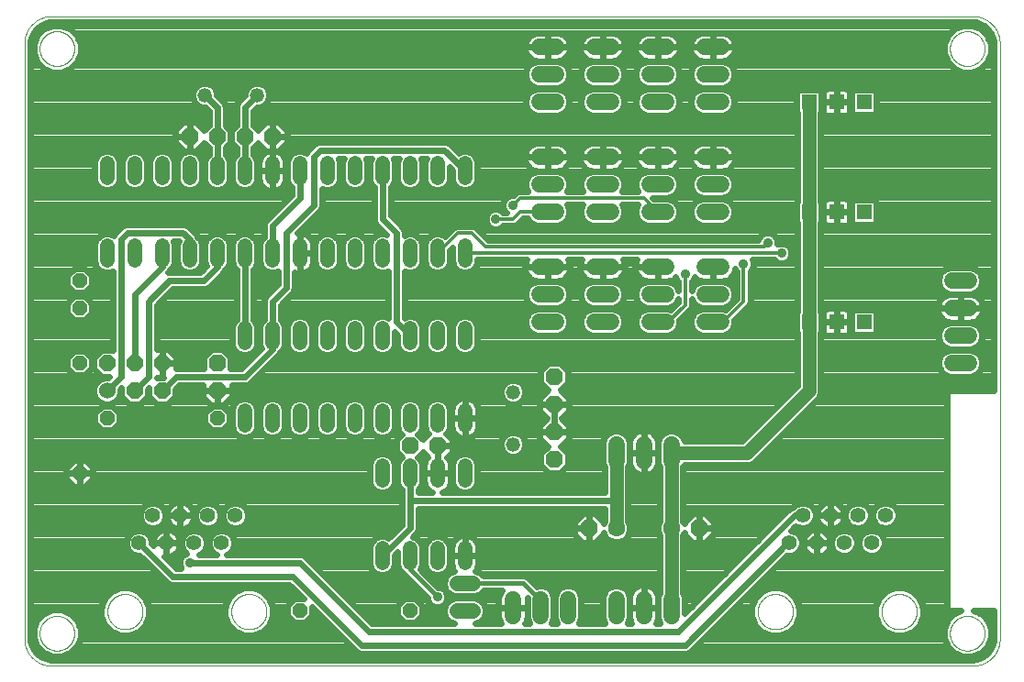
<source format=gbl>
G75*
%MOIN*%
%OFA0B0*%
%FSLAX25Y25*%
%IPPOS*%
%LPD*%
%AMOC8*
5,1,8,0,0,1.08239X$1,22.5*
%
%ADD10C,0.00000*%
%ADD11OC8,0.06300*%
%ADD12C,0.05200*%
%ADD13C,0.05600*%
%ADD14OC8,0.05200*%
%ADD15C,0.05200*%
%ADD16C,0.06000*%
%ADD17OC8,0.06000*%
%ADD18C,0.06000*%
%ADD19C,0.05500*%
%ADD20R,0.05543X0.05543*%
%ADD21C,0.06300*%
%ADD22C,0.02400*%
%ADD23C,0.05000*%
%ADD24C,0.01600*%
%ADD25C,0.03562*%
%ADD26C,0.01200*%
D10*
X0026059Y0048303D02*
X0360705Y0048303D01*
X0360943Y0048306D01*
X0361181Y0048314D01*
X0361418Y0048329D01*
X0361655Y0048349D01*
X0361891Y0048375D01*
X0362127Y0048406D01*
X0362362Y0048443D01*
X0362596Y0048486D01*
X0362829Y0048535D01*
X0363061Y0048589D01*
X0363291Y0048649D01*
X0363520Y0048714D01*
X0363747Y0048785D01*
X0363972Y0048861D01*
X0364195Y0048943D01*
X0364417Y0049030D01*
X0364636Y0049122D01*
X0364853Y0049220D01*
X0365067Y0049322D01*
X0365279Y0049430D01*
X0365489Y0049544D01*
X0365695Y0049662D01*
X0365899Y0049785D01*
X0366099Y0049913D01*
X0366296Y0050045D01*
X0366491Y0050183D01*
X0366681Y0050325D01*
X0366869Y0050472D01*
X0367052Y0050623D01*
X0367232Y0050778D01*
X0367408Y0050938D01*
X0367580Y0051102D01*
X0367749Y0051271D01*
X0367913Y0051443D01*
X0368073Y0051619D01*
X0368228Y0051799D01*
X0368379Y0051982D01*
X0368526Y0052170D01*
X0368668Y0052360D01*
X0368806Y0052555D01*
X0368938Y0052752D01*
X0369066Y0052952D01*
X0369189Y0053156D01*
X0369307Y0053362D01*
X0369421Y0053572D01*
X0369529Y0053784D01*
X0369631Y0053998D01*
X0369729Y0054215D01*
X0369821Y0054434D01*
X0369908Y0054656D01*
X0369990Y0054879D01*
X0370066Y0055104D01*
X0370137Y0055331D01*
X0370202Y0055560D01*
X0370262Y0055790D01*
X0370316Y0056022D01*
X0370365Y0056255D01*
X0370408Y0056489D01*
X0370445Y0056724D01*
X0370476Y0056960D01*
X0370502Y0057196D01*
X0370522Y0057433D01*
X0370537Y0057670D01*
X0370545Y0057908D01*
X0370548Y0058146D01*
X0370547Y0058146D02*
X0370547Y0274681D01*
X0370548Y0274681D02*
X0370545Y0274919D01*
X0370537Y0275157D01*
X0370522Y0275394D01*
X0370502Y0275631D01*
X0370476Y0275867D01*
X0370445Y0276103D01*
X0370408Y0276338D01*
X0370365Y0276572D01*
X0370316Y0276805D01*
X0370262Y0277037D01*
X0370202Y0277267D01*
X0370137Y0277496D01*
X0370066Y0277723D01*
X0369990Y0277948D01*
X0369908Y0278171D01*
X0369821Y0278393D01*
X0369729Y0278612D01*
X0369631Y0278829D01*
X0369529Y0279043D01*
X0369421Y0279255D01*
X0369307Y0279465D01*
X0369189Y0279671D01*
X0369066Y0279875D01*
X0368938Y0280075D01*
X0368806Y0280272D01*
X0368668Y0280467D01*
X0368526Y0280657D01*
X0368379Y0280845D01*
X0368228Y0281028D01*
X0368073Y0281208D01*
X0367913Y0281384D01*
X0367749Y0281556D01*
X0367580Y0281725D01*
X0367408Y0281889D01*
X0367232Y0282049D01*
X0367052Y0282204D01*
X0366869Y0282355D01*
X0366681Y0282502D01*
X0366491Y0282644D01*
X0366296Y0282782D01*
X0366099Y0282914D01*
X0365899Y0283042D01*
X0365695Y0283165D01*
X0365489Y0283283D01*
X0365279Y0283397D01*
X0365067Y0283505D01*
X0364853Y0283607D01*
X0364636Y0283705D01*
X0364417Y0283797D01*
X0364195Y0283884D01*
X0363972Y0283966D01*
X0363747Y0284042D01*
X0363520Y0284113D01*
X0363291Y0284178D01*
X0363061Y0284238D01*
X0362829Y0284292D01*
X0362596Y0284341D01*
X0362362Y0284384D01*
X0362127Y0284421D01*
X0361891Y0284452D01*
X0361655Y0284478D01*
X0361418Y0284498D01*
X0361181Y0284513D01*
X0360943Y0284521D01*
X0360705Y0284524D01*
X0026059Y0284524D01*
X0025821Y0284521D01*
X0025583Y0284513D01*
X0025346Y0284498D01*
X0025109Y0284478D01*
X0024873Y0284452D01*
X0024637Y0284421D01*
X0024402Y0284384D01*
X0024168Y0284341D01*
X0023935Y0284292D01*
X0023703Y0284238D01*
X0023473Y0284178D01*
X0023244Y0284113D01*
X0023017Y0284042D01*
X0022792Y0283966D01*
X0022569Y0283884D01*
X0022347Y0283797D01*
X0022128Y0283705D01*
X0021911Y0283607D01*
X0021697Y0283505D01*
X0021485Y0283397D01*
X0021275Y0283283D01*
X0021069Y0283165D01*
X0020865Y0283042D01*
X0020665Y0282914D01*
X0020468Y0282782D01*
X0020273Y0282644D01*
X0020083Y0282502D01*
X0019895Y0282355D01*
X0019712Y0282204D01*
X0019532Y0282049D01*
X0019356Y0281889D01*
X0019184Y0281725D01*
X0019015Y0281556D01*
X0018851Y0281384D01*
X0018691Y0281208D01*
X0018536Y0281028D01*
X0018385Y0280845D01*
X0018238Y0280657D01*
X0018096Y0280467D01*
X0017958Y0280272D01*
X0017826Y0280075D01*
X0017698Y0279875D01*
X0017575Y0279671D01*
X0017457Y0279465D01*
X0017343Y0279255D01*
X0017235Y0279043D01*
X0017133Y0278829D01*
X0017035Y0278612D01*
X0016943Y0278393D01*
X0016856Y0278171D01*
X0016774Y0277948D01*
X0016698Y0277723D01*
X0016627Y0277496D01*
X0016562Y0277267D01*
X0016502Y0277037D01*
X0016448Y0276805D01*
X0016399Y0276572D01*
X0016356Y0276338D01*
X0016319Y0276103D01*
X0016288Y0275867D01*
X0016262Y0275631D01*
X0016242Y0275394D01*
X0016227Y0275157D01*
X0016219Y0274919D01*
X0016216Y0274681D01*
X0016217Y0274681D02*
X0016217Y0058146D01*
X0016216Y0058146D02*
X0016219Y0057908D01*
X0016227Y0057670D01*
X0016242Y0057433D01*
X0016262Y0057196D01*
X0016288Y0056960D01*
X0016319Y0056724D01*
X0016356Y0056489D01*
X0016399Y0056255D01*
X0016448Y0056022D01*
X0016502Y0055790D01*
X0016562Y0055560D01*
X0016627Y0055331D01*
X0016698Y0055104D01*
X0016774Y0054879D01*
X0016856Y0054656D01*
X0016943Y0054434D01*
X0017035Y0054215D01*
X0017133Y0053998D01*
X0017235Y0053784D01*
X0017343Y0053572D01*
X0017457Y0053362D01*
X0017575Y0053156D01*
X0017698Y0052952D01*
X0017826Y0052752D01*
X0017958Y0052555D01*
X0018096Y0052360D01*
X0018238Y0052170D01*
X0018385Y0051982D01*
X0018536Y0051799D01*
X0018691Y0051619D01*
X0018851Y0051443D01*
X0019015Y0051271D01*
X0019184Y0051102D01*
X0019356Y0050938D01*
X0019532Y0050778D01*
X0019712Y0050623D01*
X0019895Y0050472D01*
X0020083Y0050325D01*
X0020273Y0050183D01*
X0020468Y0050045D01*
X0020665Y0049913D01*
X0020865Y0049785D01*
X0021069Y0049662D01*
X0021275Y0049544D01*
X0021485Y0049430D01*
X0021697Y0049322D01*
X0021911Y0049220D01*
X0022128Y0049122D01*
X0022347Y0049030D01*
X0022569Y0048943D01*
X0022792Y0048861D01*
X0023017Y0048785D01*
X0023244Y0048714D01*
X0023473Y0048649D01*
X0023703Y0048589D01*
X0023935Y0048535D01*
X0024168Y0048486D01*
X0024402Y0048443D01*
X0024637Y0048406D01*
X0024873Y0048375D01*
X0025109Y0048349D01*
X0025346Y0048329D01*
X0025583Y0048314D01*
X0025821Y0048306D01*
X0026059Y0048303D01*
X0021729Y0060114D02*
X0021731Y0060272D01*
X0021737Y0060430D01*
X0021747Y0060588D01*
X0021761Y0060746D01*
X0021779Y0060903D01*
X0021800Y0061060D01*
X0021826Y0061216D01*
X0021856Y0061372D01*
X0021889Y0061527D01*
X0021927Y0061680D01*
X0021968Y0061833D01*
X0022013Y0061985D01*
X0022062Y0062136D01*
X0022115Y0062285D01*
X0022171Y0062433D01*
X0022231Y0062579D01*
X0022295Y0062724D01*
X0022363Y0062867D01*
X0022434Y0063009D01*
X0022508Y0063149D01*
X0022586Y0063286D01*
X0022668Y0063422D01*
X0022752Y0063556D01*
X0022841Y0063687D01*
X0022932Y0063816D01*
X0023027Y0063943D01*
X0023124Y0064068D01*
X0023225Y0064190D01*
X0023329Y0064309D01*
X0023436Y0064426D01*
X0023546Y0064540D01*
X0023659Y0064651D01*
X0023774Y0064760D01*
X0023892Y0064865D01*
X0024013Y0064967D01*
X0024136Y0065067D01*
X0024262Y0065163D01*
X0024390Y0065256D01*
X0024520Y0065346D01*
X0024653Y0065432D01*
X0024788Y0065516D01*
X0024924Y0065595D01*
X0025063Y0065672D01*
X0025204Y0065744D01*
X0025346Y0065814D01*
X0025490Y0065879D01*
X0025636Y0065941D01*
X0025783Y0065999D01*
X0025932Y0066054D01*
X0026082Y0066105D01*
X0026233Y0066152D01*
X0026385Y0066195D01*
X0026538Y0066234D01*
X0026693Y0066270D01*
X0026848Y0066301D01*
X0027004Y0066329D01*
X0027160Y0066353D01*
X0027317Y0066373D01*
X0027475Y0066389D01*
X0027632Y0066401D01*
X0027791Y0066409D01*
X0027949Y0066413D01*
X0028107Y0066413D01*
X0028265Y0066409D01*
X0028424Y0066401D01*
X0028581Y0066389D01*
X0028739Y0066373D01*
X0028896Y0066353D01*
X0029052Y0066329D01*
X0029208Y0066301D01*
X0029363Y0066270D01*
X0029518Y0066234D01*
X0029671Y0066195D01*
X0029823Y0066152D01*
X0029974Y0066105D01*
X0030124Y0066054D01*
X0030273Y0065999D01*
X0030420Y0065941D01*
X0030566Y0065879D01*
X0030710Y0065814D01*
X0030852Y0065744D01*
X0030993Y0065672D01*
X0031132Y0065595D01*
X0031268Y0065516D01*
X0031403Y0065432D01*
X0031536Y0065346D01*
X0031666Y0065256D01*
X0031794Y0065163D01*
X0031920Y0065067D01*
X0032043Y0064967D01*
X0032164Y0064865D01*
X0032282Y0064760D01*
X0032397Y0064651D01*
X0032510Y0064540D01*
X0032620Y0064426D01*
X0032727Y0064309D01*
X0032831Y0064190D01*
X0032932Y0064068D01*
X0033029Y0063943D01*
X0033124Y0063816D01*
X0033215Y0063687D01*
X0033304Y0063556D01*
X0033388Y0063422D01*
X0033470Y0063286D01*
X0033548Y0063149D01*
X0033622Y0063009D01*
X0033693Y0062867D01*
X0033761Y0062724D01*
X0033825Y0062579D01*
X0033885Y0062433D01*
X0033941Y0062285D01*
X0033994Y0062136D01*
X0034043Y0061985D01*
X0034088Y0061833D01*
X0034129Y0061680D01*
X0034167Y0061527D01*
X0034200Y0061372D01*
X0034230Y0061216D01*
X0034256Y0061060D01*
X0034277Y0060903D01*
X0034295Y0060746D01*
X0034309Y0060588D01*
X0034319Y0060430D01*
X0034325Y0060272D01*
X0034327Y0060114D01*
X0034325Y0059956D01*
X0034319Y0059798D01*
X0034309Y0059640D01*
X0034295Y0059482D01*
X0034277Y0059325D01*
X0034256Y0059168D01*
X0034230Y0059012D01*
X0034200Y0058856D01*
X0034167Y0058701D01*
X0034129Y0058548D01*
X0034088Y0058395D01*
X0034043Y0058243D01*
X0033994Y0058092D01*
X0033941Y0057943D01*
X0033885Y0057795D01*
X0033825Y0057649D01*
X0033761Y0057504D01*
X0033693Y0057361D01*
X0033622Y0057219D01*
X0033548Y0057079D01*
X0033470Y0056942D01*
X0033388Y0056806D01*
X0033304Y0056672D01*
X0033215Y0056541D01*
X0033124Y0056412D01*
X0033029Y0056285D01*
X0032932Y0056160D01*
X0032831Y0056038D01*
X0032727Y0055919D01*
X0032620Y0055802D01*
X0032510Y0055688D01*
X0032397Y0055577D01*
X0032282Y0055468D01*
X0032164Y0055363D01*
X0032043Y0055261D01*
X0031920Y0055161D01*
X0031794Y0055065D01*
X0031666Y0054972D01*
X0031536Y0054882D01*
X0031403Y0054796D01*
X0031268Y0054712D01*
X0031132Y0054633D01*
X0030993Y0054556D01*
X0030852Y0054484D01*
X0030710Y0054414D01*
X0030566Y0054349D01*
X0030420Y0054287D01*
X0030273Y0054229D01*
X0030124Y0054174D01*
X0029974Y0054123D01*
X0029823Y0054076D01*
X0029671Y0054033D01*
X0029518Y0053994D01*
X0029363Y0053958D01*
X0029208Y0053927D01*
X0029052Y0053899D01*
X0028896Y0053875D01*
X0028739Y0053855D01*
X0028581Y0053839D01*
X0028424Y0053827D01*
X0028265Y0053819D01*
X0028107Y0053815D01*
X0027949Y0053815D01*
X0027791Y0053819D01*
X0027632Y0053827D01*
X0027475Y0053839D01*
X0027317Y0053855D01*
X0027160Y0053875D01*
X0027004Y0053899D01*
X0026848Y0053927D01*
X0026693Y0053958D01*
X0026538Y0053994D01*
X0026385Y0054033D01*
X0026233Y0054076D01*
X0026082Y0054123D01*
X0025932Y0054174D01*
X0025783Y0054229D01*
X0025636Y0054287D01*
X0025490Y0054349D01*
X0025346Y0054414D01*
X0025204Y0054484D01*
X0025063Y0054556D01*
X0024924Y0054633D01*
X0024788Y0054712D01*
X0024653Y0054796D01*
X0024520Y0054882D01*
X0024390Y0054972D01*
X0024262Y0055065D01*
X0024136Y0055161D01*
X0024013Y0055261D01*
X0023892Y0055363D01*
X0023774Y0055468D01*
X0023659Y0055577D01*
X0023546Y0055688D01*
X0023436Y0055802D01*
X0023329Y0055919D01*
X0023225Y0056038D01*
X0023124Y0056160D01*
X0023027Y0056285D01*
X0022932Y0056412D01*
X0022841Y0056541D01*
X0022752Y0056672D01*
X0022668Y0056806D01*
X0022586Y0056942D01*
X0022508Y0057079D01*
X0022434Y0057219D01*
X0022363Y0057361D01*
X0022295Y0057504D01*
X0022231Y0057649D01*
X0022171Y0057795D01*
X0022115Y0057943D01*
X0022062Y0058092D01*
X0022013Y0058243D01*
X0021968Y0058395D01*
X0021927Y0058548D01*
X0021889Y0058701D01*
X0021856Y0058856D01*
X0021826Y0059012D01*
X0021800Y0059168D01*
X0021779Y0059325D01*
X0021761Y0059482D01*
X0021747Y0059640D01*
X0021737Y0059798D01*
X0021731Y0059956D01*
X0021729Y0060114D01*
X0046372Y0067988D02*
X0046374Y0068148D01*
X0046380Y0068307D01*
X0046390Y0068466D01*
X0046404Y0068625D01*
X0046422Y0068784D01*
X0046443Y0068942D01*
X0046469Y0069099D01*
X0046499Y0069256D01*
X0046532Y0069412D01*
X0046570Y0069567D01*
X0046611Y0069721D01*
X0046656Y0069874D01*
X0046705Y0070026D01*
X0046758Y0070177D01*
X0046814Y0070326D01*
X0046875Y0070474D01*
X0046938Y0070620D01*
X0047006Y0070765D01*
X0047077Y0070908D01*
X0047151Y0071049D01*
X0047229Y0071188D01*
X0047311Y0071325D01*
X0047396Y0071460D01*
X0047484Y0071593D01*
X0047576Y0071724D01*
X0047670Y0071852D01*
X0047768Y0071978D01*
X0047869Y0072102D01*
X0047973Y0072223D01*
X0048080Y0072341D01*
X0048190Y0072457D01*
X0048303Y0072570D01*
X0048419Y0072680D01*
X0048537Y0072787D01*
X0048658Y0072891D01*
X0048782Y0072992D01*
X0048908Y0073090D01*
X0049036Y0073184D01*
X0049167Y0073276D01*
X0049300Y0073364D01*
X0049435Y0073449D01*
X0049572Y0073531D01*
X0049711Y0073609D01*
X0049852Y0073683D01*
X0049995Y0073754D01*
X0050140Y0073822D01*
X0050286Y0073885D01*
X0050434Y0073946D01*
X0050583Y0074002D01*
X0050734Y0074055D01*
X0050886Y0074104D01*
X0051039Y0074149D01*
X0051193Y0074190D01*
X0051348Y0074228D01*
X0051504Y0074261D01*
X0051661Y0074291D01*
X0051818Y0074317D01*
X0051976Y0074338D01*
X0052135Y0074356D01*
X0052294Y0074370D01*
X0052453Y0074380D01*
X0052612Y0074386D01*
X0052772Y0074388D01*
X0052932Y0074386D01*
X0053091Y0074380D01*
X0053250Y0074370D01*
X0053409Y0074356D01*
X0053568Y0074338D01*
X0053726Y0074317D01*
X0053883Y0074291D01*
X0054040Y0074261D01*
X0054196Y0074228D01*
X0054351Y0074190D01*
X0054505Y0074149D01*
X0054658Y0074104D01*
X0054810Y0074055D01*
X0054961Y0074002D01*
X0055110Y0073946D01*
X0055258Y0073885D01*
X0055404Y0073822D01*
X0055549Y0073754D01*
X0055692Y0073683D01*
X0055833Y0073609D01*
X0055972Y0073531D01*
X0056109Y0073449D01*
X0056244Y0073364D01*
X0056377Y0073276D01*
X0056508Y0073184D01*
X0056636Y0073090D01*
X0056762Y0072992D01*
X0056886Y0072891D01*
X0057007Y0072787D01*
X0057125Y0072680D01*
X0057241Y0072570D01*
X0057354Y0072457D01*
X0057464Y0072341D01*
X0057571Y0072223D01*
X0057675Y0072102D01*
X0057776Y0071978D01*
X0057874Y0071852D01*
X0057968Y0071724D01*
X0058060Y0071593D01*
X0058148Y0071460D01*
X0058233Y0071325D01*
X0058315Y0071188D01*
X0058393Y0071049D01*
X0058467Y0070908D01*
X0058538Y0070765D01*
X0058606Y0070620D01*
X0058669Y0070474D01*
X0058730Y0070326D01*
X0058786Y0070177D01*
X0058839Y0070026D01*
X0058888Y0069874D01*
X0058933Y0069721D01*
X0058974Y0069567D01*
X0059012Y0069412D01*
X0059045Y0069256D01*
X0059075Y0069099D01*
X0059101Y0068942D01*
X0059122Y0068784D01*
X0059140Y0068625D01*
X0059154Y0068466D01*
X0059164Y0068307D01*
X0059170Y0068148D01*
X0059172Y0067988D01*
X0059170Y0067828D01*
X0059164Y0067669D01*
X0059154Y0067510D01*
X0059140Y0067351D01*
X0059122Y0067192D01*
X0059101Y0067034D01*
X0059075Y0066877D01*
X0059045Y0066720D01*
X0059012Y0066564D01*
X0058974Y0066409D01*
X0058933Y0066255D01*
X0058888Y0066102D01*
X0058839Y0065950D01*
X0058786Y0065799D01*
X0058730Y0065650D01*
X0058669Y0065502D01*
X0058606Y0065356D01*
X0058538Y0065211D01*
X0058467Y0065068D01*
X0058393Y0064927D01*
X0058315Y0064788D01*
X0058233Y0064651D01*
X0058148Y0064516D01*
X0058060Y0064383D01*
X0057968Y0064252D01*
X0057874Y0064124D01*
X0057776Y0063998D01*
X0057675Y0063874D01*
X0057571Y0063753D01*
X0057464Y0063635D01*
X0057354Y0063519D01*
X0057241Y0063406D01*
X0057125Y0063296D01*
X0057007Y0063189D01*
X0056886Y0063085D01*
X0056762Y0062984D01*
X0056636Y0062886D01*
X0056508Y0062792D01*
X0056377Y0062700D01*
X0056244Y0062612D01*
X0056109Y0062527D01*
X0055972Y0062445D01*
X0055833Y0062367D01*
X0055692Y0062293D01*
X0055549Y0062222D01*
X0055404Y0062154D01*
X0055258Y0062091D01*
X0055110Y0062030D01*
X0054961Y0061974D01*
X0054810Y0061921D01*
X0054658Y0061872D01*
X0054505Y0061827D01*
X0054351Y0061786D01*
X0054196Y0061748D01*
X0054040Y0061715D01*
X0053883Y0061685D01*
X0053726Y0061659D01*
X0053568Y0061638D01*
X0053409Y0061620D01*
X0053250Y0061606D01*
X0053091Y0061596D01*
X0052932Y0061590D01*
X0052772Y0061588D01*
X0052612Y0061590D01*
X0052453Y0061596D01*
X0052294Y0061606D01*
X0052135Y0061620D01*
X0051976Y0061638D01*
X0051818Y0061659D01*
X0051661Y0061685D01*
X0051504Y0061715D01*
X0051348Y0061748D01*
X0051193Y0061786D01*
X0051039Y0061827D01*
X0050886Y0061872D01*
X0050734Y0061921D01*
X0050583Y0061974D01*
X0050434Y0062030D01*
X0050286Y0062091D01*
X0050140Y0062154D01*
X0049995Y0062222D01*
X0049852Y0062293D01*
X0049711Y0062367D01*
X0049572Y0062445D01*
X0049435Y0062527D01*
X0049300Y0062612D01*
X0049167Y0062700D01*
X0049036Y0062792D01*
X0048908Y0062886D01*
X0048782Y0062984D01*
X0048658Y0063085D01*
X0048537Y0063189D01*
X0048419Y0063296D01*
X0048303Y0063406D01*
X0048190Y0063519D01*
X0048080Y0063635D01*
X0047973Y0063753D01*
X0047869Y0063874D01*
X0047768Y0063998D01*
X0047670Y0064124D01*
X0047576Y0064252D01*
X0047484Y0064383D01*
X0047396Y0064516D01*
X0047311Y0064651D01*
X0047229Y0064788D01*
X0047151Y0064927D01*
X0047077Y0065068D01*
X0047006Y0065211D01*
X0046938Y0065356D01*
X0046875Y0065502D01*
X0046814Y0065650D01*
X0046758Y0065799D01*
X0046705Y0065950D01*
X0046656Y0066102D01*
X0046611Y0066255D01*
X0046570Y0066409D01*
X0046532Y0066564D01*
X0046499Y0066720D01*
X0046469Y0066877D01*
X0046443Y0067034D01*
X0046422Y0067192D01*
X0046404Y0067351D01*
X0046390Y0067510D01*
X0046380Y0067669D01*
X0046374Y0067828D01*
X0046372Y0067988D01*
X0091372Y0067988D02*
X0091374Y0068148D01*
X0091380Y0068307D01*
X0091390Y0068466D01*
X0091404Y0068625D01*
X0091422Y0068784D01*
X0091443Y0068942D01*
X0091469Y0069099D01*
X0091499Y0069256D01*
X0091532Y0069412D01*
X0091570Y0069567D01*
X0091611Y0069721D01*
X0091656Y0069874D01*
X0091705Y0070026D01*
X0091758Y0070177D01*
X0091814Y0070326D01*
X0091875Y0070474D01*
X0091938Y0070620D01*
X0092006Y0070765D01*
X0092077Y0070908D01*
X0092151Y0071049D01*
X0092229Y0071188D01*
X0092311Y0071325D01*
X0092396Y0071460D01*
X0092484Y0071593D01*
X0092576Y0071724D01*
X0092670Y0071852D01*
X0092768Y0071978D01*
X0092869Y0072102D01*
X0092973Y0072223D01*
X0093080Y0072341D01*
X0093190Y0072457D01*
X0093303Y0072570D01*
X0093419Y0072680D01*
X0093537Y0072787D01*
X0093658Y0072891D01*
X0093782Y0072992D01*
X0093908Y0073090D01*
X0094036Y0073184D01*
X0094167Y0073276D01*
X0094300Y0073364D01*
X0094435Y0073449D01*
X0094572Y0073531D01*
X0094711Y0073609D01*
X0094852Y0073683D01*
X0094995Y0073754D01*
X0095140Y0073822D01*
X0095286Y0073885D01*
X0095434Y0073946D01*
X0095583Y0074002D01*
X0095734Y0074055D01*
X0095886Y0074104D01*
X0096039Y0074149D01*
X0096193Y0074190D01*
X0096348Y0074228D01*
X0096504Y0074261D01*
X0096661Y0074291D01*
X0096818Y0074317D01*
X0096976Y0074338D01*
X0097135Y0074356D01*
X0097294Y0074370D01*
X0097453Y0074380D01*
X0097612Y0074386D01*
X0097772Y0074388D01*
X0097932Y0074386D01*
X0098091Y0074380D01*
X0098250Y0074370D01*
X0098409Y0074356D01*
X0098568Y0074338D01*
X0098726Y0074317D01*
X0098883Y0074291D01*
X0099040Y0074261D01*
X0099196Y0074228D01*
X0099351Y0074190D01*
X0099505Y0074149D01*
X0099658Y0074104D01*
X0099810Y0074055D01*
X0099961Y0074002D01*
X0100110Y0073946D01*
X0100258Y0073885D01*
X0100404Y0073822D01*
X0100549Y0073754D01*
X0100692Y0073683D01*
X0100833Y0073609D01*
X0100972Y0073531D01*
X0101109Y0073449D01*
X0101244Y0073364D01*
X0101377Y0073276D01*
X0101508Y0073184D01*
X0101636Y0073090D01*
X0101762Y0072992D01*
X0101886Y0072891D01*
X0102007Y0072787D01*
X0102125Y0072680D01*
X0102241Y0072570D01*
X0102354Y0072457D01*
X0102464Y0072341D01*
X0102571Y0072223D01*
X0102675Y0072102D01*
X0102776Y0071978D01*
X0102874Y0071852D01*
X0102968Y0071724D01*
X0103060Y0071593D01*
X0103148Y0071460D01*
X0103233Y0071325D01*
X0103315Y0071188D01*
X0103393Y0071049D01*
X0103467Y0070908D01*
X0103538Y0070765D01*
X0103606Y0070620D01*
X0103669Y0070474D01*
X0103730Y0070326D01*
X0103786Y0070177D01*
X0103839Y0070026D01*
X0103888Y0069874D01*
X0103933Y0069721D01*
X0103974Y0069567D01*
X0104012Y0069412D01*
X0104045Y0069256D01*
X0104075Y0069099D01*
X0104101Y0068942D01*
X0104122Y0068784D01*
X0104140Y0068625D01*
X0104154Y0068466D01*
X0104164Y0068307D01*
X0104170Y0068148D01*
X0104172Y0067988D01*
X0104170Y0067828D01*
X0104164Y0067669D01*
X0104154Y0067510D01*
X0104140Y0067351D01*
X0104122Y0067192D01*
X0104101Y0067034D01*
X0104075Y0066877D01*
X0104045Y0066720D01*
X0104012Y0066564D01*
X0103974Y0066409D01*
X0103933Y0066255D01*
X0103888Y0066102D01*
X0103839Y0065950D01*
X0103786Y0065799D01*
X0103730Y0065650D01*
X0103669Y0065502D01*
X0103606Y0065356D01*
X0103538Y0065211D01*
X0103467Y0065068D01*
X0103393Y0064927D01*
X0103315Y0064788D01*
X0103233Y0064651D01*
X0103148Y0064516D01*
X0103060Y0064383D01*
X0102968Y0064252D01*
X0102874Y0064124D01*
X0102776Y0063998D01*
X0102675Y0063874D01*
X0102571Y0063753D01*
X0102464Y0063635D01*
X0102354Y0063519D01*
X0102241Y0063406D01*
X0102125Y0063296D01*
X0102007Y0063189D01*
X0101886Y0063085D01*
X0101762Y0062984D01*
X0101636Y0062886D01*
X0101508Y0062792D01*
X0101377Y0062700D01*
X0101244Y0062612D01*
X0101109Y0062527D01*
X0100972Y0062445D01*
X0100833Y0062367D01*
X0100692Y0062293D01*
X0100549Y0062222D01*
X0100404Y0062154D01*
X0100258Y0062091D01*
X0100110Y0062030D01*
X0099961Y0061974D01*
X0099810Y0061921D01*
X0099658Y0061872D01*
X0099505Y0061827D01*
X0099351Y0061786D01*
X0099196Y0061748D01*
X0099040Y0061715D01*
X0098883Y0061685D01*
X0098726Y0061659D01*
X0098568Y0061638D01*
X0098409Y0061620D01*
X0098250Y0061606D01*
X0098091Y0061596D01*
X0097932Y0061590D01*
X0097772Y0061588D01*
X0097612Y0061590D01*
X0097453Y0061596D01*
X0097294Y0061606D01*
X0097135Y0061620D01*
X0096976Y0061638D01*
X0096818Y0061659D01*
X0096661Y0061685D01*
X0096504Y0061715D01*
X0096348Y0061748D01*
X0096193Y0061786D01*
X0096039Y0061827D01*
X0095886Y0061872D01*
X0095734Y0061921D01*
X0095583Y0061974D01*
X0095434Y0062030D01*
X0095286Y0062091D01*
X0095140Y0062154D01*
X0094995Y0062222D01*
X0094852Y0062293D01*
X0094711Y0062367D01*
X0094572Y0062445D01*
X0094435Y0062527D01*
X0094300Y0062612D01*
X0094167Y0062700D01*
X0094036Y0062792D01*
X0093908Y0062886D01*
X0093782Y0062984D01*
X0093658Y0063085D01*
X0093537Y0063189D01*
X0093419Y0063296D01*
X0093303Y0063406D01*
X0093190Y0063519D01*
X0093080Y0063635D01*
X0092973Y0063753D01*
X0092869Y0063874D01*
X0092768Y0063998D01*
X0092670Y0064124D01*
X0092576Y0064252D01*
X0092484Y0064383D01*
X0092396Y0064516D01*
X0092311Y0064651D01*
X0092229Y0064788D01*
X0092151Y0064927D01*
X0092077Y0065068D01*
X0092006Y0065211D01*
X0091938Y0065356D01*
X0091875Y0065502D01*
X0091814Y0065650D01*
X0091758Y0065799D01*
X0091705Y0065950D01*
X0091656Y0066102D01*
X0091611Y0066255D01*
X0091570Y0066409D01*
X0091532Y0066564D01*
X0091499Y0066720D01*
X0091469Y0066877D01*
X0091443Y0067034D01*
X0091422Y0067192D01*
X0091404Y0067351D01*
X0091390Y0067510D01*
X0091380Y0067669D01*
X0091374Y0067828D01*
X0091372Y0067988D01*
X0282592Y0067988D02*
X0282594Y0068148D01*
X0282600Y0068307D01*
X0282610Y0068466D01*
X0282624Y0068625D01*
X0282642Y0068784D01*
X0282663Y0068942D01*
X0282689Y0069099D01*
X0282719Y0069256D01*
X0282752Y0069412D01*
X0282790Y0069567D01*
X0282831Y0069721D01*
X0282876Y0069874D01*
X0282925Y0070026D01*
X0282978Y0070177D01*
X0283034Y0070326D01*
X0283095Y0070474D01*
X0283158Y0070620D01*
X0283226Y0070765D01*
X0283297Y0070908D01*
X0283371Y0071049D01*
X0283449Y0071188D01*
X0283531Y0071325D01*
X0283616Y0071460D01*
X0283704Y0071593D01*
X0283796Y0071724D01*
X0283890Y0071852D01*
X0283988Y0071978D01*
X0284089Y0072102D01*
X0284193Y0072223D01*
X0284300Y0072341D01*
X0284410Y0072457D01*
X0284523Y0072570D01*
X0284639Y0072680D01*
X0284757Y0072787D01*
X0284878Y0072891D01*
X0285002Y0072992D01*
X0285128Y0073090D01*
X0285256Y0073184D01*
X0285387Y0073276D01*
X0285520Y0073364D01*
X0285655Y0073449D01*
X0285792Y0073531D01*
X0285931Y0073609D01*
X0286072Y0073683D01*
X0286215Y0073754D01*
X0286360Y0073822D01*
X0286506Y0073885D01*
X0286654Y0073946D01*
X0286803Y0074002D01*
X0286954Y0074055D01*
X0287106Y0074104D01*
X0287259Y0074149D01*
X0287413Y0074190D01*
X0287568Y0074228D01*
X0287724Y0074261D01*
X0287881Y0074291D01*
X0288038Y0074317D01*
X0288196Y0074338D01*
X0288355Y0074356D01*
X0288514Y0074370D01*
X0288673Y0074380D01*
X0288832Y0074386D01*
X0288992Y0074388D01*
X0289152Y0074386D01*
X0289311Y0074380D01*
X0289470Y0074370D01*
X0289629Y0074356D01*
X0289788Y0074338D01*
X0289946Y0074317D01*
X0290103Y0074291D01*
X0290260Y0074261D01*
X0290416Y0074228D01*
X0290571Y0074190D01*
X0290725Y0074149D01*
X0290878Y0074104D01*
X0291030Y0074055D01*
X0291181Y0074002D01*
X0291330Y0073946D01*
X0291478Y0073885D01*
X0291624Y0073822D01*
X0291769Y0073754D01*
X0291912Y0073683D01*
X0292053Y0073609D01*
X0292192Y0073531D01*
X0292329Y0073449D01*
X0292464Y0073364D01*
X0292597Y0073276D01*
X0292728Y0073184D01*
X0292856Y0073090D01*
X0292982Y0072992D01*
X0293106Y0072891D01*
X0293227Y0072787D01*
X0293345Y0072680D01*
X0293461Y0072570D01*
X0293574Y0072457D01*
X0293684Y0072341D01*
X0293791Y0072223D01*
X0293895Y0072102D01*
X0293996Y0071978D01*
X0294094Y0071852D01*
X0294188Y0071724D01*
X0294280Y0071593D01*
X0294368Y0071460D01*
X0294453Y0071325D01*
X0294535Y0071188D01*
X0294613Y0071049D01*
X0294687Y0070908D01*
X0294758Y0070765D01*
X0294826Y0070620D01*
X0294889Y0070474D01*
X0294950Y0070326D01*
X0295006Y0070177D01*
X0295059Y0070026D01*
X0295108Y0069874D01*
X0295153Y0069721D01*
X0295194Y0069567D01*
X0295232Y0069412D01*
X0295265Y0069256D01*
X0295295Y0069099D01*
X0295321Y0068942D01*
X0295342Y0068784D01*
X0295360Y0068625D01*
X0295374Y0068466D01*
X0295384Y0068307D01*
X0295390Y0068148D01*
X0295392Y0067988D01*
X0295390Y0067828D01*
X0295384Y0067669D01*
X0295374Y0067510D01*
X0295360Y0067351D01*
X0295342Y0067192D01*
X0295321Y0067034D01*
X0295295Y0066877D01*
X0295265Y0066720D01*
X0295232Y0066564D01*
X0295194Y0066409D01*
X0295153Y0066255D01*
X0295108Y0066102D01*
X0295059Y0065950D01*
X0295006Y0065799D01*
X0294950Y0065650D01*
X0294889Y0065502D01*
X0294826Y0065356D01*
X0294758Y0065211D01*
X0294687Y0065068D01*
X0294613Y0064927D01*
X0294535Y0064788D01*
X0294453Y0064651D01*
X0294368Y0064516D01*
X0294280Y0064383D01*
X0294188Y0064252D01*
X0294094Y0064124D01*
X0293996Y0063998D01*
X0293895Y0063874D01*
X0293791Y0063753D01*
X0293684Y0063635D01*
X0293574Y0063519D01*
X0293461Y0063406D01*
X0293345Y0063296D01*
X0293227Y0063189D01*
X0293106Y0063085D01*
X0292982Y0062984D01*
X0292856Y0062886D01*
X0292728Y0062792D01*
X0292597Y0062700D01*
X0292464Y0062612D01*
X0292329Y0062527D01*
X0292192Y0062445D01*
X0292053Y0062367D01*
X0291912Y0062293D01*
X0291769Y0062222D01*
X0291624Y0062154D01*
X0291478Y0062091D01*
X0291330Y0062030D01*
X0291181Y0061974D01*
X0291030Y0061921D01*
X0290878Y0061872D01*
X0290725Y0061827D01*
X0290571Y0061786D01*
X0290416Y0061748D01*
X0290260Y0061715D01*
X0290103Y0061685D01*
X0289946Y0061659D01*
X0289788Y0061638D01*
X0289629Y0061620D01*
X0289470Y0061606D01*
X0289311Y0061596D01*
X0289152Y0061590D01*
X0288992Y0061588D01*
X0288832Y0061590D01*
X0288673Y0061596D01*
X0288514Y0061606D01*
X0288355Y0061620D01*
X0288196Y0061638D01*
X0288038Y0061659D01*
X0287881Y0061685D01*
X0287724Y0061715D01*
X0287568Y0061748D01*
X0287413Y0061786D01*
X0287259Y0061827D01*
X0287106Y0061872D01*
X0286954Y0061921D01*
X0286803Y0061974D01*
X0286654Y0062030D01*
X0286506Y0062091D01*
X0286360Y0062154D01*
X0286215Y0062222D01*
X0286072Y0062293D01*
X0285931Y0062367D01*
X0285792Y0062445D01*
X0285655Y0062527D01*
X0285520Y0062612D01*
X0285387Y0062700D01*
X0285256Y0062792D01*
X0285128Y0062886D01*
X0285002Y0062984D01*
X0284878Y0063085D01*
X0284757Y0063189D01*
X0284639Y0063296D01*
X0284523Y0063406D01*
X0284410Y0063519D01*
X0284300Y0063635D01*
X0284193Y0063753D01*
X0284089Y0063874D01*
X0283988Y0063998D01*
X0283890Y0064124D01*
X0283796Y0064252D01*
X0283704Y0064383D01*
X0283616Y0064516D01*
X0283531Y0064651D01*
X0283449Y0064788D01*
X0283371Y0064927D01*
X0283297Y0065068D01*
X0283226Y0065211D01*
X0283158Y0065356D01*
X0283095Y0065502D01*
X0283034Y0065650D01*
X0282978Y0065799D01*
X0282925Y0065950D01*
X0282876Y0066102D01*
X0282831Y0066255D01*
X0282790Y0066409D01*
X0282752Y0066564D01*
X0282719Y0066720D01*
X0282689Y0066877D01*
X0282663Y0067034D01*
X0282642Y0067192D01*
X0282624Y0067351D01*
X0282610Y0067510D01*
X0282600Y0067669D01*
X0282594Y0067828D01*
X0282592Y0067988D01*
X0327592Y0067988D02*
X0327594Y0068148D01*
X0327600Y0068307D01*
X0327610Y0068466D01*
X0327624Y0068625D01*
X0327642Y0068784D01*
X0327663Y0068942D01*
X0327689Y0069099D01*
X0327719Y0069256D01*
X0327752Y0069412D01*
X0327790Y0069567D01*
X0327831Y0069721D01*
X0327876Y0069874D01*
X0327925Y0070026D01*
X0327978Y0070177D01*
X0328034Y0070326D01*
X0328095Y0070474D01*
X0328158Y0070620D01*
X0328226Y0070765D01*
X0328297Y0070908D01*
X0328371Y0071049D01*
X0328449Y0071188D01*
X0328531Y0071325D01*
X0328616Y0071460D01*
X0328704Y0071593D01*
X0328796Y0071724D01*
X0328890Y0071852D01*
X0328988Y0071978D01*
X0329089Y0072102D01*
X0329193Y0072223D01*
X0329300Y0072341D01*
X0329410Y0072457D01*
X0329523Y0072570D01*
X0329639Y0072680D01*
X0329757Y0072787D01*
X0329878Y0072891D01*
X0330002Y0072992D01*
X0330128Y0073090D01*
X0330256Y0073184D01*
X0330387Y0073276D01*
X0330520Y0073364D01*
X0330655Y0073449D01*
X0330792Y0073531D01*
X0330931Y0073609D01*
X0331072Y0073683D01*
X0331215Y0073754D01*
X0331360Y0073822D01*
X0331506Y0073885D01*
X0331654Y0073946D01*
X0331803Y0074002D01*
X0331954Y0074055D01*
X0332106Y0074104D01*
X0332259Y0074149D01*
X0332413Y0074190D01*
X0332568Y0074228D01*
X0332724Y0074261D01*
X0332881Y0074291D01*
X0333038Y0074317D01*
X0333196Y0074338D01*
X0333355Y0074356D01*
X0333514Y0074370D01*
X0333673Y0074380D01*
X0333832Y0074386D01*
X0333992Y0074388D01*
X0334152Y0074386D01*
X0334311Y0074380D01*
X0334470Y0074370D01*
X0334629Y0074356D01*
X0334788Y0074338D01*
X0334946Y0074317D01*
X0335103Y0074291D01*
X0335260Y0074261D01*
X0335416Y0074228D01*
X0335571Y0074190D01*
X0335725Y0074149D01*
X0335878Y0074104D01*
X0336030Y0074055D01*
X0336181Y0074002D01*
X0336330Y0073946D01*
X0336478Y0073885D01*
X0336624Y0073822D01*
X0336769Y0073754D01*
X0336912Y0073683D01*
X0337053Y0073609D01*
X0337192Y0073531D01*
X0337329Y0073449D01*
X0337464Y0073364D01*
X0337597Y0073276D01*
X0337728Y0073184D01*
X0337856Y0073090D01*
X0337982Y0072992D01*
X0338106Y0072891D01*
X0338227Y0072787D01*
X0338345Y0072680D01*
X0338461Y0072570D01*
X0338574Y0072457D01*
X0338684Y0072341D01*
X0338791Y0072223D01*
X0338895Y0072102D01*
X0338996Y0071978D01*
X0339094Y0071852D01*
X0339188Y0071724D01*
X0339280Y0071593D01*
X0339368Y0071460D01*
X0339453Y0071325D01*
X0339535Y0071188D01*
X0339613Y0071049D01*
X0339687Y0070908D01*
X0339758Y0070765D01*
X0339826Y0070620D01*
X0339889Y0070474D01*
X0339950Y0070326D01*
X0340006Y0070177D01*
X0340059Y0070026D01*
X0340108Y0069874D01*
X0340153Y0069721D01*
X0340194Y0069567D01*
X0340232Y0069412D01*
X0340265Y0069256D01*
X0340295Y0069099D01*
X0340321Y0068942D01*
X0340342Y0068784D01*
X0340360Y0068625D01*
X0340374Y0068466D01*
X0340384Y0068307D01*
X0340390Y0068148D01*
X0340392Y0067988D01*
X0340390Y0067828D01*
X0340384Y0067669D01*
X0340374Y0067510D01*
X0340360Y0067351D01*
X0340342Y0067192D01*
X0340321Y0067034D01*
X0340295Y0066877D01*
X0340265Y0066720D01*
X0340232Y0066564D01*
X0340194Y0066409D01*
X0340153Y0066255D01*
X0340108Y0066102D01*
X0340059Y0065950D01*
X0340006Y0065799D01*
X0339950Y0065650D01*
X0339889Y0065502D01*
X0339826Y0065356D01*
X0339758Y0065211D01*
X0339687Y0065068D01*
X0339613Y0064927D01*
X0339535Y0064788D01*
X0339453Y0064651D01*
X0339368Y0064516D01*
X0339280Y0064383D01*
X0339188Y0064252D01*
X0339094Y0064124D01*
X0338996Y0063998D01*
X0338895Y0063874D01*
X0338791Y0063753D01*
X0338684Y0063635D01*
X0338574Y0063519D01*
X0338461Y0063406D01*
X0338345Y0063296D01*
X0338227Y0063189D01*
X0338106Y0063085D01*
X0337982Y0062984D01*
X0337856Y0062886D01*
X0337728Y0062792D01*
X0337597Y0062700D01*
X0337464Y0062612D01*
X0337329Y0062527D01*
X0337192Y0062445D01*
X0337053Y0062367D01*
X0336912Y0062293D01*
X0336769Y0062222D01*
X0336624Y0062154D01*
X0336478Y0062091D01*
X0336330Y0062030D01*
X0336181Y0061974D01*
X0336030Y0061921D01*
X0335878Y0061872D01*
X0335725Y0061827D01*
X0335571Y0061786D01*
X0335416Y0061748D01*
X0335260Y0061715D01*
X0335103Y0061685D01*
X0334946Y0061659D01*
X0334788Y0061638D01*
X0334629Y0061620D01*
X0334470Y0061606D01*
X0334311Y0061596D01*
X0334152Y0061590D01*
X0333992Y0061588D01*
X0333832Y0061590D01*
X0333673Y0061596D01*
X0333514Y0061606D01*
X0333355Y0061620D01*
X0333196Y0061638D01*
X0333038Y0061659D01*
X0332881Y0061685D01*
X0332724Y0061715D01*
X0332568Y0061748D01*
X0332413Y0061786D01*
X0332259Y0061827D01*
X0332106Y0061872D01*
X0331954Y0061921D01*
X0331803Y0061974D01*
X0331654Y0062030D01*
X0331506Y0062091D01*
X0331360Y0062154D01*
X0331215Y0062222D01*
X0331072Y0062293D01*
X0330931Y0062367D01*
X0330792Y0062445D01*
X0330655Y0062527D01*
X0330520Y0062612D01*
X0330387Y0062700D01*
X0330256Y0062792D01*
X0330128Y0062886D01*
X0330002Y0062984D01*
X0329878Y0063085D01*
X0329757Y0063189D01*
X0329639Y0063296D01*
X0329523Y0063406D01*
X0329410Y0063519D01*
X0329300Y0063635D01*
X0329193Y0063753D01*
X0329089Y0063874D01*
X0328988Y0063998D01*
X0328890Y0064124D01*
X0328796Y0064252D01*
X0328704Y0064383D01*
X0328616Y0064516D01*
X0328531Y0064651D01*
X0328449Y0064788D01*
X0328371Y0064927D01*
X0328297Y0065068D01*
X0328226Y0065211D01*
X0328158Y0065356D01*
X0328095Y0065502D01*
X0328034Y0065650D01*
X0327978Y0065799D01*
X0327925Y0065950D01*
X0327876Y0066102D01*
X0327831Y0066255D01*
X0327790Y0066409D01*
X0327752Y0066564D01*
X0327719Y0066720D01*
X0327689Y0066877D01*
X0327663Y0067034D01*
X0327642Y0067192D01*
X0327624Y0067351D01*
X0327610Y0067510D01*
X0327600Y0067669D01*
X0327594Y0067828D01*
X0327592Y0067988D01*
X0352437Y0060114D02*
X0352439Y0060272D01*
X0352445Y0060430D01*
X0352455Y0060588D01*
X0352469Y0060746D01*
X0352487Y0060903D01*
X0352508Y0061060D01*
X0352534Y0061216D01*
X0352564Y0061372D01*
X0352597Y0061527D01*
X0352635Y0061680D01*
X0352676Y0061833D01*
X0352721Y0061985D01*
X0352770Y0062136D01*
X0352823Y0062285D01*
X0352879Y0062433D01*
X0352939Y0062579D01*
X0353003Y0062724D01*
X0353071Y0062867D01*
X0353142Y0063009D01*
X0353216Y0063149D01*
X0353294Y0063286D01*
X0353376Y0063422D01*
X0353460Y0063556D01*
X0353549Y0063687D01*
X0353640Y0063816D01*
X0353735Y0063943D01*
X0353832Y0064068D01*
X0353933Y0064190D01*
X0354037Y0064309D01*
X0354144Y0064426D01*
X0354254Y0064540D01*
X0354367Y0064651D01*
X0354482Y0064760D01*
X0354600Y0064865D01*
X0354721Y0064967D01*
X0354844Y0065067D01*
X0354970Y0065163D01*
X0355098Y0065256D01*
X0355228Y0065346D01*
X0355361Y0065432D01*
X0355496Y0065516D01*
X0355632Y0065595D01*
X0355771Y0065672D01*
X0355912Y0065744D01*
X0356054Y0065814D01*
X0356198Y0065879D01*
X0356344Y0065941D01*
X0356491Y0065999D01*
X0356640Y0066054D01*
X0356790Y0066105D01*
X0356941Y0066152D01*
X0357093Y0066195D01*
X0357246Y0066234D01*
X0357401Y0066270D01*
X0357556Y0066301D01*
X0357712Y0066329D01*
X0357868Y0066353D01*
X0358025Y0066373D01*
X0358183Y0066389D01*
X0358340Y0066401D01*
X0358499Y0066409D01*
X0358657Y0066413D01*
X0358815Y0066413D01*
X0358973Y0066409D01*
X0359132Y0066401D01*
X0359289Y0066389D01*
X0359447Y0066373D01*
X0359604Y0066353D01*
X0359760Y0066329D01*
X0359916Y0066301D01*
X0360071Y0066270D01*
X0360226Y0066234D01*
X0360379Y0066195D01*
X0360531Y0066152D01*
X0360682Y0066105D01*
X0360832Y0066054D01*
X0360981Y0065999D01*
X0361128Y0065941D01*
X0361274Y0065879D01*
X0361418Y0065814D01*
X0361560Y0065744D01*
X0361701Y0065672D01*
X0361840Y0065595D01*
X0361976Y0065516D01*
X0362111Y0065432D01*
X0362244Y0065346D01*
X0362374Y0065256D01*
X0362502Y0065163D01*
X0362628Y0065067D01*
X0362751Y0064967D01*
X0362872Y0064865D01*
X0362990Y0064760D01*
X0363105Y0064651D01*
X0363218Y0064540D01*
X0363328Y0064426D01*
X0363435Y0064309D01*
X0363539Y0064190D01*
X0363640Y0064068D01*
X0363737Y0063943D01*
X0363832Y0063816D01*
X0363923Y0063687D01*
X0364012Y0063556D01*
X0364096Y0063422D01*
X0364178Y0063286D01*
X0364256Y0063149D01*
X0364330Y0063009D01*
X0364401Y0062867D01*
X0364469Y0062724D01*
X0364533Y0062579D01*
X0364593Y0062433D01*
X0364649Y0062285D01*
X0364702Y0062136D01*
X0364751Y0061985D01*
X0364796Y0061833D01*
X0364837Y0061680D01*
X0364875Y0061527D01*
X0364908Y0061372D01*
X0364938Y0061216D01*
X0364964Y0061060D01*
X0364985Y0060903D01*
X0365003Y0060746D01*
X0365017Y0060588D01*
X0365027Y0060430D01*
X0365033Y0060272D01*
X0365035Y0060114D01*
X0365033Y0059956D01*
X0365027Y0059798D01*
X0365017Y0059640D01*
X0365003Y0059482D01*
X0364985Y0059325D01*
X0364964Y0059168D01*
X0364938Y0059012D01*
X0364908Y0058856D01*
X0364875Y0058701D01*
X0364837Y0058548D01*
X0364796Y0058395D01*
X0364751Y0058243D01*
X0364702Y0058092D01*
X0364649Y0057943D01*
X0364593Y0057795D01*
X0364533Y0057649D01*
X0364469Y0057504D01*
X0364401Y0057361D01*
X0364330Y0057219D01*
X0364256Y0057079D01*
X0364178Y0056942D01*
X0364096Y0056806D01*
X0364012Y0056672D01*
X0363923Y0056541D01*
X0363832Y0056412D01*
X0363737Y0056285D01*
X0363640Y0056160D01*
X0363539Y0056038D01*
X0363435Y0055919D01*
X0363328Y0055802D01*
X0363218Y0055688D01*
X0363105Y0055577D01*
X0362990Y0055468D01*
X0362872Y0055363D01*
X0362751Y0055261D01*
X0362628Y0055161D01*
X0362502Y0055065D01*
X0362374Y0054972D01*
X0362244Y0054882D01*
X0362111Y0054796D01*
X0361976Y0054712D01*
X0361840Y0054633D01*
X0361701Y0054556D01*
X0361560Y0054484D01*
X0361418Y0054414D01*
X0361274Y0054349D01*
X0361128Y0054287D01*
X0360981Y0054229D01*
X0360832Y0054174D01*
X0360682Y0054123D01*
X0360531Y0054076D01*
X0360379Y0054033D01*
X0360226Y0053994D01*
X0360071Y0053958D01*
X0359916Y0053927D01*
X0359760Y0053899D01*
X0359604Y0053875D01*
X0359447Y0053855D01*
X0359289Y0053839D01*
X0359132Y0053827D01*
X0358973Y0053819D01*
X0358815Y0053815D01*
X0358657Y0053815D01*
X0358499Y0053819D01*
X0358340Y0053827D01*
X0358183Y0053839D01*
X0358025Y0053855D01*
X0357868Y0053875D01*
X0357712Y0053899D01*
X0357556Y0053927D01*
X0357401Y0053958D01*
X0357246Y0053994D01*
X0357093Y0054033D01*
X0356941Y0054076D01*
X0356790Y0054123D01*
X0356640Y0054174D01*
X0356491Y0054229D01*
X0356344Y0054287D01*
X0356198Y0054349D01*
X0356054Y0054414D01*
X0355912Y0054484D01*
X0355771Y0054556D01*
X0355632Y0054633D01*
X0355496Y0054712D01*
X0355361Y0054796D01*
X0355228Y0054882D01*
X0355098Y0054972D01*
X0354970Y0055065D01*
X0354844Y0055161D01*
X0354721Y0055261D01*
X0354600Y0055363D01*
X0354482Y0055468D01*
X0354367Y0055577D01*
X0354254Y0055688D01*
X0354144Y0055802D01*
X0354037Y0055919D01*
X0353933Y0056038D01*
X0353832Y0056160D01*
X0353735Y0056285D01*
X0353640Y0056412D01*
X0353549Y0056541D01*
X0353460Y0056672D01*
X0353376Y0056806D01*
X0353294Y0056942D01*
X0353216Y0057079D01*
X0353142Y0057219D01*
X0353071Y0057361D01*
X0353003Y0057504D01*
X0352939Y0057649D01*
X0352879Y0057795D01*
X0352823Y0057943D01*
X0352770Y0058092D01*
X0352721Y0058243D01*
X0352676Y0058395D01*
X0352635Y0058548D01*
X0352597Y0058701D01*
X0352564Y0058856D01*
X0352534Y0059012D01*
X0352508Y0059168D01*
X0352487Y0059325D01*
X0352469Y0059482D01*
X0352455Y0059640D01*
X0352445Y0059798D01*
X0352439Y0059956D01*
X0352437Y0060114D01*
X0352437Y0272713D02*
X0352439Y0272871D01*
X0352445Y0273029D01*
X0352455Y0273187D01*
X0352469Y0273345D01*
X0352487Y0273502D01*
X0352508Y0273659D01*
X0352534Y0273815D01*
X0352564Y0273971D01*
X0352597Y0274126D01*
X0352635Y0274279D01*
X0352676Y0274432D01*
X0352721Y0274584D01*
X0352770Y0274735D01*
X0352823Y0274884D01*
X0352879Y0275032D01*
X0352939Y0275178D01*
X0353003Y0275323D01*
X0353071Y0275466D01*
X0353142Y0275608D01*
X0353216Y0275748D01*
X0353294Y0275885D01*
X0353376Y0276021D01*
X0353460Y0276155D01*
X0353549Y0276286D01*
X0353640Y0276415D01*
X0353735Y0276542D01*
X0353832Y0276667D01*
X0353933Y0276789D01*
X0354037Y0276908D01*
X0354144Y0277025D01*
X0354254Y0277139D01*
X0354367Y0277250D01*
X0354482Y0277359D01*
X0354600Y0277464D01*
X0354721Y0277566D01*
X0354844Y0277666D01*
X0354970Y0277762D01*
X0355098Y0277855D01*
X0355228Y0277945D01*
X0355361Y0278031D01*
X0355496Y0278115D01*
X0355632Y0278194D01*
X0355771Y0278271D01*
X0355912Y0278343D01*
X0356054Y0278413D01*
X0356198Y0278478D01*
X0356344Y0278540D01*
X0356491Y0278598D01*
X0356640Y0278653D01*
X0356790Y0278704D01*
X0356941Y0278751D01*
X0357093Y0278794D01*
X0357246Y0278833D01*
X0357401Y0278869D01*
X0357556Y0278900D01*
X0357712Y0278928D01*
X0357868Y0278952D01*
X0358025Y0278972D01*
X0358183Y0278988D01*
X0358340Y0279000D01*
X0358499Y0279008D01*
X0358657Y0279012D01*
X0358815Y0279012D01*
X0358973Y0279008D01*
X0359132Y0279000D01*
X0359289Y0278988D01*
X0359447Y0278972D01*
X0359604Y0278952D01*
X0359760Y0278928D01*
X0359916Y0278900D01*
X0360071Y0278869D01*
X0360226Y0278833D01*
X0360379Y0278794D01*
X0360531Y0278751D01*
X0360682Y0278704D01*
X0360832Y0278653D01*
X0360981Y0278598D01*
X0361128Y0278540D01*
X0361274Y0278478D01*
X0361418Y0278413D01*
X0361560Y0278343D01*
X0361701Y0278271D01*
X0361840Y0278194D01*
X0361976Y0278115D01*
X0362111Y0278031D01*
X0362244Y0277945D01*
X0362374Y0277855D01*
X0362502Y0277762D01*
X0362628Y0277666D01*
X0362751Y0277566D01*
X0362872Y0277464D01*
X0362990Y0277359D01*
X0363105Y0277250D01*
X0363218Y0277139D01*
X0363328Y0277025D01*
X0363435Y0276908D01*
X0363539Y0276789D01*
X0363640Y0276667D01*
X0363737Y0276542D01*
X0363832Y0276415D01*
X0363923Y0276286D01*
X0364012Y0276155D01*
X0364096Y0276021D01*
X0364178Y0275885D01*
X0364256Y0275748D01*
X0364330Y0275608D01*
X0364401Y0275466D01*
X0364469Y0275323D01*
X0364533Y0275178D01*
X0364593Y0275032D01*
X0364649Y0274884D01*
X0364702Y0274735D01*
X0364751Y0274584D01*
X0364796Y0274432D01*
X0364837Y0274279D01*
X0364875Y0274126D01*
X0364908Y0273971D01*
X0364938Y0273815D01*
X0364964Y0273659D01*
X0364985Y0273502D01*
X0365003Y0273345D01*
X0365017Y0273187D01*
X0365027Y0273029D01*
X0365033Y0272871D01*
X0365035Y0272713D01*
X0365033Y0272555D01*
X0365027Y0272397D01*
X0365017Y0272239D01*
X0365003Y0272081D01*
X0364985Y0271924D01*
X0364964Y0271767D01*
X0364938Y0271611D01*
X0364908Y0271455D01*
X0364875Y0271300D01*
X0364837Y0271147D01*
X0364796Y0270994D01*
X0364751Y0270842D01*
X0364702Y0270691D01*
X0364649Y0270542D01*
X0364593Y0270394D01*
X0364533Y0270248D01*
X0364469Y0270103D01*
X0364401Y0269960D01*
X0364330Y0269818D01*
X0364256Y0269678D01*
X0364178Y0269541D01*
X0364096Y0269405D01*
X0364012Y0269271D01*
X0363923Y0269140D01*
X0363832Y0269011D01*
X0363737Y0268884D01*
X0363640Y0268759D01*
X0363539Y0268637D01*
X0363435Y0268518D01*
X0363328Y0268401D01*
X0363218Y0268287D01*
X0363105Y0268176D01*
X0362990Y0268067D01*
X0362872Y0267962D01*
X0362751Y0267860D01*
X0362628Y0267760D01*
X0362502Y0267664D01*
X0362374Y0267571D01*
X0362244Y0267481D01*
X0362111Y0267395D01*
X0361976Y0267311D01*
X0361840Y0267232D01*
X0361701Y0267155D01*
X0361560Y0267083D01*
X0361418Y0267013D01*
X0361274Y0266948D01*
X0361128Y0266886D01*
X0360981Y0266828D01*
X0360832Y0266773D01*
X0360682Y0266722D01*
X0360531Y0266675D01*
X0360379Y0266632D01*
X0360226Y0266593D01*
X0360071Y0266557D01*
X0359916Y0266526D01*
X0359760Y0266498D01*
X0359604Y0266474D01*
X0359447Y0266454D01*
X0359289Y0266438D01*
X0359132Y0266426D01*
X0358973Y0266418D01*
X0358815Y0266414D01*
X0358657Y0266414D01*
X0358499Y0266418D01*
X0358340Y0266426D01*
X0358183Y0266438D01*
X0358025Y0266454D01*
X0357868Y0266474D01*
X0357712Y0266498D01*
X0357556Y0266526D01*
X0357401Y0266557D01*
X0357246Y0266593D01*
X0357093Y0266632D01*
X0356941Y0266675D01*
X0356790Y0266722D01*
X0356640Y0266773D01*
X0356491Y0266828D01*
X0356344Y0266886D01*
X0356198Y0266948D01*
X0356054Y0267013D01*
X0355912Y0267083D01*
X0355771Y0267155D01*
X0355632Y0267232D01*
X0355496Y0267311D01*
X0355361Y0267395D01*
X0355228Y0267481D01*
X0355098Y0267571D01*
X0354970Y0267664D01*
X0354844Y0267760D01*
X0354721Y0267860D01*
X0354600Y0267962D01*
X0354482Y0268067D01*
X0354367Y0268176D01*
X0354254Y0268287D01*
X0354144Y0268401D01*
X0354037Y0268518D01*
X0353933Y0268637D01*
X0353832Y0268759D01*
X0353735Y0268884D01*
X0353640Y0269011D01*
X0353549Y0269140D01*
X0353460Y0269271D01*
X0353376Y0269405D01*
X0353294Y0269541D01*
X0353216Y0269678D01*
X0353142Y0269818D01*
X0353071Y0269960D01*
X0353003Y0270103D01*
X0352939Y0270248D01*
X0352879Y0270394D01*
X0352823Y0270542D01*
X0352770Y0270691D01*
X0352721Y0270842D01*
X0352676Y0270994D01*
X0352635Y0271147D01*
X0352597Y0271300D01*
X0352564Y0271455D01*
X0352534Y0271611D01*
X0352508Y0271767D01*
X0352487Y0271924D01*
X0352469Y0272081D01*
X0352455Y0272239D01*
X0352445Y0272397D01*
X0352439Y0272555D01*
X0352437Y0272713D01*
X0021729Y0272713D02*
X0021731Y0272871D01*
X0021737Y0273029D01*
X0021747Y0273187D01*
X0021761Y0273345D01*
X0021779Y0273502D01*
X0021800Y0273659D01*
X0021826Y0273815D01*
X0021856Y0273971D01*
X0021889Y0274126D01*
X0021927Y0274279D01*
X0021968Y0274432D01*
X0022013Y0274584D01*
X0022062Y0274735D01*
X0022115Y0274884D01*
X0022171Y0275032D01*
X0022231Y0275178D01*
X0022295Y0275323D01*
X0022363Y0275466D01*
X0022434Y0275608D01*
X0022508Y0275748D01*
X0022586Y0275885D01*
X0022668Y0276021D01*
X0022752Y0276155D01*
X0022841Y0276286D01*
X0022932Y0276415D01*
X0023027Y0276542D01*
X0023124Y0276667D01*
X0023225Y0276789D01*
X0023329Y0276908D01*
X0023436Y0277025D01*
X0023546Y0277139D01*
X0023659Y0277250D01*
X0023774Y0277359D01*
X0023892Y0277464D01*
X0024013Y0277566D01*
X0024136Y0277666D01*
X0024262Y0277762D01*
X0024390Y0277855D01*
X0024520Y0277945D01*
X0024653Y0278031D01*
X0024788Y0278115D01*
X0024924Y0278194D01*
X0025063Y0278271D01*
X0025204Y0278343D01*
X0025346Y0278413D01*
X0025490Y0278478D01*
X0025636Y0278540D01*
X0025783Y0278598D01*
X0025932Y0278653D01*
X0026082Y0278704D01*
X0026233Y0278751D01*
X0026385Y0278794D01*
X0026538Y0278833D01*
X0026693Y0278869D01*
X0026848Y0278900D01*
X0027004Y0278928D01*
X0027160Y0278952D01*
X0027317Y0278972D01*
X0027475Y0278988D01*
X0027632Y0279000D01*
X0027791Y0279008D01*
X0027949Y0279012D01*
X0028107Y0279012D01*
X0028265Y0279008D01*
X0028424Y0279000D01*
X0028581Y0278988D01*
X0028739Y0278972D01*
X0028896Y0278952D01*
X0029052Y0278928D01*
X0029208Y0278900D01*
X0029363Y0278869D01*
X0029518Y0278833D01*
X0029671Y0278794D01*
X0029823Y0278751D01*
X0029974Y0278704D01*
X0030124Y0278653D01*
X0030273Y0278598D01*
X0030420Y0278540D01*
X0030566Y0278478D01*
X0030710Y0278413D01*
X0030852Y0278343D01*
X0030993Y0278271D01*
X0031132Y0278194D01*
X0031268Y0278115D01*
X0031403Y0278031D01*
X0031536Y0277945D01*
X0031666Y0277855D01*
X0031794Y0277762D01*
X0031920Y0277666D01*
X0032043Y0277566D01*
X0032164Y0277464D01*
X0032282Y0277359D01*
X0032397Y0277250D01*
X0032510Y0277139D01*
X0032620Y0277025D01*
X0032727Y0276908D01*
X0032831Y0276789D01*
X0032932Y0276667D01*
X0033029Y0276542D01*
X0033124Y0276415D01*
X0033215Y0276286D01*
X0033304Y0276155D01*
X0033388Y0276021D01*
X0033470Y0275885D01*
X0033548Y0275748D01*
X0033622Y0275608D01*
X0033693Y0275466D01*
X0033761Y0275323D01*
X0033825Y0275178D01*
X0033885Y0275032D01*
X0033941Y0274884D01*
X0033994Y0274735D01*
X0034043Y0274584D01*
X0034088Y0274432D01*
X0034129Y0274279D01*
X0034167Y0274126D01*
X0034200Y0273971D01*
X0034230Y0273815D01*
X0034256Y0273659D01*
X0034277Y0273502D01*
X0034295Y0273345D01*
X0034309Y0273187D01*
X0034319Y0273029D01*
X0034325Y0272871D01*
X0034327Y0272713D01*
X0034325Y0272555D01*
X0034319Y0272397D01*
X0034309Y0272239D01*
X0034295Y0272081D01*
X0034277Y0271924D01*
X0034256Y0271767D01*
X0034230Y0271611D01*
X0034200Y0271455D01*
X0034167Y0271300D01*
X0034129Y0271147D01*
X0034088Y0270994D01*
X0034043Y0270842D01*
X0033994Y0270691D01*
X0033941Y0270542D01*
X0033885Y0270394D01*
X0033825Y0270248D01*
X0033761Y0270103D01*
X0033693Y0269960D01*
X0033622Y0269818D01*
X0033548Y0269678D01*
X0033470Y0269541D01*
X0033388Y0269405D01*
X0033304Y0269271D01*
X0033215Y0269140D01*
X0033124Y0269011D01*
X0033029Y0268884D01*
X0032932Y0268759D01*
X0032831Y0268637D01*
X0032727Y0268518D01*
X0032620Y0268401D01*
X0032510Y0268287D01*
X0032397Y0268176D01*
X0032282Y0268067D01*
X0032164Y0267962D01*
X0032043Y0267860D01*
X0031920Y0267760D01*
X0031794Y0267664D01*
X0031666Y0267571D01*
X0031536Y0267481D01*
X0031403Y0267395D01*
X0031268Y0267311D01*
X0031132Y0267232D01*
X0030993Y0267155D01*
X0030852Y0267083D01*
X0030710Y0267013D01*
X0030566Y0266948D01*
X0030420Y0266886D01*
X0030273Y0266828D01*
X0030124Y0266773D01*
X0029974Y0266722D01*
X0029823Y0266675D01*
X0029671Y0266632D01*
X0029518Y0266593D01*
X0029363Y0266557D01*
X0029208Y0266526D01*
X0029052Y0266498D01*
X0028896Y0266474D01*
X0028739Y0266454D01*
X0028581Y0266438D01*
X0028424Y0266426D01*
X0028265Y0266418D01*
X0028107Y0266414D01*
X0027949Y0266414D01*
X0027791Y0266418D01*
X0027632Y0266426D01*
X0027475Y0266438D01*
X0027317Y0266454D01*
X0027160Y0266474D01*
X0027004Y0266498D01*
X0026848Y0266526D01*
X0026693Y0266557D01*
X0026538Y0266593D01*
X0026385Y0266632D01*
X0026233Y0266675D01*
X0026082Y0266722D01*
X0025932Y0266773D01*
X0025783Y0266828D01*
X0025636Y0266886D01*
X0025490Y0266948D01*
X0025346Y0267013D01*
X0025204Y0267083D01*
X0025063Y0267155D01*
X0024924Y0267232D01*
X0024788Y0267311D01*
X0024653Y0267395D01*
X0024520Y0267481D01*
X0024390Y0267571D01*
X0024262Y0267664D01*
X0024136Y0267760D01*
X0024013Y0267860D01*
X0023892Y0267962D01*
X0023774Y0268067D01*
X0023659Y0268176D01*
X0023546Y0268287D01*
X0023436Y0268401D01*
X0023329Y0268518D01*
X0023225Y0268637D01*
X0023124Y0268759D01*
X0023027Y0268884D01*
X0022932Y0269011D01*
X0022841Y0269140D01*
X0022752Y0269271D01*
X0022668Y0269405D01*
X0022586Y0269541D01*
X0022508Y0269678D01*
X0022434Y0269818D01*
X0022363Y0269960D01*
X0022295Y0270103D01*
X0022231Y0270248D01*
X0022171Y0270394D01*
X0022115Y0270542D01*
X0022062Y0270691D01*
X0022013Y0270842D01*
X0021968Y0270994D01*
X0021927Y0271147D01*
X0021889Y0271300D01*
X0021856Y0271455D01*
X0021826Y0271611D01*
X0021800Y0271767D01*
X0021779Y0271924D01*
X0021761Y0272081D01*
X0021747Y0272239D01*
X0021737Y0272397D01*
X0021731Y0272555D01*
X0021729Y0272713D01*
D11*
X0076217Y0240803D03*
X0086217Y0240803D03*
X0096217Y0240803D03*
X0106217Y0240803D03*
X0086217Y0158303D03*
X0086217Y0148303D03*
X0156217Y0128303D03*
X0166217Y0128303D03*
X0208717Y0123303D03*
X0208717Y0133303D03*
X0208717Y0143303D03*
X0208717Y0153303D03*
X0221217Y0098303D03*
X0261217Y0098303D03*
D12*
X0176217Y0090903D02*
X0176217Y0085703D01*
X0166217Y0085703D02*
X0166217Y0090903D01*
X0156217Y0090903D02*
X0156217Y0085703D01*
X0146217Y0085703D02*
X0146217Y0090903D01*
X0146217Y0115703D02*
X0146217Y0120903D01*
X0156217Y0120903D02*
X0156217Y0115703D01*
X0166217Y0115703D02*
X0166217Y0120903D01*
X0176217Y0120903D02*
X0176217Y0115703D01*
X0176217Y0135703D02*
X0176217Y0140903D01*
X0166217Y0140903D02*
X0166217Y0135703D01*
X0156217Y0135703D02*
X0156217Y0140903D01*
X0146217Y0140903D02*
X0146217Y0135703D01*
X0136217Y0135703D02*
X0136217Y0140903D01*
X0126217Y0140903D02*
X0126217Y0135703D01*
X0116217Y0135703D02*
X0116217Y0140903D01*
X0106217Y0140903D02*
X0106217Y0135703D01*
X0096217Y0135703D02*
X0096217Y0140903D01*
X0096217Y0165703D02*
X0096217Y0170903D01*
X0106217Y0170903D02*
X0106217Y0165703D01*
X0116217Y0165703D02*
X0116217Y0170903D01*
X0126217Y0170903D02*
X0126217Y0165703D01*
X0136217Y0165703D02*
X0136217Y0170903D01*
X0146217Y0170903D02*
X0146217Y0165703D01*
X0156217Y0165703D02*
X0156217Y0170903D01*
X0166217Y0170903D02*
X0166217Y0165703D01*
X0176217Y0165703D02*
X0176217Y0170903D01*
X0176217Y0195703D02*
X0176217Y0200903D01*
X0166217Y0200903D02*
X0166217Y0195703D01*
X0156217Y0195703D02*
X0156217Y0200903D01*
X0146217Y0200903D02*
X0146217Y0195703D01*
X0136217Y0195703D02*
X0136217Y0200903D01*
X0126217Y0200903D02*
X0126217Y0195703D01*
X0116217Y0195703D02*
X0116217Y0200903D01*
X0106217Y0200903D02*
X0106217Y0195703D01*
X0096217Y0195703D02*
X0096217Y0200903D01*
X0086217Y0200903D02*
X0086217Y0195703D01*
X0076217Y0195703D02*
X0076217Y0200903D01*
X0066217Y0200903D02*
X0066217Y0195703D01*
X0056217Y0195703D02*
X0056217Y0200903D01*
X0046217Y0200903D02*
X0046217Y0195703D01*
X0046217Y0225703D02*
X0046217Y0230903D01*
X0056217Y0230903D02*
X0056217Y0225703D01*
X0066217Y0225703D02*
X0066217Y0230903D01*
X0076217Y0230903D02*
X0076217Y0225703D01*
X0086217Y0225703D02*
X0086217Y0230903D01*
X0096217Y0230903D02*
X0096217Y0225703D01*
X0106217Y0225703D02*
X0106217Y0230903D01*
X0116217Y0230903D02*
X0116217Y0225703D01*
X0126217Y0225703D02*
X0126217Y0230903D01*
X0136217Y0230903D02*
X0136217Y0225703D01*
X0146217Y0225703D02*
X0146217Y0230903D01*
X0156217Y0230903D02*
X0156217Y0225703D01*
X0166217Y0225703D02*
X0166217Y0230903D01*
X0176217Y0230903D02*
X0176217Y0225703D01*
D13*
X0173417Y0078303D02*
X0179017Y0078303D01*
X0179017Y0068303D02*
X0173417Y0068303D01*
D14*
X0156217Y0068303D03*
X0116217Y0068303D03*
X0036217Y0118303D03*
X0046217Y0138303D03*
X0036217Y0158303D03*
X0036217Y0178303D03*
X0036217Y0188303D03*
X0086217Y0138303D03*
D15*
X0193717Y0128803D03*
X0193717Y0147803D03*
X0100717Y0255803D03*
X0081717Y0255803D03*
D16*
X0046217Y0148303D03*
D17*
X0056217Y0148303D03*
X0066217Y0148303D03*
X0066217Y0158303D03*
X0056217Y0158303D03*
X0046217Y0158303D03*
D18*
X0193717Y0072553D02*
X0193717Y0066553D01*
X0203717Y0066553D02*
X0203717Y0072553D01*
X0213717Y0072553D02*
X0213717Y0066553D01*
X0231217Y0066553D02*
X0231217Y0072553D01*
X0241217Y0072553D02*
X0241217Y0066553D01*
X0251217Y0066553D02*
X0251217Y0072553D01*
X0251217Y0122803D02*
X0251217Y0128803D01*
X0241217Y0128803D02*
X0241217Y0122803D01*
X0231217Y0122803D02*
X0231217Y0128803D01*
X0229217Y0173303D02*
X0223217Y0173303D01*
X0209217Y0173303D02*
X0203217Y0173303D01*
X0203217Y0183303D02*
X0209217Y0183303D01*
X0209217Y0193303D02*
X0203217Y0193303D01*
X0223217Y0193303D02*
X0229217Y0193303D01*
X0229217Y0183303D02*
X0223217Y0183303D01*
X0243217Y0183303D02*
X0249217Y0183303D01*
X0249217Y0193303D02*
X0243217Y0193303D01*
X0263217Y0193303D02*
X0269217Y0193303D01*
X0269217Y0183303D02*
X0263217Y0183303D01*
X0263217Y0173303D02*
X0269217Y0173303D01*
X0249217Y0173303D02*
X0243217Y0173303D01*
X0243217Y0213303D02*
X0249217Y0213303D01*
X0249217Y0223303D02*
X0243217Y0223303D01*
X0229217Y0223303D02*
X0223217Y0223303D01*
X0223217Y0213303D02*
X0229217Y0213303D01*
X0209217Y0213303D02*
X0203217Y0213303D01*
X0203217Y0223303D02*
X0209217Y0223303D01*
X0209217Y0233303D02*
X0203217Y0233303D01*
X0223217Y0233303D02*
X0229217Y0233303D01*
X0243217Y0233303D02*
X0249217Y0233303D01*
X0263217Y0233303D02*
X0269217Y0233303D01*
X0269217Y0223303D02*
X0263217Y0223303D01*
X0263217Y0213303D02*
X0269217Y0213303D01*
X0269217Y0253303D02*
X0263217Y0253303D01*
X0263217Y0263303D02*
X0269217Y0263303D01*
X0269217Y0273303D02*
X0263217Y0273303D01*
X0249217Y0273303D02*
X0243217Y0273303D01*
X0229217Y0273303D02*
X0223217Y0273303D01*
X0209217Y0273303D02*
X0203217Y0273303D01*
X0203217Y0263303D02*
X0209217Y0263303D01*
X0209217Y0253303D02*
X0203217Y0253303D01*
X0223217Y0253303D02*
X0229217Y0253303D01*
X0229217Y0263303D02*
X0223217Y0263303D01*
X0243217Y0263303D02*
X0249217Y0263303D01*
X0249217Y0253303D02*
X0243217Y0253303D01*
X0353217Y0188303D02*
X0359217Y0188303D01*
X0359217Y0178303D02*
X0353217Y0178303D01*
X0353217Y0168303D02*
X0359217Y0168303D01*
X0359217Y0158303D02*
X0353217Y0158303D01*
D19*
X0328992Y0102988D03*
X0318992Y0102988D03*
X0308992Y0102988D03*
X0298992Y0102988D03*
X0293992Y0092988D03*
X0303992Y0092988D03*
X0313992Y0092988D03*
X0323992Y0092988D03*
X0092772Y0102988D03*
X0082772Y0102988D03*
X0072772Y0102988D03*
X0062772Y0102988D03*
X0067772Y0092988D03*
X0077772Y0092988D03*
X0087772Y0092988D03*
X0057772Y0092988D03*
D20*
X0301217Y0173303D03*
X0311217Y0173303D03*
X0321217Y0173303D03*
X0321217Y0213303D03*
X0311217Y0213303D03*
X0301217Y0213303D03*
X0301217Y0253303D03*
X0311217Y0253303D03*
X0321217Y0253303D03*
D21*
X0251217Y0098303D03*
X0231217Y0098303D03*
D22*
X0235734Y0096273D02*
X0246699Y0096273D01*
X0246917Y0095749D02*
X0246267Y0097319D01*
X0246267Y0099288D01*
X0246917Y0100857D01*
X0246917Y0120641D01*
X0246417Y0121848D01*
X0246417Y0129758D01*
X0247147Y0131522D01*
X0248498Y0132872D01*
X0250262Y0133603D01*
X0252171Y0133603D01*
X0253936Y0132872D01*
X0255286Y0131522D01*
X0255874Y0130103D01*
X0276935Y0130103D01*
X0296917Y0150084D01*
X0296917Y0169514D01*
X0296645Y0169786D01*
X0296645Y0176820D01*
X0296917Y0177092D01*
X0296917Y0209514D01*
X0296645Y0209786D01*
X0296645Y0216820D01*
X0296917Y0217092D01*
X0296917Y0249514D01*
X0296645Y0249786D01*
X0296645Y0256820D01*
X0297699Y0257875D01*
X0304734Y0257875D01*
X0305788Y0256820D01*
X0305788Y0249786D01*
X0305517Y0249514D01*
X0305517Y0217092D01*
X0305788Y0216820D01*
X0305788Y0209786D01*
X0305517Y0209514D01*
X0305517Y0177092D01*
X0305788Y0176820D01*
X0305788Y0169786D01*
X0305517Y0169514D01*
X0305517Y0147448D01*
X0304862Y0145867D01*
X0303652Y0144658D01*
X0282362Y0123367D01*
X0281152Y0122158D01*
X0279572Y0121503D01*
X0255874Y0121503D01*
X0255517Y0120641D01*
X0255517Y0100857D01*
X0255867Y0100012D01*
X0255867Y0100519D01*
X0259000Y0103653D01*
X0261216Y0103653D01*
X0261216Y0098303D01*
X0261217Y0098303D01*
X0261217Y0098303D01*
X0266567Y0098303D01*
X0266567Y0096087D01*
X0263433Y0092953D01*
X0261217Y0092953D01*
X0261217Y0098303D01*
X0266567Y0098303D01*
X0266567Y0100519D01*
X0263433Y0103653D01*
X0261217Y0103653D01*
X0261217Y0098303D01*
X0261216Y0098303D01*
X0261216Y0092953D01*
X0259000Y0092953D01*
X0255867Y0096087D01*
X0255867Y0096594D01*
X0255517Y0095749D01*
X0255517Y0074715D01*
X0256017Y0073508D01*
X0256017Y0067346D01*
X0293358Y0104688D01*
X0294202Y0105531D01*
X0295305Y0105988D01*
X0295557Y0105988D01*
X0296415Y0106845D01*
X0298087Y0107538D01*
X0299897Y0107538D01*
X0301569Y0106845D01*
X0302849Y0105566D01*
X0303542Y0103893D01*
X0303542Y0102083D01*
X0302849Y0100411D01*
X0301569Y0099131D01*
X0299897Y0098438D01*
X0298087Y0098438D01*
X0296415Y0099131D01*
X0296351Y0099195D01*
X0294694Y0097538D01*
X0294897Y0097538D01*
X0296569Y0096845D01*
X0297849Y0095566D01*
X0298542Y0093893D01*
X0298542Y0092083D01*
X0297849Y0090411D01*
X0296569Y0089131D01*
X0294897Y0088438D01*
X0293094Y0088438D01*
X0258760Y0054104D01*
X0258760Y0054104D01*
X0257916Y0053260D01*
X0256813Y0052803D01*
X0138120Y0052803D01*
X0137017Y0053260D01*
X0120617Y0069661D01*
X0120617Y0066481D01*
X0118039Y0063903D01*
X0114394Y0063903D01*
X0111817Y0066481D01*
X0111817Y0070126D01*
X0114394Y0072703D01*
X0117574Y0072703D01*
X0112474Y0077803D01*
X0069360Y0077803D01*
X0068257Y0078260D01*
X0058079Y0088438D01*
X0056867Y0088438D01*
X0055194Y0089131D01*
X0053914Y0090411D01*
X0053222Y0092083D01*
X0053222Y0093893D01*
X0053914Y0095566D01*
X0055194Y0096845D01*
X0056867Y0097538D01*
X0058677Y0097538D01*
X0060349Y0096845D01*
X0061629Y0095566D01*
X0062322Y0093893D01*
X0062322Y0092681D01*
X0062900Y0092102D01*
X0062822Y0092599D01*
X0062822Y0092988D01*
X0067772Y0092988D01*
X0067772Y0092988D01*
X0072722Y0092988D01*
X0072722Y0092599D01*
X0072600Y0091829D01*
X0072359Y0091088D01*
X0072005Y0090394D01*
X0071547Y0089763D01*
X0070996Y0089213D01*
X0070366Y0088755D01*
X0069672Y0088401D01*
X0068931Y0088160D01*
X0068161Y0088038D01*
X0067772Y0088038D01*
X0067772Y0092988D01*
X0067772Y0092988D01*
X0072722Y0092988D01*
X0072722Y0093378D01*
X0072600Y0094147D01*
X0072359Y0094888D01*
X0072005Y0095583D01*
X0071547Y0096213D01*
X0070996Y0096764D01*
X0070366Y0097222D01*
X0069672Y0097576D01*
X0068931Y0097816D01*
X0068161Y0097938D01*
X0067772Y0097938D01*
X0067772Y0092988D01*
X0067772Y0092988D01*
X0067772Y0088038D01*
X0067382Y0088038D01*
X0066886Y0088117D01*
X0071199Y0083803D01*
X0073169Y0083803D01*
X0072635Y0085091D01*
X0072635Y0086515D01*
X0073181Y0087832D01*
X0074188Y0088839D01*
X0075106Y0089219D01*
X0073914Y0090411D01*
X0073222Y0092083D01*
X0073222Y0093893D01*
X0073914Y0095566D01*
X0075194Y0096845D01*
X0076867Y0097538D01*
X0078677Y0097538D01*
X0080349Y0096845D01*
X0081629Y0095566D01*
X0082322Y0093893D01*
X0082322Y0092083D01*
X0081629Y0090411D01*
X0080349Y0089131D01*
X0079558Y0088803D01*
X0085986Y0088803D01*
X0085194Y0089131D01*
X0083914Y0090411D01*
X0083222Y0092083D01*
X0083222Y0093893D01*
X0083914Y0095566D01*
X0085194Y0096845D01*
X0086867Y0097538D01*
X0088677Y0097538D01*
X0090349Y0096845D01*
X0091629Y0095566D01*
X0092322Y0093893D01*
X0092322Y0092083D01*
X0091629Y0090411D01*
X0090349Y0089131D01*
X0089558Y0088803D01*
X0116813Y0088803D01*
X0117916Y0088346D01*
X0118760Y0087503D01*
X0142459Y0063803D01*
X0172260Y0063803D01*
X0170811Y0064403D01*
X0169517Y0065697D01*
X0168817Y0067388D01*
X0168817Y0069218D01*
X0169517Y0070909D01*
X0170811Y0072203D01*
X0172502Y0072903D01*
X0179932Y0072903D01*
X0181622Y0072203D01*
X0182916Y0070909D01*
X0183617Y0069218D01*
X0183617Y0067388D01*
X0182916Y0065697D01*
X0181622Y0064403D01*
X0180173Y0063803D01*
X0189287Y0063803D01*
X0189269Y0063828D01*
X0188898Y0064557D01*
X0188645Y0065335D01*
X0188517Y0066144D01*
X0188517Y0069553D01*
X0193716Y0069553D01*
X0193716Y0069553D01*
X0188517Y0069553D01*
X0188517Y0072962D01*
X0188645Y0073771D01*
X0188898Y0074549D01*
X0189269Y0075279D01*
X0189578Y0075703D01*
X0182919Y0075703D01*
X0182916Y0075697D01*
X0181622Y0074403D01*
X0179932Y0073703D01*
X0172502Y0073703D01*
X0170811Y0074403D01*
X0169517Y0075697D01*
X0168817Y0077388D01*
X0168817Y0079218D01*
X0169517Y0080909D01*
X0170811Y0082203D01*
X0172360Y0082845D01*
X0172111Y0083187D01*
X0171768Y0083861D01*
X0171535Y0084579D01*
X0171417Y0085325D01*
X0171417Y0088303D01*
X0176216Y0088303D01*
X0176216Y0088303D01*
X0171417Y0088303D01*
X0171417Y0091281D01*
X0171535Y0092027D01*
X0171768Y0092746D01*
X0172111Y0093419D01*
X0172555Y0094030D01*
X0173090Y0094564D01*
X0173701Y0095008D01*
X0174374Y0095351D01*
X0175093Y0095585D01*
X0175839Y0095703D01*
X0176216Y0095703D01*
X0176216Y0088303D01*
X0176217Y0088303D01*
X0176217Y0088303D01*
X0181017Y0088303D01*
X0181017Y0085325D01*
X0180898Y0084579D01*
X0180665Y0083861D01*
X0180322Y0083187D01*
X0180073Y0082845D01*
X0181622Y0082203D01*
X0182916Y0080909D01*
X0182919Y0080903D01*
X0197984Y0080903D01*
X0198939Y0080507D01*
X0199671Y0079776D01*
X0202289Y0077157D01*
X0202762Y0077353D01*
X0204671Y0077353D01*
X0206436Y0076622D01*
X0207786Y0075272D01*
X0208517Y0073508D01*
X0208517Y0065598D01*
X0207786Y0063834D01*
X0207755Y0063803D01*
X0209678Y0063803D01*
X0209647Y0063834D01*
X0208917Y0065598D01*
X0208917Y0073508D01*
X0209647Y0075272D01*
X0210998Y0076622D01*
X0212762Y0077353D01*
X0214671Y0077353D01*
X0216436Y0076622D01*
X0217786Y0075272D01*
X0218517Y0073508D01*
X0218517Y0065598D01*
X0217786Y0063834D01*
X0217755Y0063803D01*
X0227178Y0063803D01*
X0227147Y0063834D01*
X0226417Y0065598D01*
X0226417Y0073508D01*
X0227147Y0075272D01*
X0228498Y0076622D01*
X0230262Y0077353D01*
X0232171Y0077353D01*
X0233936Y0076622D01*
X0235286Y0075272D01*
X0236017Y0073508D01*
X0236017Y0065598D01*
X0235286Y0063834D01*
X0235255Y0063803D01*
X0236787Y0063803D01*
X0236769Y0063828D01*
X0236398Y0064557D01*
X0236145Y0065335D01*
X0236017Y0066144D01*
X0236017Y0069553D01*
X0241216Y0069553D01*
X0241216Y0069553D01*
X0236017Y0069553D01*
X0236017Y0072962D01*
X0236145Y0073771D01*
X0236398Y0074549D01*
X0236769Y0075279D01*
X0237250Y0075941D01*
X0237829Y0076519D01*
X0238491Y0077001D01*
X0239220Y0077372D01*
X0239999Y0077625D01*
X0240807Y0077753D01*
X0241216Y0077753D01*
X0241216Y0069553D01*
X0241217Y0069553D01*
X0241217Y0069553D01*
X0246417Y0069553D01*
X0246417Y0066144D01*
X0246288Y0065335D01*
X0246036Y0064557D01*
X0245664Y0063828D01*
X0245646Y0063803D01*
X0247178Y0063803D01*
X0247147Y0063834D01*
X0246417Y0065598D01*
X0246417Y0073508D01*
X0246917Y0074715D01*
X0246917Y0095749D01*
X0246917Y0093875D02*
X0233461Y0093875D01*
X0234020Y0094107D02*
X0235413Y0095499D01*
X0236167Y0097319D01*
X0236167Y0099288D01*
X0235517Y0100857D01*
X0235517Y0120641D01*
X0236017Y0121848D01*
X0236017Y0129758D01*
X0235286Y0131522D01*
X0233936Y0132872D01*
X0232171Y0133603D01*
X0230262Y0133603D01*
X0228498Y0132872D01*
X0227147Y0131522D01*
X0226417Y0129758D01*
X0226417Y0121848D01*
X0226917Y0120641D01*
X0226917Y0111303D01*
X0168154Y0111303D01*
X0168732Y0111598D01*
X0169344Y0112042D01*
X0169878Y0112576D01*
X0170322Y0113187D01*
X0170665Y0113861D01*
X0170898Y0114579D01*
X0171017Y0115325D01*
X0171017Y0118303D01*
X0166217Y0118303D01*
X0166217Y0118303D01*
X0171017Y0118303D01*
X0171017Y0121281D01*
X0170898Y0122027D01*
X0170665Y0122746D01*
X0170322Y0123419D01*
X0169878Y0124030D01*
X0169694Y0124214D01*
X0171567Y0126087D01*
X0171567Y0128303D01*
X0166217Y0128303D01*
X0166217Y0128303D01*
X0171567Y0128303D01*
X0171567Y0130519D01*
X0169411Y0132675D01*
X0169947Y0133211D01*
X0170617Y0134828D01*
X0170617Y0141778D01*
X0169947Y0143396D01*
X0168709Y0144633D01*
X0167092Y0145303D01*
X0165341Y0145303D01*
X0163724Y0144633D01*
X0162486Y0143396D01*
X0161817Y0141778D01*
X0161817Y0134828D01*
X0162486Y0133211D01*
X0163022Y0132675D01*
X0160934Y0130586D01*
X0159128Y0132392D01*
X0159947Y0133211D01*
X0160617Y0134828D01*
X0160617Y0141778D01*
X0159947Y0143396D01*
X0158709Y0144633D01*
X0157092Y0145303D01*
X0155341Y0145303D01*
X0153724Y0144633D01*
X0152486Y0143396D01*
X0151817Y0141778D01*
X0151817Y0134828D01*
X0152486Y0133211D01*
X0153305Y0132392D01*
X0151267Y0130353D01*
X0151267Y0126253D01*
X0153305Y0124214D01*
X0152486Y0123396D01*
X0151817Y0121778D01*
X0151817Y0114828D01*
X0152486Y0113211D01*
X0153217Y0112481D01*
X0153217Y0099546D01*
X0148423Y0094752D01*
X0147092Y0095303D01*
X0145341Y0095303D01*
X0143724Y0094633D01*
X0142486Y0093396D01*
X0141817Y0091778D01*
X0141817Y0084828D01*
X0142486Y0083211D01*
X0143724Y0081973D01*
X0145341Y0081303D01*
X0147092Y0081303D01*
X0148709Y0081973D01*
X0149947Y0083211D01*
X0150617Y0084828D01*
X0150617Y0088461D01*
X0151817Y0089661D01*
X0151817Y0084828D01*
X0152486Y0083211D01*
X0153724Y0081973D01*
X0154001Y0081858D01*
X0154012Y0081830D01*
X0162635Y0073207D01*
X0162635Y0072591D01*
X0163181Y0071275D01*
X0164188Y0070267D01*
X0165504Y0069722D01*
X0166929Y0069722D01*
X0168245Y0070267D01*
X0169252Y0071275D01*
X0169798Y0072591D01*
X0169798Y0074015D01*
X0169252Y0075332D01*
X0168245Y0076339D01*
X0166929Y0076884D01*
X0166312Y0076884D01*
X0159958Y0083238D01*
X0160617Y0084828D01*
X0160617Y0091778D01*
X0159947Y0093396D01*
X0158709Y0094633D01*
X0157352Y0095196D01*
X0158760Y0096604D01*
X0159217Y0097706D01*
X0159217Y0105303D01*
X0226917Y0105303D01*
X0226917Y0100857D01*
X0226567Y0100012D01*
X0226567Y0100519D01*
X0223433Y0103653D01*
X0221217Y0103653D01*
X0221217Y0098303D01*
X0221217Y0092953D01*
X0223433Y0092953D01*
X0226567Y0096087D01*
X0226567Y0096594D01*
X0227020Y0095499D01*
X0228413Y0094107D01*
X0230232Y0093353D01*
X0232201Y0093353D01*
X0234020Y0094107D01*
X0236167Y0098672D02*
X0246267Y0098672D01*
X0246917Y0101070D02*
X0235517Y0101070D01*
X0235517Y0103469D02*
X0246917Y0103469D01*
X0246917Y0105867D02*
X0235517Y0105867D01*
X0235517Y0108266D02*
X0246917Y0108266D01*
X0246917Y0110664D02*
X0235517Y0110664D01*
X0235517Y0113063D02*
X0246917Y0113063D01*
X0246917Y0115461D02*
X0235517Y0115461D01*
X0235517Y0117860D02*
X0239602Y0117860D01*
X0239220Y0117984D02*
X0239999Y0117731D01*
X0240807Y0117603D01*
X0241216Y0117603D01*
X0241216Y0125803D01*
X0236017Y0125803D01*
X0236017Y0122394D01*
X0236145Y0121585D01*
X0236398Y0120807D01*
X0236769Y0120078D01*
X0237250Y0119416D01*
X0237829Y0118837D01*
X0238491Y0118356D01*
X0239220Y0117984D01*
X0241216Y0117860D02*
X0241217Y0117860D01*
X0241217Y0117603D02*
X0241626Y0117603D01*
X0242434Y0117731D01*
X0243213Y0117984D01*
X0243942Y0118356D01*
X0244604Y0118837D01*
X0245183Y0119416D01*
X0245664Y0120078D01*
X0246036Y0120807D01*
X0246288Y0121585D01*
X0246417Y0122394D01*
X0246417Y0125803D01*
X0241217Y0125803D01*
X0241217Y0125803D01*
X0246417Y0125803D01*
X0246417Y0129212D01*
X0246288Y0130021D01*
X0246036Y0130799D01*
X0245664Y0131529D01*
X0245183Y0132191D01*
X0244604Y0132769D01*
X0243942Y0133251D01*
X0243213Y0133622D01*
X0242434Y0133875D01*
X0241626Y0134003D01*
X0241217Y0134003D01*
X0241217Y0125803D01*
X0241217Y0117603D01*
X0242831Y0117860D02*
X0246917Y0117860D01*
X0246917Y0120258D02*
X0245756Y0120258D01*
X0246417Y0122657D02*
X0246417Y0122657D01*
X0246417Y0125056D02*
X0246417Y0125056D01*
X0246417Y0127454D02*
X0246417Y0127454D01*
X0246456Y0129853D02*
X0246315Y0129853D01*
X0245123Y0132251D02*
X0247876Y0132251D01*
X0241217Y0132251D02*
X0241216Y0132251D01*
X0241216Y0134003D02*
X0240807Y0134003D01*
X0239999Y0133875D01*
X0239220Y0133622D01*
X0238491Y0133251D01*
X0237829Y0132769D01*
X0237250Y0132191D01*
X0236769Y0131529D01*
X0236398Y0130799D01*
X0236145Y0130021D01*
X0236017Y0129212D01*
X0236017Y0125803D01*
X0241216Y0125803D01*
X0241216Y0125803D01*
X0241217Y0125803D01*
X0241216Y0125803D01*
X0241216Y0134003D01*
X0237311Y0132251D02*
X0234557Y0132251D01*
X0235977Y0129853D02*
X0236118Y0129853D01*
X0236017Y0127454D02*
X0236017Y0127454D01*
X0236017Y0125056D02*
X0236017Y0125056D01*
X0236017Y0122657D02*
X0236017Y0122657D01*
X0235517Y0120258D02*
X0236677Y0120258D01*
X0241216Y0120258D02*
X0241217Y0120258D01*
X0241216Y0122657D02*
X0241217Y0122657D01*
X0241216Y0125056D02*
X0241217Y0125056D01*
X0241216Y0127454D02*
X0241217Y0127454D01*
X0241216Y0129853D02*
X0241217Y0129853D01*
X0254557Y0132251D02*
X0279083Y0132251D01*
X0281482Y0134650D02*
X0214067Y0134650D01*
X0214067Y0135519D02*
X0211283Y0138303D01*
X0214067Y0141087D01*
X0214067Y0143303D01*
X0208717Y0143303D01*
X0208717Y0143303D01*
X0214067Y0143303D01*
X0214067Y0145519D01*
X0211000Y0148586D01*
X0213667Y0151253D01*
X0213667Y0155353D01*
X0210767Y0158253D01*
X0206666Y0158253D01*
X0203767Y0155353D01*
X0203767Y0151253D01*
X0206433Y0148586D01*
X0203367Y0145519D01*
X0203367Y0143303D01*
X0203367Y0141087D01*
X0206151Y0138303D01*
X0203367Y0135519D01*
X0203367Y0133303D01*
X0203367Y0131087D01*
X0206433Y0128020D01*
X0203767Y0125353D01*
X0203767Y0121253D01*
X0206666Y0118353D01*
X0210767Y0118353D01*
X0213667Y0121253D01*
X0213667Y0125353D01*
X0211000Y0128020D01*
X0214067Y0131087D01*
X0214067Y0133303D01*
X0208717Y0133303D01*
X0208717Y0133303D01*
X0214067Y0133303D01*
X0214067Y0135519D01*
X0212538Y0137048D02*
X0283880Y0137048D01*
X0286279Y0139447D02*
X0212426Y0139447D01*
X0214067Y0141845D02*
X0288677Y0141845D01*
X0291076Y0144244D02*
X0214067Y0144244D01*
X0212944Y0146642D02*
X0293474Y0146642D01*
X0295873Y0149041D02*
X0211454Y0149041D01*
X0213667Y0151439D02*
X0296917Y0151439D01*
X0296917Y0153838D02*
X0213667Y0153838D01*
X0212784Y0156236D02*
X0296917Y0156236D01*
X0296917Y0158635D02*
X0105791Y0158635D01*
X0108189Y0161033D02*
X0296917Y0161033D01*
X0296917Y0163432D02*
X0180038Y0163432D01*
X0179947Y0163211D02*
X0180617Y0164828D01*
X0180617Y0171778D01*
X0179947Y0173396D01*
X0178709Y0174633D01*
X0177092Y0175303D01*
X0175341Y0175303D01*
X0173724Y0174633D01*
X0172486Y0173396D01*
X0171817Y0171778D01*
X0171817Y0164828D01*
X0172486Y0163211D01*
X0173724Y0161973D01*
X0175341Y0161303D01*
X0177092Y0161303D01*
X0178709Y0161973D01*
X0179947Y0163211D01*
X0180617Y0165830D02*
X0296917Y0165830D01*
X0296917Y0168229D02*
X0180617Y0168229D01*
X0180617Y0170627D02*
X0199129Y0170627D01*
X0199147Y0170584D02*
X0200498Y0169234D01*
X0202262Y0168503D01*
X0210171Y0168503D01*
X0211936Y0169234D01*
X0213286Y0170584D01*
X0214017Y0172348D01*
X0214017Y0174258D01*
X0213286Y0176022D01*
X0211936Y0177372D01*
X0210171Y0178103D01*
X0202262Y0178103D01*
X0200498Y0177372D01*
X0199147Y0176022D01*
X0198417Y0174258D01*
X0198417Y0172348D01*
X0199147Y0170584D01*
X0198417Y0173026D02*
X0180100Y0173026D01*
X0172333Y0173026D02*
X0170100Y0173026D01*
X0169947Y0173396D02*
X0168709Y0174633D01*
X0167092Y0175303D01*
X0165341Y0175303D01*
X0163724Y0174633D01*
X0162486Y0173396D01*
X0161817Y0171778D01*
X0161817Y0164828D01*
X0162486Y0163211D01*
X0163724Y0161973D01*
X0165341Y0161303D01*
X0167092Y0161303D01*
X0168709Y0161973D01*
X0169947Y0163211D01*
X0170617Y0164828D01*
X0170617Y0171778D01*
X0169947Y0173396D01*
X0170617Y0170627D02*
X0171817Y0170627D01*
X0171817Y0168229D02*
X0170617Y0168229D01*
X0170617Y0165830D02*
X0171817Y0165830D01*
X0172395Y0163432D02*
X0170038Y0163432D01*
X0162395Y0163432D02*
X0160038Y0163432D01*
X0159947Y0163211D02*
X0160617Y0164828D01*
X0160617Y0171778D01*
X0159947Y0173396D01*
X0158709Y0174633D01*
X0157092Y0175303D01*
X0155341Y0175303D01*
X0154217Y0174837D01*
X0154217Y0191769D01*
X0155341Y0191303D01*
X0157092Y0191303D01*
X0158709Y0191973D01*
X0159947Y0193211D01*
X0160617Y0194828D01*
X0160617Y0201778D01*
X0159947Y0203396D01*
X0158709Y0204633D01*
X0157092Y0205303D01*
X0155341Y0205303D01*
X0154217Y0204837D01*
X0154217Y0206400D01*
X0153760Y0207503D01*
X0152916Y0208346D01*
X0149217Y0212046D01*
X0149217Y0222481D01*
X0149947Y0223211D01*
X0150617Y0224828D01*
X0150617Y0231778D01*
X0150192Y0232803D01*
X0152241Y0232803D01*
X0151817Y0231778D01*
X0151817Y0224828D01*
X0152486Y0223211D01*
X0153724Y0221973D01*
X0155341Y0221303D01*
X0157092Y0221303D01*
X0158709Y0221973D01*
X0159947Y0223211D01*
X0160617Y0224828D01*
X0160617Y0231778D01*
X0160192Y0232803D01*
X0162241Y0232803D01*
X0161817Y0231778D01*
X0161817Y0224828D01*
X0162486Y0223211D01*
X0163724Y0221973D01*
X0165341Y0221303D01*
X0167092Y0221303D01*
X0168709Y0221973D01*
X0169947Y0223211D01*
X0170617Y0224828D01*
X0170617Y0229661D01*
X0171817Y0228460D01*
X0171817Y0224828D01*
X0172486Y0223211D01*
X0173724Y0221973D01*
X0175341Y0221303D01*
X0177092Y0221303D01*
X0178709Y0221973D01*
X0179947Y0223211D01*
X0180617Y0224828D01*
X0180617Y0231778D01*
X0179947Y0233396D01*
X0178709Y0234633D01*
X0177092Y0235303D01*
X0175341Y0235303D01*
X0174010Y0234752D01*
X0170416Y0238346D01*
X0169313Y0238803D01*
X0123120Y0238803D01*
X0122017Y0238346D01*
X0121173Y0237503D01*
X0118673Y0235003D01*
X0118548Y0234700D01*
X0117092Y0235303D01*
X0115341Y0235303D01*
X0113724Y0234633D01*
X0112486Y0233396D01*
X0111817Y0231778D01*
X0111817Y0224828D01*
X0112486Y0223211D01*
X0113217Y0222481D01*
X0113217Y0219546D01*
X0103673Y0210003D01*
X0103217Y0208900D01*
X0103217Y0204126D01*
X0102486Y0203396D01*
X0101817Y0201778D01*
X0101817Y0194828D01*
X0102486Y0193211D01*
X0103724Y0191973D01*
X0105341Y0191303D01*
X0107092Y0191303D01*
X0108217Y0191769D01*
X0108217Y0187046D01*
X0103673Y0182503D01*
X0103217Y0181400D01*
X0103217Y0174126D01*
X0102486Y0173396D01*
X0101817Y0171778D01*
X0101817Y0164828D01*
X0102309Y0163638D01*
X0094974Y0156303D01*
X0091167Y0156303D01*
X0091167Y0160353D01*
X0088267Y0163253D01*
X0084166Y0163253D01*
X0081267Y0160353D01*
X0081267Y0156303D01*
X0071417Y0156303D01*
X0071417Y0158303D01*
X0066217Y0158303D01*
X0066217Y0158303D01*
X0071417Y0158303D01*
X0071417Y0160457D01*
X0068370Y0163503D01*
X0066217Y0163503D01*
X0066217Y0158303D01*
X0066217Y0153103D01*
X0066774Y0153103D01*
X0064228Y0153103D01*
X0064217Y0153091D01*
X0064217Y0153103D01*
X0066216Y0153103D01*
X0066216Y0158303D01*
X0066217Y0158303D01*
X0066216Y0158303D01*
X0066216Y0163503D01*
X0064217Y0163503D01*
X0064217Y0179560D01*
X0069959Y0185303D01*
X0081813Y0185303D01*
X0082916Y0185760D01*
X0087916Y0190760D01*
X0088760Y0191604D01*
X0089057Y0192321D01*
X0089947Y0193211D01*
X0090617Y0194828D01*
X0090617Y0201778D01*
X0089947Y0203396D01*
X0088709Y0204633D01*
X0087092Y0205303D01*
X0085341Y0205303D01*
X0083724Y0204633D01*
X0082486Y0203396D01*
X0081817Y0201778D01*
X0081817Y0194828D01*
X0082309Y0193638D01*
X0079974Y0191303D01*
X0068459Y0191303D01*
X0068760Y0191604D01*
X0069057Y0192321D01*
X0069947Y0193211D01*
X0070617Y0194828D01*
X0070617Y0201778D01*
X0070192Y0202803D01*
X0072241Y0202803D01*
X0071817Y0201778D01*
X0071817Y0194828D01*
X0072486Y0193211D01*
X0073724Y0191973D01*
X0075341Y0191303D01*
X0077092Y0191303D01*
X0078709Y0191973D01*
X0079947Y0193211D01*
X0080617Y0194828D01*
X0080617Y0201778D01*
X0079947Y0203396D01*
X0079057Y0204285D01*
X0078760Y0205003D01*
X0077916Y0205846D01*
X0075416Y0208346D01*
X0074313Y0208803D01*
X0053120Y0208803D01*
X0052017Y0208346D01*
X0051173Y0207503D01*
X0048673Y0205003D01*
X0048548Y0204700D01*
X0047092Y0205303D01*
X0045341Y0205303D01*
X0043724Y0204633D01*
X0042486Y0203396D01*
X0041817Y0201778D01*
X0041817Y0194828D01*
X0042486Y0193211D01*
X0043724Y0191973D01*
X0045341Y0191303D01*
X0047092Y0191303D01*
X0048217Y0191769D01*
X0048217Y0163091D01*
X0048205Y0163103D01*
X0044228Y0163103D01*
X0041417Y0160291D01*
X0041417Y0156315D01*
X0044228Y0153503D01*
X0047174Y0153503D01*
X0046774Y0153103D01*
X0045262Y0153103D01*
X0043498Y0152372D01*
X0042147Y0151022D01*
X0041417Y0149258D01*
X0041417Y0147348D01*
X0042147Y0145584D01*
X0043498Y0144234D01*
X0045262Y0143503D01*
X0047171Y0143503D01*
X0048936Y0144234D01*
X0050286Y0145584D01*
X0051017Y0147348D01*
X0051017Y0148860D01*
X0051417Y0149261D01*
X0051417Y0146315D01*
X0054228Y0143503D01*
X0058205Y0143503D01*
X0061017Y0146315D01*
X0061017Y0148861D01*
X0061417Y0149261D01*
X0061417Y0146315D01*
X0064228Y0143503D01*
X0068205Y0143503D01*
X0071017Y0146315D01*
X0071017Y0148860D01*
X0072459Y0150303D01*
X0080867Y0150303D01*
X0080867Y0148303D01*
X0080867Y0146087D01*
X0084000Y0142953D01*
X0086216Y0142953D01*
X0086216Y0148303D01*
X0080867Y0148303D01*
X0086216Y0148303D01*
X0086216Y0148303D01*
X0086217Y0148303D01*
X0086217Y0148303D01*
X0091567Y0148303D01*
X0091567Y0146087D01*
X0088433Y0142953D01*
X0086217Y0142953D01*
X0086217Y0148303D01*
X0091567Y0148303D01*
X0091567Y0150303D01*
X0096813Y0150303D01*
X0097916Y0150760D01*
X0098760Y0151604D01*
X0108760Y0161604D01*
X0109057Y0162321D01*
X0109947Y0163211D01*
X0110617Y0164828D01*
X0110617Y0171778D01*
X0109947Y0173396D01*
X0109217Y0174126D01*
X0109217Y0179560D01*
X0112916Y0183260D01*
X0113760Y0184104D01*
X0114217Y0185206D01*
X0114217Y0191335D01*
X0114374Y0191255D01*
X0115093Y0191021D01*
X0115839Y0190903D01*
X0116216Y0190903D01*
X0116216Y0198303D01*
X0116217Y0198303D01*
X0116217Y0198303D01*
X0121017Y0198303D01*
X0121017Y0195325D01*
X0120898Y0194579D01*
X0120665Y0193861D01*
X0120322Y0193187D01*
X0119878Y0192576D01*
X0119344Y0192042D01*
X0118732Y0191598D01*
X0118059Y0191255D01*
X0117341Y0191021D01*
X0116594Y0190903D01*
X0116217Y0190903D01*
X0116217Y0198303D01*
X0121017Y0198303D01*
X0121017Y0201281D01*
X0120898Y0202027D01*
X0120665Y0202746D01*
X0120322Y0203419D01*
X0119878Y0204030D01*
X0119344Y0204564D01*
X0118732Y0205008D01*
X0118059Y0205351D01*
X0117341Y0205585D01*
X0116594Y0205703D01*
X0116217Y0205703D01*
X0116217Y0198303D01*
X0116216Y0198303D01*
X0116216Y0205703D01*
X0115839Y0205703D01*
X0115269Y0205613D01*
X0122916Y0213260D01*
X0123760Y0214104D01*
X0124217Y0215206D01*
X0124217Y0221769D01*
X0125341Y0221303D01*
X0127092Y0221303D01*
X0128709Y0221973D01*
X0129947Y0223211D01*
X0130617Y0224828D01*
X0130617Y0231778D01*
X0130192Y0232803D01*
X0132241Y0232803D01*
X0131817Y0231778D01*
X0131817Y0224828D01*
X0132486Y0223211D01*
X0133724Y0221973D01*
X0135341Y0221303D01*
X0137092Y0221303D01*
X0138709Y0221973D01*
X0139947Y0223211D01*
X0140617Y0224828D01*
X0140617Y0231778D01*
X0140192Y0232803D01*
X0142241Y0232803D01*
X0141817Y0231778D01*
X0141817Y0224828D01*
X0142486Y0223211D01*
X0143217Y0222481D01*
X0143217Y0210206D01*
X0143673Y0209104D01*
X0147744Y0205033D01*
X0147092Y0205303D01*
X0145341Y0205303D01*
X0143724Y0204633D01*
X0142486Y0203396D01*
X0141817Y0201778D01*
X0141817Y0194828D01*
X0142486Y0193211D01*
X0143724Y0191973D01*
X0145341Y0191303D01*
X0147092Y0191303D01*
X0148217Y0191769D01*
X0148217Y0174837D01*
X0147092Y0175303D01*
X0145341Y0175303D01*
X0143724Y0174633D01*
X0142486Y0173396D01*
X0141817Y0171778D01*
X0141817Y0164828D01*
X0142486Y0163211D01*
X0143724Y0161973D01*
X0145341Y0161303D01*
X0147092Y0161303D01*
X0148709Y0161973D01*
X0149947Y0163211D01*
X0150617Y0164828D01*
X0150617Y0169661D01*
X0151817Y0168461D01*
X0151817Y0164828D01*
X0152486Y0163211D01*
X0153724Y0161973D01*
X0155341Y0161303D01*
X0157092Y0161303D01*
X0158709Y0161973D01*
X0159947Y0163211D01*
X0160617Y0165830D02*
X0161817Y0165830D01*
X0161817Y0168229D02*
X0160617Y0168229D01*
X0160617Y0170627D02*
X0161817Y0170627D01*
X0162333Y0173026D02*
X0160100Y0173026D01*
X0154217Y0175424D02*
X0198900Y0175424D01*
X0201585Y0177823D02*
X0154217Y0177823D01*
X0154217Y0180221D02*
X0199510Y0180221D01*
X0199147Y0180584D02*
X0200498Y0179234D01*
X0202262Y0178503D01*
X0210171Y0178503D01*
X0211936Y0179234D01*
X0213286Y0180584D01*
X0214017Y0182348D01*
X0214017Y0184258D01*
X0213286Y0186022D01*
X0211936Y0187372D01*
X0210171Y0188103D01*
X0202262Y0188103D01*
X0200498Y0187372D01*
X0199147Y0186022D01*
X0198417Y0184258D01*
X0198417Y0182348D01*
X0199147Y0180584D01*
X0198417Y0182620D02*
X0154217Y0182620D01*
X0154217Y0185018D02*
X0198731Y0185018D01*
X0200605Y0187417D02*
X0154217Y0187417D01*
X0154217Y0189815D02*
X0199350Y0189815D01*
X0199250Y0189916D02*
X0199829Y0189337D01*
X0200491Y0188856D01*
X0201220Y0188484D01*
X0201999Y0188231D01*
X0202807Y0188103D01*
X0206216Y0188103D01*
X0206216Y0193303D01*
X0198017Y0193303D01*
X0198017Y0192894D01*
X0198145Y0192085D01*
X0198398Y0191307D01*
X0198769Y0190578D01*
X0199250Y0189916D01*
X0198124Y0192214D02*
X0178950Y0192214D01*
X0178709Y0191973D02*
X0179947Y0193211D01*
X0180617Y0194828D01*
X0180617Y0195903D01*
X0198705Y0195903D01*
X0198398Y0195299D01*
X0198145Y0194521D01*
X0198017Y0193712D01*
X0198017Y0193303D01*
X0206216Y0193303D01*
X0206216Y0193303D01*
X0206217Y0193303D01*
X0206217Y0193303D01*
X0214417Y0193303D01*
X0214417Y0192894D01*
X0214288Y0192085D01*
X0214036Y0191307D01*
X0213664Y0190578D01*
X0213183Y0189916D01*
X0212604Y0189337D01*
X0211942Y0188856D01*
X0211213Y0188484D01*
X0210434Y0188231D01*
X0209626Y0188103D01*
X0206217Y0188103D01*
X0206217Y0193303D01*
X0214417Y0193303D01*
X0214417Y0193712D01*
X0214288Y0194521D01*
X0214036Y0195299D01*
X0213728Y0195903D01*
X0218705Y0195903D01*
X0218398Y0195299D01*
X0218145Y0194521D01*
X0218017Y0193712D01*
X0218017Y0193303D01*
X0218017Y0192894D01*
X0218145Y0192085D01*
X0218398Y0191307D01*
X0218769Y0190578D01*
X0219250Y0189916D01*
X0219829Y0189337D01*
X0220491Y0188856D01*
X0221220Y0188484D01*
X0221999Y0188231D01*
X0222807Y0188103D01*
X0226216Y0188103D01*
X0226216Y0193303D01*
X0218017Y0193303D01*
X0226216Y0193303D01*
X0226216Y0193303D01*
X0226217Y0193303D01*
X0226217Y0193303D01*
X0234417Y0193303D01*
X0234417Y0192894D01*
X0234288Y0192085D01*
X0234036Y0191307D01*
X0233664Y0190578D01*
X0233183Y0189916D01*
X0232604Y0189337D01*
X0231942Y0188856D01*
X0231213Y0188484D01*
X0230434Y0188231D01*
X0229626Y0188103D01*
X0226217Y0188103D01*
X0226217Y0193303D01*
X0234417Y0193303D01*
X0234417Y0193712D01*
X0234288Y0194521D01*
X0234036Y0195299D01*
X0233728Y0195903D01*
X0238705Y0195903D01*
X0238398Y0195299D01*
X0238145Y0194521D01*
X0238017Y0193712D01*
X0238017Y0193303D01*
X0238017Y0192894D01*
X0238145Y0192085D01*
X0238398Y0191307D01*
X0238769Y0190578D01*
X0239250Y0189916D01*
X0239829Y0189337D01*
X0240491Y0188856D01*
X0241220Y0188484D01*
X0241999Y0188231D01*
X0242807Y0188103D01*
X0246216Y0188103D01*
X0246216Y0193303D01*
X0238017Y0193303D01*
X0246216Y0193303D01*
X0246216Y0193303D01*
X0246217Y0193303D01*
X0246217Y0188103D01*
X0249626Y0188103D01*
X0250434Y0188231D01*
X0251213Y0188484D01*
X0251942Y0188856D01*
X0252604Y0189337D01*
X0252847Y0189580D01*
X0253181Y0188775D01*
X0253817Y0188139D01*
X0253817Y0184741D01*
X0253286Y0186022D01*
X0251936Y0187372D01*
X0250171Y0188103D01*
X0242262Y0188103D01*
X0240498Y0187372D01*
X0239147Y0186022D01*
X0238417Y0184258D01*
X0238417Y0182348D01*
X0239147Y0180584D01*
X0240498Y0179234D01*
X0242262Y0178503D01*
X0250171Y0178503D01*
X0251936Y0179234D01*
X0253286Y0180584D01*
X0253817Y0181866D01*
X0253817Y0180547D01*
X0251021Y0177751D01*
X0250171Y0178103D01*
X0242262Y0178103D01*
X0240498Y0177372D01*
X0239147Y0176022D01*
X0238417Y0174258D01*
X0238417Y0172348D01*
X0239147Y0170584D01*
X0240498Y0169234D01*
X0242262Y0168503D01*
X0250171Y0168503D01*
X0251936Y0169234D01*
X0253286Y0170584D01*
X0254017Y0172348D01*
X0254017Y0173959D01*
X0258251Y0178194D01*
X0258617Y0179076D01*
X0258617Y0181866D01*
X0259147Y0180584D01*
X0260498Y0179234D01*
X0262262Y0178503D01*
X0270171Y0178503D01*
X0271936Y0179234D01*
X0273286Y0180584D01*
X0274017Y0182348D01*
X0274017Y0184258D01*
X0273286Y0186022D01*
X0271936Y0187372D01*
X0270171Y0188103D01*
X0262262Y0188103D01*
X0260498Y0187372D01*
X0259147Y0186022D01*
X0258617Y0184741D01*
X0258617Y0188139D01*
X0259252Y0188775D01*
X0259586Y0189580D01*
X0259829Y0189337D01*
X0260491Y0188856D01*
X0261220Y0188484D01*
X0261999Y0188231D01*
X0262807Y0188103D01*
X0266216Y0188103D01*
X0266216Y0193303D01*
X0266217Y0193303D01*
X0266217Y0188103D01*
X0269626Y0188103D01*
X0270434Y0188231D01*
X0271213Y0188484D01*
X0271942Y0188856D01*
X0272604Y0189337D01*
X0273183Y0189916D01*
X0273664Y0190578D01*
X0274036Y0191307D01*
X0274288Y0192085D01*
X0274378Y0192651D01*
X0274431Y0192525D01*
X0275067Y0191889D01*
X0275067Y0181797D01*
X0271021Y0177751D01*
X0270171Y0178103D01*
X0262262Y0178103D01*
X0260498Y0177372D01*
X0259147Y0176022D01*
X0258417Y0174258D01*
X0258417Y0172348D01*
X0259147Y0170584D01*
X0260498Y0169234D01*
X0262262Y0168503D01*
X0270171Y0168503D01*
X0271936Y0169234D01*
X0273286Y0170584D01*
X0274017Y0172348D01*
X0274017Y0173959D01*
X0279501Y0179444D01*
X0279867Y0180326D01*
X0279867Y0191889D01*
X0280502Y0192525D01*
X0281048Y0193841D01*
X0281048Y0195265D01*
X0280783Y0195903D01*
X0288552Y0195903D01*
X0289188Y0195267D01*
X0290504Y0194722D01*
X0291929Y0194722D01*
X0293245Y0195267D01*
X0294252Y0196275D01*
X0294798Y0197591D01*
X0294798Y0199015D01*
X0294252Y0200332D01*
X0293245Y0201339D01*
X0291929Y0201884D01*
X0290504Y0201884D01*
X0289798Y0201592D01*
X0289798Y0202765D01*
X0289252Y0204082D01*
X0288245Y0205089D01*
X0286929Y0205634D01*
X0285504Y0205634D01*
X0284188Y0205089D01*
X0283181Y0204082D01*
X0282817Y0203203D01*
X0184711Y0203203D01*
X0180076Y0207838D01*
X0179194Y0208203D01*
X0173239Y0208203D01*
X0172357Y0207838D01*
X0171682Y0207163D01*
X0168931Y0204411D01*
X0168709Y0204633D01*
X0167092Y0205303D01*
X0165341Y0205303D01*
X0163724Y0204633D01*
X0162486Y0203396D01*
X0161817Y0201778D01*
X0161817Y0194828D01*
X0162486Y0193211D01*
X0163724Y0191973D01*
X0165341Y0191303D01*
X0167092Y0191303D01*
X0168709Y0191973D01*
X0169947Y0193211D01*
X0170617Y0194828D01*
X0170617Y0199309D01*
X0171817Y0200509D01*
X0171817Y0194828D01*
X0172486Y0193211D01*
X0173724Y0191973D01*
X0175341Y0191303D01*
X0177092Y0191303D01*
X0178709Y0191973D01*
X0180527Y0194612D02*
X0198174Y0194612D01*
X0206216Y0192214D02*
X0206217Y0192214D01*
X0206216Y0189815D02*
X0206217Y0189815D01*
X0211828Y0187417D02*
X0220605Y0187417D01*
X0220498Y0187372D02*
X0219147Y0186022D01*
X0218417Y0184258D01*
X0218417Y0182348D01*
X0219147Y0180584D01*
X0220498Y0179234D01*
X0222262Y0178503D01*
X0230171Y0178503D01*
X0231936Y0179234D01*
X0233286Y0180584D01*
X0234017Y0182348D01*
X0234017Y0184258D01*
X0233286Y0186022D01*
X0231936Y0187372D01*
X0230171Y0188103D01*
X0222262Y0188103D01*
X0220498Y0187372D01*
X0219350Y0189815D02*
X0213083Y0189815D01*
X0214309Y0192214D02*
X0218124Y0192214D01*
X0218174Y0194612D02*
X0214259Y0194612D01*
X0213702Y0185018D02*
X0218731Y0185018D01*
X0218417Y0182620D02*
X0214017Y0182620D01*
X0212923Y0180221D02*
X0219510Y0180221D01*
X0220498Y0177372D02*
X0219147Y0176022D01*
X0218417Y0174258D01*
X0218417Y0172348D01*
X0219147Y0170584D01*
X0220498Y0169234D01*
X0222262Y0168503D01*
X0230171Y0168503D01*
X0231936Y0169234D01*
X0233286Y0170584D01*
X0234017Y0172348D01*
X0234017Y0174258D01*
X0233286Y0176022D01*
X0231936Y0177372D01*
X0230171Y0178103D01*
X0222262Y0178103D01*
X0220498Y0177372D01*
X0221585Y0177823D02*
X0210848Y0177823D01*
X0213533Y0175424D02*
X0218900Y0175424D01*
X0218417Y0173026D02*
X0214017Y0173026D01*
X0213304Y0170627D02*
X0219129Y0170627D01*
X0230848Y0177823D02*
X0241585Y0177823D01*
X0239510Y0180221D02*
X0232923Y0180221D01*
X0234017Y0182620D02*
X0238417Y0182620D01*
X0238731Y0185018D02*
X0233702Y0185018D01*
X0231828Y0187417D02*
X0240605Y0187417D01*
X0239350Y0189815D02*
X0233083Y0189815D01*
X0234309Y0192214D02*
X0238124Y0192214D01*
X0238174Y0194612D02*
X0234259Y0194612D01*
X0226217Y0192214D02*
X0226216Y0192214D01*
X0226216Y0189815D02*
X0226217Y0189815D01*
X0233533Y0175424D02*
X0238900Y0175424D01*
X0238417Y0173026D02*
X0234017Y0173026D01*
X0233304Y0170627D02*
X0239129Y0170627D01*
X0250848Y0177823D02*
X0251092Y0177823D01*
X0252923Y0180221D02*
X0253491Y0180221D01*
X0253702Y0185018D02*
X0253817Y0185018D01*
X0253817Y0187417D02*
X0251828Y0187417D01*
X0246217Y0189815D02*
X0246216Y0189815D01*
X0246216Y0192214D02*
X0246217Y0192214D01*
X0258617Y0187417D02*
X0260605Y0187417D01*
X0258732Y0185018D02*
X0258617Y0185018D01*
X0258617Y0180221D02*
X0259510Y0180221D01*
X0257880Y0177823D02*
X0261585Y0177823D01*
X0258900Y0175424D02*
X0255482Y0175424D01*
X0254017Y0173026D02*
X0258417Y0173026D01*
X0259129Y0170627D02*
X0253304Y0170627D01*
X0270848Y0177823D02*
X0271092Y0177823D01*
X0272923Y0180221D02*
X0273491Y0180221D01*
X0274017Y0182620D02*
X0275067Y0182620D01*
X0275067Y0185018D02*
X0273702Y0185018D01*
X0275067Y0187417D02*
X0271828Y0187417D01*
X0273083Y0189815D02*
X0275067Y0189815D01*
X0274741Y0192214D02*
X0274309Y0192214D01*
X0280192Y0192214D02*
X0296917Y0192214D01*
X0296917Y0194612D02*
X0281048Y0194612D01*
X0279867Y0189815D02*
X0296917Y0189815D01*
X0296917Y0187417D02*
X0279867Y0187417D01*
X0279867Y0185018D02*
X0296917Y0185018D01*
X0296917Y0182620D02*
X0279867Y0182620D01*
X0279823Y0180221D02*
X0296917Y0180221D01*
X0296917Y0177823D02*
X0277880Y0177823D01*
X0275482Y0175424D02*
X0296645Y0175424D01*
X0296645Y0173026D02*
X0274017Y0173026D01*
X0273304Y0170627D02*
X0296645Y0170627D01*
X0305788Y0170627D02*
X0306245Y0170627D01*
X0306245Y0170242D02*
X0306395Y0169682D01*
X0306684Y0169181D01*
X0307094Y0168771D01*
X0307596Y0168481D01*
X0308155Y0168331D01*
X0311216Y0168331D01*
X0311216Y0173303D01*
X0306245Y0173303D01*
X0306245Y0170242D01*
X0305517Y0168229D02*
X0348417Y0168229D01*
X0348417Y0167348D02*
X0349147Y0165584D01*
X0350498Y0164234D01*
X0352262Y0163503D01*
X0360171Y0163503D01*
X0361936Y0164234D01*
X0363286Y0165584D01*
X0364017Y0167348D01*
X0364017Y0169258D01*
X0363286Y0171022D01*
X0361936Y0172372D01*
X0360171Y0173103D01*
X0352262Y0173103D01*
X0350498Y0172372D01*
X0349147Y0171022D01*
X0348417Y0169258D01*
X0348417Y0167348D01*
X0349045Y0165830D02*
X0305517Y0165830D01*
X0305517Y0163432D02*
X0368347Y0163432D01*
X0368347Y0165830D02*
X0363388Y0165830D01*
X0364017Y0168229D02*
X0368347Y0168229D01*
X0368347Y0170627D02*
X0363449Y0170627D01*
X0361942Y0173856D02*
X0362604Y0174337D01*
X0363183Y0174916D01*
X0363664Y0175578D01*
X0364036Y0176307D01*
X0364288Y0177085D01*
X0364417Y0177894D01*
X0364417Y0178303D01*
X0356217Y0178303D01*
X0356217Y0178303D01*
X0364417Y0178303D01*
X0364417Y0178712D01*
X0364288Y0179521D01*
X0364036Y0180299D01*
X0363664Y0181029D01*
X0363183Y0181691D01*
X0362604Y0182269D01*
X0361942Y0182751D01*
X0361213Y0183122D01*
X0360434Y0183375D01*
X0359626Y0183503D01*
X0356217Y0183503D01*
X0356217Y0178303D01*
X0356217Y0173103D01*
X0359626Y0173103D01*
X0360434Y0173231D01*
X0361213Y0173484D01*
X0361942Y0173856D01*
X0360358Y0173026D02*
X0368347Y0173026D01*
X0368347Y0175424D02*
X0363552Y0175424D01*
X0364405Y0177823D02*
X0368347Y0177823D01*
X0368347Y0180221D02*
X0364061Y0180221D01*
X0362122Y0182620D02*
X0368347Y0182620D01*
X0368347Y0185018D02*
X0362720Y0185018D01*
X0363286Y0185584D02*
X0364017Y0187348D01*
X0364017Y0189258D01*
X0363286Y0191022D01*
X0361936Y0192372D01*
X0360171Y0193103D01*
X0352262Y0193103D01*
X0350498Y0192372D01*
X0349147Y0191022D01*
X0348417Y0189258D01*
X0348417Y0187348D01*
X0349147Y0185584D01*
X0350498Y0184234D01*
X0352262Y0183503D01*
X0360171Y0183503D01*
X0361936Y0184234D01*
X0363286Y0185584D01*
X0364017Y0187417D02*
X0368347Y0187417D01*
X0368347Y0189815D02*
X0363786Y0189815D01*
X0362094Y0192214D02*
X0368347Y0192214D01*
X0368347Y0194612D02*
X0305517Y0194612D01*
X0305517Y0192214D02*
X0350339Y0192214D01*
X0348647Y0189815D02*
X0305517Y0189815D01*
X0305517Y0187417D02*
X0348417Y0187417D01*
X0349713Y0185018D02*
X0305517Y0185018D01*
X0305517Y0182620D02*
X0350311Y0182620D01*
X0350491Y0182751D02*
X0349829Y0182269D01*
X0349250Y0181691D01*
X0348769Y0181029D01*
X0348398Y0180299D01*
X0348145Y0179521D01*
X0348017Y0178712D01*
X0348017Y0178303D01*
X0348017Y0177894D01*
X0348145Y0177085D01*
X0348398Y0176307D01*
X0348769Y0175578D01*
X0349250Y0174916D01*
X0349829Y0174337D01*
X0350491Y0173856D01*
X0351220Y0173484D01*
X0351999Y0173231D01*
X0352807Y0173103D01*
X0356216Y0173103D01*
X0356216Y0178303D01*
X0348017Y0178303D01*
X0356216Y0178303D01*
X0356216Y0178303D01*
X0356217Y0178303D01*
X0356216Y0178303D01*
X0356216Y0183503D01*
X0352807Y0183503D01*
X0351999Y0183375D01*
X0351220Y0183122D01*
X0350491Y0182751D01*
X0348372Y0180221D02*
X0305517Y0180221D01*
X0305517Y0177823D02*
X0307082Y0177823D01*
X0307094Y0177835D02*
X0306684Y0177426D01*
X0306395Y0176924D01*
X0306245Y0176364D01*
X0306245Y0173303D01*
X0311216Y0173303D01*
X0311216Y0173303D01*
X0311217Y0173303D01*
X0311217Y0173303D01*
X0316188Y0173303D01*
X0316188Y0170242D01*
X0316038Y0169682D01*
X0315749Y0169181D01*
X0315339Y0168771D01*
X0314837Y0168481D01*
X0314278Y0168331D01*
X0311217Y0168331D01*
X0311217Y0173303D01*
X0316188Y0173303D01*
X0316188Y0176364D01*
X0316038Y0176924D01*
X0315749Y0177426D01*
X0315339Y0177835D01*
X0314837Y0178125D01*
X0314278Y0178275D01*
X0311217Y0178275D01*
X0311217Y0173303D01*
X0311216Y0173303D01*
X0311216Y0178275D01*
X0308155Y0178275D01*
X0307596Y0178125D01*
X0307094Y0177835D01*
X0306245Y0175424D02*
X0305788Y0175424D01*
X0305788Y0173026D02*
X0306245Y0173026D01*
X0311216Y0173026D02*
X0311217Y0173026D01*
X0311216Y0175424D02*
X0311217Y0175424D01*
X0311216Y0177823D02*
X0311217Y0177823D01*
X0315351Y0177823D02*
X0317647Y0177823D01*
X0317699Y0177875D02*
X0316645Y0176820D01*
X0316645Y0169786D01*
X0317699Y0168731D01*
X0324734Y0168731D01*
X0325788Y0169786D01*
X0325788Y0176820D01*
X0324734Y0177875D01*
X0317699Y0177875D01*
X0316645Y0175424D02*
X0316188Y0175424D01*
X0316188Y0173026D02*
X0316645Y0173026D01*
X0316645Y0170627D02*
X0316188Y0170627D01*
X0311217Y0170627D02*
X0311216Y0170627D01*
X0305517Y0161033D02*
X0349158Y0161033D01*
X0349147Y0161022D02*
X0348417Y0159258D01*
X0348417Y0157348D01*
X0349147Y0155584D01*
X0350498Y0154234D01*
X0352262Y0153503D01*
X0360171Y0153503D01*
X0361936Y0154234D01*
X0363286Y0155584D01*
X0364017Y0157348D01*
X0364017Y0159258D01*
X0363286Y0161022D01*
X0361936Y0162372D01*
X0360171Y0163103D01*
X0352262Y0163103D01*
X0350498Y0162372D01*
X0349147Y0161022D01*
X0348417Y0158635D02*
X0305517Y0158635D01*
X0305517Y0156236D02*
X0348877Y0156236D01*
X0351454Y0153838D02*
X0305517Y0153838D01*
X0305517Y0151439D02*
X0368347Y0151439D01*
X0368347Y0149041D02*
X0305517Y0149041D01*
X0305183Y0146642D02*
X0351217Y0146642D01*
X0351217Y0148303D02*
X0351217Y0068303D01*
X0356297Y0068303D01*
X0353922Y0067319D01*
X0351531Y0064929D01*
X0350237Y0061805D01*
X0350237Y0058424D01*
X0351531Y0055300D01*
X0353922Y0052909D01*
X0357046Y0051615D01*
X0360427Y0051615D01*
X0363551Y0052909D01*
X0365941Y0055300D01*
X0367235Y0058424D01*
X0367235Y0061805D01*
X0365941Y0064929D01*
X0363551Y0067319D01*
X0361176Y0068303D01*
X0368347Y0068303D01*
X0368347Y0058146D01*
X0368253Y0056950D01*
X0367514Y0054676D01*
X0366109Y0052742D01*
X0364174Y0051336D01*
X0361900Y0050597D01*
X0360705Y0050503D01*
X0026059Y0050503D01*
X0024863Y0050597D01*
X0024863Y0050597D01*
X0022589Y0051336D01*
X0020655Y0052742D01*
X0019250Y0054676D01*
X0018511Y0056950D01*
X0018417Y0058146D01*
X0018417Y0273770D01*
X0018417Y0274681D01*
X0018511Y0275877D01*
X0019250Y0278151D01*
X0020655Y0280085D01*
X0022589Y0281491D01*
X0024863Y0282230D01*
X0026059Y0282324D01*
X0360705Y0282324D01*
X0361900Y0282230D01*
X0364174Y0281491D01*
X0366109Y0280085D01*
X0367514Y0278151D01*
X0368253Y0275877D01*
X0368347Y0274681D01*
X0368347Y0148303D01*
X0351217Y0148303D01*
X0351217Y0144244D02*
X0303238Y0144244D01*
X0300840Y0141845D02*
X0351217Y0141845D01*
X0351217Y0139447D02*
X0298441Y0139447D01*
X0296043Y0137048D02*
X0351217Y0137048D01*
X0351217Y0134650D02*
X0293644Y0134650D01*
X0291246Y0132251D02*
X0351217Y0132251D01*
X0351217Y0129853D02*
X0288847Y0129853D01*
X0286449Y0127454D02*
X0351217Y0127454D01*
X0351217Y0125056D02*
X0284050Y0125056D01*
X0281652Y0122657D02*
X0351217Y0122657D01*
X0351217Y0120258D02*
X0255517Y0120258D01*
X0255517Y0117860D02*
X0351217Y0117860D01*
X0351217Y0115461D02*
X0255517Y0115461D01*
X0255517Y0113063D02*
X0351217Y0113063D01*
X0351217Y0110664D02*
X0255517Y0110664D01*
X0255517Y0108266D02*
X0351217Y0108266D01*
X0351217Y0105867D02*
X0332548Y0105867D01*
X0332849Y0105566D02*
X0331569Y0106845D01*
X0329897Y0107538D01*
X0328087Y0107538D01*
X0326415Y0106845D01*
X0325135Y0105566D01*
X0324442Y0103893D01*
X0324442Y0102083D01*
X0325135Y0100411D01*
X0326415Y0099131D01*
X0328087Y0098438D01*
X0329897Y0098438D01*
X0331569Y0099131D01*
X0332849Y0100411D01*
X0333542Y0102083D01*
X0333542Y0103893D01*
X0332849Y0105566D01*
X0333542Y0103469D02*
X0351217Y0103469D01*
X0351217Y0101070D02*
X0333123Y0101070D01*
X0330461Y0098672D02*
X0351217Y0098672D01*
X0351217Y0096273D02*
X0327142Y0096273D01*
X0326569Y0096845D02*
X0324897Y0097538D01*
X0323087Y0097538D01*
X0321415Y0096845D01*
X0320135Y0095566D01*
X0319442Y0093893D01*
X0319442Y0092083D01*
X0320135Y0090411D01*
X0321415Y0089131D01*
X0323087Y0088438D01*
X0324897Y0088438D01*
X0326569Y0089131D01*
X0327849Y0090411D01*
X0328542Y0092083D01*
X0328542Y0093893D01*
X0327849Y0095566D01*
X0326569Y0096845D01*
X0327523Y0098672D02*
X0320461Y0098672D01*
X0319897Y0098438D02*
X0321569Y0099131D01*
X0322849Y0100411D01*
X0323542Y0102083D01*
X0323542Y0103893D01*
X0322849Y0105566D01*
X0321569Y0106845D01*
X0319897Y0107538D01*
X0318087Y0107538D01*
X0316415Y0106845D01*
X0315135Y0105566D01*
X0314442Y0103893D01*
X0314442Y0102083D01*
X0315135Y0100411D01*
X0316415Y0099131D01*
X0318087Y0098438D01*
X0319897Y0098438D01*
X0320843Y0096273D02*
X0317142Y0096273D01*
X0316569Y0096845D02*
X0314897Y0097538D01*
X0313087Y0097538D01*
X0311415Y0096845D01*
X0310135Y0095566D01*
X0309442Y0093893D01*
X0309442Y0092083D01*
X0310135Y0090411D01*
X0311415Y0089131D01*
X0313087Y0088438D01*
X0314897Y0088438D01*
X0316569Y0089131D01*
X0317849Y0090411D01*
X0318542Y0092083D01*
X0318542Y0093893D01*
X0317849Y0095566D01*
X0316569Y0096845D01*
X0317523Y0098672D02*
X0311424Y0098672D01*
X0311586Y0098755D02*
X0312217Y0099213D01*
X0312768Y0099763D01*
X0313226Y0100394D01*
X0313579Y0101088D01*
X0313820Y0101829D01*
X0313942Y0102599D01*
X0313942Y0102988D01*
X0308992Y0102988D01*
X0308992Y0102988D01*
X0308992Y0098038D01*
X0308603Y0098038D01*
X0307833Y0098160D01*
X0307092Y0098401D01*
X0306398Y0098755D01*
X0305767Y0099213D01*
X0305216Y0099763D01*
X0304759Y0100394D01*
X0304405Y0101088D01*
X0304164Y0101829D01*
X0304042Y0102599D01*
X0304042Y0102988D01*
X0308992Y0102988D01*
X0308992Y0102988D01*
X0308992Y0098038D01*
X0309382Y0098038D01*
X0310151Y0098160D01*
X0310892Y0098401D01*
X0311586Y0098755D01*
X0310843Y0096273D02*
X0307707Y0096273D01*
X0307768Y0096213D02*
X0307217Y0096764D01*
X0306586Y0097222D01*
X0305892Y0097576D01*
X0305151Y0097816D01*
X0304382Y0097938D01*
X0303992Y0097938D01*
X0303603Y0097938D01*
X0302833Y0097816D01*
X0302092Y0097576D01*
X0301398Y0097222D01*
X0300767Y0096764D01*
X0300216Y0096213D01*
X0299759Y0095583D01*
X0299405Y0094888D01*
X0299164Y0094147D01*
X0299042Y0093378D01*
X0299042Y0092988D01*
X0299042Y0092599D01*
X0299164Y0091829D01*
X0299405Y0091088D01*
X0299759Y0090394D01*
X0300216Y0089763D01*
X0300767Y0089213D01*
X0301398Y0088755D01*
X0302092Y0088401D01*
X0302833Y0088160D01*
X0303603Y0088038D01*
X0303992Y0088038D01*
X0303992Y0092988D01*
X0303992Y0092988D01*
X0299042Y0092988D01*
X0303992Y0092988D01*
X0303992Y0092988D01*
X0303992Y0088038D01*
X0304382Y0088038D01*
X0305151Y0088160D01*
X0305892Y0088401D01*
X0306586Y0088755D01*
X0307217Y0089213D01*
X0307768Y0089763D01*
X0308226Y0090394D01*
X0308579Y0091088D01*
X0308820Y0091829D01*
X0308942Y0092599D01*
X0308942Y0092988D01*
X0303992Y0092988D01*
X0303992Y0092988D01*
X0303992Y0097938D01*
X0303992Y0092988D01*
X0303992Y0092988D01*
X0308942Y0092988D01*
X0308942Y0093378D01*
X0308820Y0094147D01*
X0308579Y0094888D01*
X0308226Y0095583D01*
X0307768Y0096213D01*
X0308863Y0093875D02*
X0309442Y0093875D01*
X0309693Y0091476D02*
X0308706Y0091476D01*
X0307031Y0089078D02*
X0311543Y0089078D01*
X0316441Y0089078D02*
X0321543Y0089078D01*
X0319693Y0091476D02*
X0318291Y0091476D01*
X0318542Y0093875D02*
X0319442Y0093875D01*
X0323123Y0101070D02*
X0324862Y0101070D01*
X0324442Y0103469D02*
X0323542Y0103469D01*
X0322548Y0105867D02*
X0325437Y0105867D01*
X0315437Y0105867D02*
X0313019Y0105867D01*
X0313226Y0105583D02*
X0312768Y0106213D01*
X0312217Y0106764D01*
X0311586Y0107222D01*
X0310892Y0107576D01*
X0310151Y0107816D01*
X0309382Y0107938D01*
X0308992Y0107938D01*
X0308603Y0107938D01*
X0307833Y0107816D01*
X0307092Y0107576D01*
X0306398Y0107222D01*
X0305767Y0106764D01*
X0305216Y0106213D01*
X0304759Y0105583D01*
X0304405Y0104888D01*
X0304164Y0104147D01*
X0304042Y0103378D01*
X0304042Y0102988D01*
X0308992Y0102988D01*
X0308992Y0102988D01*
X0308992Y0107938D01*
X0308992Y0102988D01*
X0308992Y0102988D01*
X0313942Y0102988D01*
X0313942Y0103378D01*
X0313820Y0104147D01*
X0313579Y0104888D01*
X0313226Y0105583D01*
X0313928Y0103469D02*
X0314442Y0103469D01*
X0314862Y0101070D02*
X0313570Y0101070D01*
X0308992Y0101070D02*
X0308992Y0101070D01*
X0308992Y0098672D02*
X0308992Y0098672D01*
X0306560Y0098672D02*
X0300461Y0098672D01*
X0300277Y0096273D02*
X0297142Y0096273D01*
X0297523Y0098672D02*
X0295828Y0098672D01*
X0298542Y0093875D02*
X0299121Y0093875D01*
X0299279Y0091476D02*
X0298291Y0091476D01*
X0296441Y0089078D02*
X0300953Y0089078D01*
X0303992Y0089078D02*
X0303992Y0089078D01*
X0303992Y0091476D02*
X0303992Y0091476D01*
X0303992Y0093875D02*
X0303992Y0093875D01*
X0303992Y0096273D02*
X0303992Y0096273D01*
X0304414Y0101070D02*
X0303123Y0101070D01*
X0303542Y0103469D02*
X0304057Y0103469D01*
X0304965Y0105867D02*
X0302548Y0105867D01*
X0298992Y0102988D02*
X0295902Y0102988D01*
X0253717Y0060803D01*
X0141217Y0060803D01*
X0116217Y0085803D01*
X0076217Y0085803D01*
X0074765Y0089078D02*
X0070811Y0089078D01*
X0072485Y0091476D02*
X0073473Y0091476D01*
X0073222Y0093875D02*
X0072643Y0093875D01*
X0071487Y0096273D02*
X0074622Y0096273D01*
X0073931Y0098160D02*
X0074672Y0098401D01*
X0075366Y0098755D01*
X0075996Y0099213D01*
X0076547Y0099763D01*
X0077005Y0100394D01*
X0077359Y0101088D01*
X0077600Y0101829D01*
X0077722Y0102599D01*
X0077722Y0102988D01*
X0072772Y0102988D01*
X0072772Y0102988D01*
X0072772Y0098038D01*
X0073161Y0098038D01*
X0073931Y0098160D01*
X0072772Y0098038D02*
X0072772Y0102988D01*
X0072772Y0102988D01*
X0077722Y0102988D01*
X0077722Y0103378D01*
X0077600Y0104147D01*
X0077359Y0104888D01*
X0077005Y0105583D01*
X0076547Y0106213D01*
X0075996Y0106764D01*
X0075366Y0107222D01*
X0074672Y0107576D01*
X0073931Y0107816D01*
X0073161Y0107938D01*
X0072772Y0107938D01*
X0072772Y0102988D01*
X0072772Y0102988D01*
X0067822Y0102988D01*
X0067822Y0102599D01*
X0067944Y0101829D01*
X0068184Y0101088D01*
X0068538Y0100394D01*
X0068996Y0099763D01*
X0069547Y0099213D01*
X0070177Y0098755D01*
X0070872Y0098401D01*
X0071613Y0098160D01*
X0072382Y0098038D01*
X0072772Y0098038D01*
X0072772Y0098672D02*
X0072772Y0098672D01*
X0072772Y0101070D02*
X0072772Y0101070D01*
X0072772Y0102988D02*
X0072772Y0102988D01*
X0072772Y0107938D01*
X0072382Y0107938D01*
X0071613Y0107816D01*
X0070872Y0107576D01*
X0070177Y0107222D01*
X0069547Y0106764D01*
X0068996Y0106213D01*
X0068538Y0105583D01*
X0068184Y0104888D01*
X0067944Y0104147D01*
X0067822Y0103378D01*
X0067822Y0102988D01*
X0072772Y0102988D01*
X0072772Y0103469D02*
X0072772Y0103469D01*
X0072772Y0105867D02*
X0072772Y0105867D01*
X0076798Y0105867D02*
X0079216Y0105867D01*
X0078914Y0105566D02*
X0078222Y0103893D01*
X0078222Y0102083D01*
X0078914Y0100411D01*
X0080194Y0099131D01*
X0081867Y0098438D01*
X0083677Y0098438D01*
X0085349Y0099131D01*
X0086629Y0100411D01*
X0087322Y0102083D01*
X0087322Y0103893D01*
X0086629Y0105566D01*
X0085349Y0106845D01*
X0083677Y0107538D01*
X0081867Y0107538D01*
X0080194Y0106845D01*
X0078914Y0105566D01*
X0078222Y0103469D02*
X0077707Y0103469D01*
X0077350Y0101070D02*
X0078641Y0101070D01*
X0081302Y0098672D02*
X0075204Y0098672D01*
X0080921Y0096273D02*
X0084622Y0096273D01*
X0084241Y0098672D02*
X0091302Y0098672D01*
X0091867Y0098438D02*
X0093677Y0098438D01*
X0095349Y0099131D01*
X0096629Y0100411D01*
X0097322Y0102083D01*
X0097322Y0103893D01*
X0096629Y0105566D01*
X0095349Y0106845D01*
X0093677Y0107538D01*
X0091867Y0107538D01*
X0090194Y0106845D01*
X0088914Y0105566D01*
X0088222Y0103893D01*
X0088222Y0102083D01*
X0088914Y0100411D01*
X0090194Y0099131D01*
X0091867Y0098438D01*
X0090921Y0096273D02*
X0149944Y0096273D01*
X0152343Y0098672D02*
X0094241Y0098672D01*
X0096902Y0101070D02*
X0153217Y0101070D01*
X0153217Y0103469D02*
X0097322Y0103469D01*
X0096327Y0105867D02*
X0153217Y0105867D01*
X0153217Y0108266D02*
X0018417Y0108266D01*
X0018417Y0110664D02*
X0153217Y0110664D01*
X0152634Y0113063D02*
X0149799Y0113063D01*
X0149947Y0113211D02*
X0150617Y0114828D01*
X0150617Y0121778D01*
X0149947Y0123396D01*
X0148709Y0124633D01*
X0147092Y0125303D01*
X0145341Y0125303D01*
X0143724Y0124633D01*
X0142486Y0123396D01*
X0141817Y0121778D01*
X0141817Y0114828D01*
X0142486Y0113211D01*
X0143724Y0111973D01*
X0145341Y0111303D01*
X0147092Y0111303D01*
X0148709Y0111973D01*
X0149947Y0113211D01*
X0150617Y0115461D02*
X0151817Y0115461D01*
X0151817Y0117860D02*
X0150617Y0117860D01*
X0150617Y0120258D02*
X0151817Y0120258D01*
X0152180Y0122657D02*
X0150253Y0122657D01*
X0152464Y0125056D02*
X0147690Y0125056D01*
X0144743Y0125056D02*
X0018417Y0125056D01*
X0018417Y0127454D02*
X0151267Y0127454D01*
X0151267Y0129853D02*
X0018417Y0129853D01*
X0018417Y0132251D02*
X0093446Y0132251D01*
X0093724Y0131973D02*
X0095341Y0131303D01*
X0097092Y0131303D01*
X0098709Y0131973D01*
X0099947Y0133211D01*
X0100617Y0134828D01*
X0100617Y0141778D01*
X0099947Y0143396D01*
X0098709Y0144633D01*
X0097092Y0145303D01*
X0095341Y0145303D01*
X0093724Y0144633D01*
X0092486Y0143396D01*
X0091817Y0141778D01*
X0091817Y0134828D01*
X0092486Y0133211D01*
X0093724Y0131973D01*
X0091890Y0134650D02*
X0088785Y0134650D01*
X0088039Y0133903D02*
X0090617Y0136481D01*
X0090617Y0140126D01*
X0088039Y0142703D01*
X0084394Y0142703D01*
X0081817Y0140126D01*
X0081817Y0136481D01*
X0084394Y0133903D01*
X0088039Y0133903D01*
X0090617Y0137048D02*
X0091817Y0137048D01*
X0091817Y0139447D02*
X0090617Y0139447D01*
X0091844Y0141845D02*
X0088897Y0141845D01*
X0089723Y0144244D02*
X0093334Y0144244D01*
X0091567Y0146642D02*
X0189435Y0146642D01*
X0189317Y0146928D02*
X0189986Y0145311D01*
X0191224Y0144073D01*
X0192841Y0143403D01*
X0194592Y0143403D01*
X0196209Y0144073D01*
X0197447Y0145311D01*
X0198117Y0146928D01*
X0198117Y0148678D01*
X0197447Y0150296D01*
X0196209Y0151533D01*
X0194592Y0152203D01*
X0192841Y0152203D01*
X0191224Y0151533D01*
X0189986Y0150296D01*
X0189317Y0148678D01*
X0189317Y0146928D01*
X0189467Y0149041D02*
X0091567Y0149041D01*
X0096217Y0153303D02*
X0071217Y0153303D01*
X0066217Y0148303D01*
X0066774Y0153103D02*
X0066774Y0153103D01*
X0066216Y0153838D02*
X0066217Y0153838D01*
X0066216Y0156236D02*
X0066217Y0156236D01*
X0066216Y0158635D02*
X0066217Y0158635D01*
X0066216Y0161033D02*
X0066217Y0161033D01*
X0066216Y0163432D02*
X0066217Y0163432D01*
X0068442Y0163432D02*
X0092395Y0163432D01*
X0092486Y0163211D02*
X0093724Y0161973D01*
X0095341Y0161303D01*
X0097092Y0161303D01*
X0098709Y0161973D01*
X0099947Y0163211D01*
X0100617Y0164828D01*
X0100617Y0171778D01*
X0099947Y0173396D01*
X0099217Y0174126D01*
X0099217Y0192481D01*
X0099947Y0193211D01*
X0100617Y0194828D01*
X0100617Y0201778D01*
X0099947Y0203396D01*
X0098709Y0204633D01*
X0097092Y0205303D01*
X0095341Y0205303D01*
X0093724Y0204633D01*
X0092486Y0203396D01*
X0091817Y0201778D01*
X0091817Y0194828D01*
X0092486Y0193211D01*
X0093217Y0192481D01*
X0093217Y0174126D01*
X0092486Y0173396D01*
X0091817Y0171778D01*
X0091817Y0164828D01*
X0092486Y0163211D01*
X0091817Y0165830D02*
X0064217Y0165830D01*
X0064217Y0168229D02*
X0091817Y0168229D01*
X0091817Y0170627D02*
X0064217Y0170627D01*
X0064217Y0173026D02*
X0092333Y0173026D01*
X0093217Y0175424D02*
X0064217Y0175424D01*
X0064217Y0177823D02*
X0093217Y0177823D01*
X0093217Y0180221D02*
X0064877Y0180221D01*
X0067276Y0182620D02*
X0093217Y0182620D01*
X0093217Y0185018D02*
X0069674Y0185018D01*
X0068717Y0188303D02*
X0081217Y0188303D01*
X0086217Y0193303D01*
X0086217Y0198303D01*
X0090617Y0199409D02*
X0091817Y0199409D01*
X0091817Y0197011D02*
X0090617Y0197011D01*
X0090527Y0194612D02*
X0091906Y0194612D01*
X0093217Y0192214D02*
X0089012Y0192214D01*
X0086971Y0189815D02*
X0093217Y0189815D01*
X0093217Y0187417D02*
X0084573Y0187417D01*
X0080885Y0192214D02*
X0078950Y0192214D01*
X0080527Y0194612D02*
X0081906Y0194612D01*
X0081817Y0197011D02*
X0080617Y0197011D01*
X0080617Y0199409D02*
X0081817Y0199409D01*
X0081829Y0201808D02*
X0080604Y0201808D01*
X0079136Y0204206D02*
X0083297Y0204206D01*
X0089136Y0204206D02*
X0093297Y0204206D01*
X0091829Y0201808D02*
X0090604Y0201808D01*
X0096217Y0198303D02*
X0096217Y0168303D01*
X0100617Y0168229D02*
X0101817Y0168229D01*
X0101817Y0170627D02*
X0100617Y0170627D01*
X0100100Y0173026D02*
X0102333Y0173026D01*
X0103217Y0175424D02*
X0099217Y0175424D01*
X0099217Y0177823D02*
X0103217Y0177823D01*
X0103217Y0180221D02*
X0099217Y0180221D01*
X0099217Y0182620D02*
X0103791Y0182620D01*
X0106217Y0180803D02*
X0111217Y0185803D01*
X0111217Y0205803D01*
X0121217Y0215803D01*
X0121217Y0233303D01*
X0123717Y0235803D01*
X0168717Y0235803D01*
X0176217Y0228303D01*
X0180617Y0228191D02*
X0202249Y0228191D01*
X0202262Y0228103D02*
X0200498Y0227372D01*
X0199147Y0226022D01*
X0198417Y0224258D01*
X0198417Y0222348D01*
X0199098Y0220703D01*
X0195739Y0220703D01*
X0194857Y0220338D01*
X0194182Y0219663D01*
X0193904Y0219384D01*
X0193004Y0219384D01*
X0191688Y0218839D01*
X0190681Y0217832D01*
X0190135Y0216515D01*
X0190135Y0215091D01*
X0190681Y0213775D01*
X0191252Y0213203D01*
X0190131Y0213203D01*
X0189495Y0213839D01*
X0188179Y0214384D01*
X0186754Y0214384D01*
X0185438Y0213839D01*
X0184431Y0212832D01*
X0183885Y0211515D01*
X0183885Y0210091D01*
X0184431Y0208775D01*
X0185438Y0207767D01*
X0186754Y0207222D01*
X0188179Y0207222D01*
X0189495Y0207767D01*
X0190131Y0208403D01*
X0194194Y0208403D01*
X0195076Y0208769D01*
X0197211Y0210903D01*
X0199015Y0210903D01*
X0199147Y0210584D01*
X0200498Y0209234D01*
X0202262Y0208503D01*
X0210171Y0208503D01*
X0211936Y0209234D01*
X0213286Y0210584D01*
X0214017Y0212348D01*
X0214017Y0214258D01*
X0213335Y0215903D01*
X0219098Y0215903D01*
X0218417Y0214258D01*
X0218417Y0212348D01*
X0219147Y0210584D01*
X0220498Y0209234D01*
X0222262Y0208503D01*
X0230171Y0208503D01*
X0231936Y0209234D01*
X0233286Y0210584D01*
X0234017Y0212348D01*
X0234017Y0214258D01*
X0233335Y0215903D01*
X0239098Y0215903D01*
X0238417Y0214258D01*
X0238417Y0212348D01*
X0239147Y0210584D01*
X0240498Y0209234D01*
X0242262Y0208503D01*
X0250171Y0208503D01*
X0251936Y0209234D01*
X0253286Y0210584D01*
X0254017Y0212348D01*
X0254017Y0214258D01*
X0253286Y0216022D01*
X0251936Y0217372D01*
X0250171Y0218103D01*
X0244811Y0218103D01*
X0244411Y0218503D01*
X0250171Y0218503D01*
X0251936Y0219234D01*
X0253286Y0220584D01*
X0254017Y0222348D01*
X0254017Y0224258D01*
X0253286Y0226022D01*
X0251936Y0227372D01*
X0250171Y0228103D01*
X0242262Y0228103D01*
X0240498Y0227372D01*
X0239147Y0226022D01*
X0238417Y0224258D01*
X0238417Y0222348D01*
X0239098Y0220703D01*
X0233335Y0220703D01*
X0234017Y0222348D01*
X0234017Y0224258D01*
X0233286Y0226022D01*
X0231936Y0227372D01*
X0230171Y0228103D01*
X0222262Y0228103D01*
X0220498Y0227372D01*
X0219147Y0226022D01*
X0218417Y0224258D01*
X0218417Y0222348D01*
X0219098Y0220703D01*
X0213335Y0220703D01*
X0214017Y0222348D01*
X0214017Y0224258D01*
X0213286Y0226022D01*
X0211936Y0227372D01*
X0210171Y0228103D01*
X0202262Y0228103D01*
X0201999Y0228231D02*
X0202807Y0228103D01*
X0206216Y0228103D01*
X0206216Y0233303D01*
X0198017Y0233303D01*
X0198017Y0232894D01*
X0198145Y0232085D01*
X0198398Y0231307D01*
X0198769Y0230578D01*
X0199250Y0229916D01*
X0199829Y0229337D01*
X0200491Y0228856D01*
X0201220Y0228484D01*
X0201999Y0228231D01*
X0199052Y0225793D02*
X0180617Y0225793D01*
X0180023Y0223394D02*
X0198417Y0223394D01*
X0198977Y0220996D02*
X0149217Y0220996D01*
X0149217Y0218597D02*
X0191446Y0218597D01*
X0190135Y0216199D02*
X0149217Y0216199D01*
X0149217Y0213800D02*
X0185399Y0213800D01*
X0183885Y0211402D02*
X0149860Y0211402D01*
X0152259Y0209003D02*
X0184336Y0209003D01*
X0181309Y0206605D02*
X0296917Y0206605D01*
X0296917Y0209003D02*
X0271379Y0209003D01*
X0271936Y0209234D02*
X0270171Y0208503D01*
X0262262Y0208503D01*
X0260498Y0209234D01*
X0259147Y0210584D01*
X0258417Y0212348D01*
X0258417Y0214258D01*
X0259147Y0216022D01*
X0260498Y0217372D01*
X0262262Y0218103D01*
X0270171Y0218103D01*
X0271936Y0217372D01*
X0273286Y0216022D01*
X0274017Y0214258D01*
X0274017Y0212348D01*
X0273286Y0210584D01*
X0271936Y0209234D01*
X0273624Y0211402D02*
X0296645Y0211402D01*
X0296645Y0213800D02*
X0274017Y0213800D01*
X0273109Y0216199D02*
X0296645Y0216199D01*
X0296917Y0218597D02*
X0270399Y0218597D01*
X0270171Y0218503D02*
X0271936Y0219234D01*
X0273286Y0220584D01*
X0274017Y0222348D01*
X0274017Y0224258D01*
X0273286Y0226022D01*
X0271936Y0227372D01*
X0270171Y0228103D01*
X0262262Y0228103D01*
X0260498Y0227372D01*
X0259147Y0226022D01*
X0258417Y0224258D01*
X0258417Y0222348D01*
X0259147Y0220584D01*
X0260498Y0219234D01*
X0262262Y0218503D01*
X0270171Y0218503D01*
X0273456Y0220996D02*
X0296917Y0220996D01*
X0296917Y0223394D02*
X0274017Y0223394D01*
X0273381Y0225793D02*
X0296917Y0225793D01*
X0296917Y0228191D02*
X0270184Y0228191D01*
X0270434Y0228231D02*
X0271213Y0228484D01*
X0271942Y0228856D01*
X0272604Y0229337D01*
X0273183Y0229916D01*
X0273664Y0230578D01*
X0274036Y0231307D01*
X0274288Y0232085D01*
X0274417Y0232894D01*
X0274417Y0233303D01*
X0266217Y0233303D01*
X0266217Y0233303D01*
X0274417Y0233303D01*
X0274417Y0233712D01*
X0274288Y0234521D01*
X0274036Y0235299D01*
X0273664Y0236029D01*
X0273183Y0236691D01*
X0272604Y0237269D01*
X0271942Y0237751D01*
X0271213Y0238122D01*
X0270434Y0238375D01*
X0269626Y0238503D01*
X0266217Y0238503D01*
X0266217Y0233303D01*
X0266217Y0228103D01*
X0269626Y0228103D01*
X0270434Y0228231D01*
X0273670Y0230590D02*
X0296917Y0230590D01*
X0296917Y0232989D02*
X0274417Y0232989D01*
X0273991Y0235387D02*
X0296917Y0235387D01*
X0296917Y0237786D02*
X0271873Y0237786D01*
X0266217Y0237786D02*
X0266216Y0237786D01*
X0266216Y0238503D02*
X0262807Y0238503D01*
X0261999Y0238375D01*
X0261220Y0238122D01*
X0260491Y0237751D01*
X0259829Y0237269D01*
X0259250Y0236691D01*
X0258769Y0236029D01*
X0258398Y0235299D01*
X0258145Y0234521D01*
X0258017Y0233712D01*
X0258017Y0233303D01*
X0258017Y0232894D01*
X0258145Y0232085D01*
X0258398Y0231307D01*
X0258769Y0230578D01*
X0259250Y0229916D01*
X0259829Y0229337D01*
X0260491Y0228856D01*
X0261220Y0228484D01*
X0261999Y0228231D01*
X0262807Y0228103D01*
X0266216Y0228103D01*
X0266216Y0233303D01*
X0258017Y0233303D01*
X0266216Y0233303D01*
X0266216Y0233303D01*
X0266217Y0233303D01*
X0266216Y0233303D01*
X0266216Y0238503D01*
X0266216Y0235387D02*
X0266217Y0235387D01*
X0266216Y0232989D02*
X0266217Y0232989D01*
X0266216Y0230590D02*
X0266217Y0230590D01*
X0266216Y0228191D02*
X0266217Y0228191D01*
X0262249Y0228191D02*
X0250184Y0228191D01*
X0250434Y0228231D02*
X0251213Y0228484D01*
X0251942Y0228856D01*
X0252604Y0229337D01*
X0253183Y0229916D01*
X0253664Y0230578D01*
X0254036Y0231307D01*
X0254288Y0232085D01*
X0254417Y0232894D01*
X0254417Y0233303D01*
X0246217Y0233303D01*
X0246217Y0233303D01*
X0254417Y0233303D01*
X0254417Y0233712D01*
X0254288Y0234521D01*
X0254036Y0235299D01*
X0253664Y0236029D01*
X0253183Y0236691D01*
X0252604Y0237269D01*
X0251942Y0237751D01*
X0251213Y0238122D01*
X0250434Y0238375D01*
X0249626Y0238503D01*
X0246217Y0238503D01*
X0246217Y0233303D01*
X0246217Y0228103D01*
X0249626Y0228103D01*
X0250434Y0228231D01*
X0253381Y0225793D02*
X0259052Y0225793D01*
X0258417Y0223394D02*
X0254017Y0223394D01*
X0253456Y0220996D02*
X0258977Y0220996D01*
X0262034Y0218597D02*
X0250399Y0218597D01*
X0253109Y0216199D02*
X0259324Y0216199D01*
X0258417Y0213800D02*
X0254017Y0213800D01*
X0253624Y0211402D02*
X0258809Y0211402D01*
X0261054Y0209003D02*
X0251379Y0209003D01*
X0241054Y0209003D02*
X0231379Y0209003D01*
X0233624Y0211402D02*
X0238809Y0211402D01*
X0238417Y0213800D02*
X0234017Y0213800D01*
X0233456Y0220996D02*
X0238977Y0220996D01*
X0238417Y0223394D02*
X0234017Y0223394D01*
X0233381Y0225793D02*
X0239052Y0225793D01*
X0240491Y0228856D02*
X0241220Y0228484D01*
X0241999Y0228231D01*
X0242807Y0228103D01*
X0246216Y0228103D01*
X0246216Y0233303D01*
X0238017Y0233303D01*
X0238017Y0232894D01*
X0238145Y0232085D01*
X0238398Y0231307D01*
X0238769Y0230578D01*
X0239250Y0229916D01*
X0239829Y0229337D01*
X0240491Y0228856D01*
X0242249Y0228191D02*
X0230184Y0228191D01*
X0230434Y0228231D02*
X0231213Y0228484D01*
X0231942Y0228856D01*
X0232604Y0229337D01*
X0233183Y0229916D01*
X0233664Y0230578D01*
X0234036Y0231307D01*
X0234288Y0232085D01*
X0234417Y0232894D01*
X0234417Y0233303D01*
X0226217Y0233303D01*
X0226217Y0233303D01*
X0234417Y0233303D01*
X0234417Y0233712D01*
X0234288Y0234521D01*
X0234036Y0235299D01*
X0233664Y0236029D01*
X0233183Y0236691D01*
X0232604Y0237269D01*
X0231942Y0237751D01*
X0231213Y0238122D01*
X0230434Y0238375D01*
X0229626Y0238503D01*
X0226217Y0238503D01*
X0226217Y0233303D01*
X0226217Y0228103D01*
X0229626Y0228103D01*
X0230434Y0228231D01*
X0233670Y0230590D02*
X0238763Y0230590D01*
X0238017Y0232989D02*
X0234417Y0232989D01*
X0233991Y0235387D02*
X0238442Y0235387D01*
X0238398Y0235299D02*
X0238769Y0236029D01*
X0239250Y0236691D01*
X0239829Y0237269D01*
X0240491Y0237751D01*
X0241220Y0238122D01*
X0241999Y0238375D01*
X0242807Y0238503D01*
X0246216Y0238503D01*
X0246216Y0233303D01*
X0246216Y0233303D01*
X0238017Y0233303D01*
X0238017Y0233712D01*
X0238145Y0234521D01*
X0238398Y0235299D01*
X0240560Y0237786D02*
X0231873Y0237786D01*
X0226217Y0237786D02*
X0226216Y0237786D01*
X0226216Y0238503D02*
X0222807Y0238503D01*
X0221999Y0238375D01*
X0221220Y0238122D01*
X0220491Y0237751D01*
X0219829Y0237269D01*
X0219250Y0236691D01*
X0218769Y0236029D01*
X0218398Y0235299D01*
X0218145Y0234521D01*
X0218017Y0233712D01*
X0218017Y0233303D01*
X0218017Y0232894D01*
X0218145Y0232085D01*
X0218398Y0231307D01*
X0218769Y0230578D01*
X0219250Y0229916D01*
X0219829Y0229337D01*
X0220491Y0228856D01*
X0221220Y0228484D01*
X0221999Y0228231D01*
X0222807Y0228103D01*
X0226216Y0228103D01*
X0226216Y0233303D01*
X0218017Y0233303D01*
X0226216Y0233303D01*
X0226216Y0233303D01*
X0226217Y0233303D01*
X0226216Y0233303D01*
X0226216Y0238503D01*
X0226216Y0235387D02*
X0226217Y0235387D01*
X0226216Y0232989D02*
X0226217Y0232989D01*
X0226216Y0230590D02*
X0226217Y0230590D01*
X0226216Y0228191D02*
X0226217Y0228191D01*
X0222249Y0228191D02*
X0210184Y0228191D01*
X0210434Y0228231D02*
X0211213Y0228484D01*
X0211942Y0228856D01*
X0212604Y0229337D01*
X0213183Y0229916D01*
X0213664Y0230578D01*
X0214036Y0231307D01*
X0214288Y0232085D01*
X0214417Y0232894D01*
X0214417Y0233303D01*
X0206217Y0233303D01*
X0206217Y0233303D01*
X0214417Y0233303D01*
X0214417Y0233712D01*
X0214288Y0234521D01*
X0214036Y0235299D01*
X0213664Y0236029D01*
X0213183Y0236691D01*
X0212604Y0237269D01*
X0211942Y0237751D01*
X0211213Y0238122D01*
X0210434Y0238375D01*
X0209626Y0238503D01*
X0206217Y0238503D01*
X0206217Y0233303D01*
X0206217Y0228103D01*
X0209626Y0228103D01*
X0210434Y0228231D01*
X0213381Y0225793D02*
X0219052Y0225793D01*
X0218417Y0223394D02*
X0214017Y0223394D01*
X0213456Y0220996D02*
X0218977Y0220996D01*
X0218417Y0213800D02*
X0214017Y0213800D01*
X0213624Y0211402D02*
X0218809Y0211402D01*
X0221054Y0209003D02*
X0211379Y0209003D01*
X0201054Y0209003D02*
X0195311Y0209003D01*
X0190670Y0213800D02*
X0189534Y0213800D01*
X0183707Y0204206D02*
X0283305Y0204206D01*
X0289128Y0204206D02*
X0296917Y0204206D01*
X0296917Y0201808D02*
X0292113Y0201808D01*
X0290320Y0201808D02*
X0289798Y0201808D01*
X0294634Y0199409D02*
X0296917Y0199409D01*
X0296917Y0197011D02*
X0294557Y0197011D01*
X0305517Y0197011D02*
X0368347Y0197011D01*
X0368347Y0199409D02*
X0305517Y0199409D01*
X0305517Y0201808D02*
X0368347Y0201808D01*
X0368347Y0204206D02*
X0305517Y0204206D01*
X0305517Y0206605D02*
X0368347Y0206605D01*
X0368347Y0209003D02*
X0325006Y0209003D01*
X0324734Y0208731D02*
X0325788Y0209786D01*
X0325788Y0216820D01*
X0324734Y0217875D01*
X0317699Y0217875D01*
X0316645Y0216820D01*
X0316645Y0209786D01*
X0317699Y0208731D01*
X0324734Y0208731D01*
X0325788Y0211402D02*
X0368347Y0211402D01*
X0368347Y0213800D02*
X0325788Y0213800D01*
X0325788Y0216199D02*
X0368347Y0216199D01*
X0368347Y0218597D02*
X0305517Y0218597D01*
X0306684Y0217426D02*
X0306395Y0216924D01*
X0306245Y0216364D01*
X0306245Y0213303D01*
X0306245Y0210242D01*
X0306395Y0209682D01*
X0306684Y0209181D01*
X0307094Y0208771D01*
X0307596Y0208481D01*
X0308155Y0208331D01*
X0311216Y0208331D01*
X0311216Y0213303D01*
X0306245Y0213303D01*
X0311216Y0213303D01*
X0311216Y0213303D01*
X0311217Y0213303D01*
X0311217Y0213303D01*
X0316188Y0213303D01*
X0316188Y0210242D01*
X0316038Y0209682D01*
X0315749Y0209181D01*
X0315339Y0208771D01*
X0314837Y0208481D01*
X0314278Y0208331D01*
X0311217Y0208331D01*
X0311217Y0213303D01*
X0316188Y0213303D01*
X0316188Y0216364D01*
X0316038Y0216924D01*
X0315749Y0217426D01*
X0315339Y0217835D01*
X0314837Y0218125D01*
X0314278Y0218275D01*
X0311217Y0218275D01*
X0311217Y0213303D01*
X0311216Y0213303D01*
X0311216Y0218275D01*
X0308155Y0218275D01*
X0307596Y0218125D01*
X0307094Y0217835D01*
X0306684Y0217426D01*
X0306245Y0216199D02*
X0305788Y0216199D01*
X0305788Y0213800D02*
X0306245Y0213800D01*
X0306245Y0211402D02*
X0305788Y0211402D01*
X0305517Y0209003D02*
X0306862Y0209003D01*
X0311216Y0209003D02*
X0311217Y0209003D01*
X0311216Y0211402D02*
X0311217Y0211402D01*
X0311216Y0213800D02*
X0311217Y0213800D01*
X0311216Y0216199D02*
X0311217Y0216199D01*
X0316188Y0216199D02*
X0316645Y0216199D01*
X0316645Y0213800D02*
X0316188Y0213800D01*
X0316188Y0211402D02*
X0316645Y0211402D01*
X0317427Y0209003D02*
X0315571Y0209003D01*
X0305517Y0220996D02*
X0368347Y0220996D01*
X0368347Y0223394D02*
X0305517Y0223394D01*
X0305517Y0225793D02*
X0368347Y0225793D01*
X0368347Y0228191D02*
X0305517Y0228191D01*
X0305517Y0230590D02*
X0368347Y0230590D01*
X0368347Y0232989D02*
X0305517Y0232989D01*
X0305517Y0235387D02*
X0368347Y0235387D01*
X0368347Y0237786D02*
X0305517Y0237786D01*
X0305517Y0240184D02*
X0368347Y0240184D01*
X0368347Y0242583D02*
X0305517Y0242583D01*
X0305517Y0244981D02*
X0368347Y0244981D01*
X0368347Y0247380D02*
X0305517Y0247380D01*
X0307094Y0248771D02*
X0306684Y0249181D01*
X0306395Y0249682D01*
X0306245Y0250242D01*
X0306245Y0253303D01*
X0311216Y0253303D01*
X0311216Y0253303D01*
X0306245Y0253303D01*
X0306245Y0256364D01*
X0306395Y0256924D01*
X0306684Y0257426D01*
X0307094Y0257835D01*
X0307596Y0258125D01*
X0308155Y0258275D01*
X0311216Y0258275D01*
X0311216Y0253303D01*
X0311217Y0253303D01*
X0311217Y0253303D01*
X0316188Y0253303D01*
X0316188Y0250242D01*
X0316038Y0249682D01*
X0315749Y0249181D01*
X0315339Y0248771D01*
X0314837Y0248481D01*
X0314278Y0248331D01*
X0311217Y0248331D01*
X0311217Y0253303D01*
X0316188Y0253303D01*
X0316188Y0256364D01*
X0316038Y0256924D01*
X0315749Y0257426D01*
X0315339Y0257835D01*
X0314837Y0258125D01*
X0314278Y0258275D01*
X0311217Y0258275D01*
X0311217Y0253303D01*
X0311216Y0253303D01*
X0311216Y0248331D01*
X0308155Y0248331D01*
X0307596Y0248481D01*
X0307094Y0248771D01*
X0306369Y0249778D02*
X0305780Y0249778D01*
X0305788Y0252177D02*
X0306245Y0252177D01*
X0306245Y0254575D02*
X0305788Y0254575D01*
X0305635Y0256974D02*
X0306423Y0256974D01*
X0311216Y0256974D02*
X0311217Y0256974D01*
X0311216Y0254575D02*
X0311217Y0254575D01*
X0311216Y0252177D02*
X0311217Y0252177D01*
X0311216Y0249778D02*
X0311217Y0249778D01*
X0316064Y0249778D02*
X0316653Y0249778D01*
X0316645Y0249786D02*
X0317699Y0248731D01*
X0324734Y0248731D01*
X0325788Y0249786D01*
X0325788Y0256820D01*
X0324734Y0257875D01*
X0317699Y0257875D01*
X0316645Y0256820D01*
X0316645Y0249786D01*
X0316645Y0252177D02*
X0316188Y0252177D01*
X0316188Y0254575D02*
X0316645Y0254575D01*
X0316798Y0256974D02*
X0316010Y0256974D01*
X0325635Y0256974D02*
X0368347Y0256974D01*
X0368347Y0259372D02*
X0272074Y0259372D01*
X0271936Y0259234D02*
X0273286Y0260584D01*
X0274017Y0262348D01*
X0274017Y0264258D01*
X0273286Y0266022D01*
X0271936Y0267372D01*
X0270171Y0268103D01*
X0262262Y0268103D01*
X0260498Y0267372D01*
X0259147Y0266022D01*
X0258417Y0264258D01*
X0258417Y0262348D01*
X0259147Y0260584D01*
X0260498Y0259234D01*
X0262262Y0258503D01*
X0270171Y0258503D01*
X0271936Y0259234D01*
X0271936Y0257372D02*
X0270171Y0258103D01*
X0262262Y0258103D01*
X0260498Y0257372D01*
X0259147Y0256022D01*
X0258417Y0254258D01*
X0258417Y0252348D01*
X0259147Y0250584D01*
X0260498Y0249234D01*
X0262262Y0248503D01*
X0270171Y0248503D01*
X0271936Y0249234D01*
X0273286Y0250584D01*
X0274017Y0252348D01*
X0274017Y0254258D01*
X0273286Y0256022D01*
X0271936Y0257372D01*
X0272334Y0256974D02*
X0296798Y0256974D01*
X0296645Y0254575D02*
X0273885Y0254575D01*
X0273945Y0252177D02*
X0296645Y0252177D01*
X0296653Y0249778D02*
X0272480Y0249778D01*
X0259953Y0249778D02*
X0252480Y0249778D01*
X0251936Y0249234D02*
X0253286Y0250584D01*
X0254017Y0252348D01*
X0254017Y0254258D01*
X0253286Y0256022D01*
X0251936Y0257372D01*
X0250171Y0258103D01*
X0242262Y0258103D01*
X0240498Y0257372D01*
X0239147Y0256022D01*
X0238417Y0254258D01*
X0238417Y0252348D01*
X0239147Y0250584D01*
X0240498Y0249234D01*
X0242262Y0248503D01*
X0250171Y0248503D01*
X0251936Y0249234D01*
X0253945Y0252177D02*
X0258488Y0252177D01*
X0258548Y0254575D02*
X0253885Y0254575D01*
X0252334Y0256974D02*
X0260099Y0256974D01*
X0260359Y0259372D02*
X0252074Y0259372D01*
X0251936Y0259234D02*
X0253286Y0260584D01*
X0254017Y0262348D01*
X0254017Y0264258D01*
X0253286Y0266022D01*
X0251936Y0267372D01*
X0250171Y0268103D01*
X0242262Y0268103D01*
X0240498Y0267372D01*
X0239147Y0266022D01*
X0238417Y0264258D01*
X0238417Y0262348D01*
X0239147Y0260584D01*
X0240498Y0259234D01*
X0242262Y0258503D01*
X0250171Y0258503D01*
X0251936Y0259234D01*
X0253777Y0261771D02*
X0258656Y0261771D01*
X0258417Y0264169D02*
X0254017Y0264169D01*
X0252740Y0266568D02*
X0259693Y0266568D01*
X0260491Y0268856D02*
X0261220Y0268484D01*
X0261999Y0268231D01*
X0262807Y0268103D01*
X0266216Y0268103D01*
X0266216Y0273303D01*
X0258017Y0273303D01*
X0258017Y0272894D01*
X0258145Y0272085D01*
X0258398Y0271307D01*
X0258769Y0270578D01*
X0259250Y0269916D01*
X0259829Y0269337D01*
X0260491Y0268856D01*
X0260339Y0268966D02*
X0252094Y0268966D01*
X0251942Y0268856D02*
X0252604Y0269337D01*
X0253183Y0269916D01*
X0253664Y0270578D01*
X0254036Y0271307D01*
X0254288Y0272085D01*
X0254417Y0272894D01*
X0254417Y0273303D01*
X0246217Y0273303D01*
X0246217Y0273303D01*
X0254417Y0273303D01*
X0254417Y0273712D01*
X0254288Y0274521D01*
X0254036Y0275299D01*
X0253664Y0276029D01*
X0253183Y0276691D01*
X0252604Y0277269D01*
X0251942Y0277751D01*
X0251213Y0278122D01*
X0250434Y0278375D01*
X0249626Y0278503D01*
X0246217Y0278503D01*
X0246217Y0273303D01*
X0246217Y0268103D01*
X0249626Y0268103D01*
X0250434Y0268231D01*
X0251213Y0268484D01*
X0251942Y0268856D01*
X0254054Y0271365D02*
X0258379Y0271365D01*
X0258017Y0273303D02*
X0266216Y0273303D01*
X0266216Y0273303D01*
X0266217Y0273303D01*
X0266217Y0273303D01*
X0274417Y0273303D01*
X0274417Y0272894D01*
X0274288Y0272085D01*
X0274036Y0271307D01*
X0273664Y0270578D01*
X0273183Y0269916D01*
X0272604Y0269337D01*
X0271942Y0268856D01*
X0271213Y0268484D01*
X0270434Y0268231D01*
X0269626Y0268103D01*
X0266217Y0268103D01*
X0266217Y0273303D01*
X0274417Y0273303D01*
X0274417Y0273712D01*
X0274288Y0274521D01*
X0274036Y0275299D01*
X0273664Y0276029D01*
X0273183Y0276691D01*
X0272604Y0277269D01*
X0271942Y0277751D01*
X0271213Y0278122D01*
X0270434Y0278375D01*
X0269626Y0278503D01*
X0266217Y0278503D01*
X0266217Y0273303D01*
X0266216Y0273303D01*
X0266216Y0278503D01*
X0262807Y0278503D01*
X0261999Y0278375D01*
X0261220Y0278122D01*
X0260491Y0277751D01*
X0259829Y0277269D01*
X0259250Y0276691D01*
X0258769Y0276029D01*
X0258398Y0275299D01*
X0258145Y0274521D01*
X0258017Y0273712D01*
X0258017Y0273303D01*
X0258025Y0273763D02*
X0254408Y0273763D01*
X0253567Y0276162D02*
X0258866Y0276162D01*
X0266216Y0276162D02*
X0266217Y0276162D01*
X0266216Y0273763D02*
X0266217Y0273763D01*
X0266216Y0271365D02*
X0266217Y0271365D01*
X0266216Y0268966D02*
X0266217Y0268966D01*
X0272094Y0268966D02*
X0351089Y0268966D01*
X0351531Y0267898D02*
X0353922Y0265507D01*
X0357046Y0264213D01*
X0360427Y0264213D01*
X0363551Y0265507D01*
X0365941Y0267898D01*
X0367235Y0271022D01*
X0367235Y0274403D01*
X0365941Y0277527D01*
X0363551Y0279918D01*
X0360427Y0281212D01*
X0357046Y0281212D01*
X0353922Y0279918D01*
X0351531Y0277527D01*
X0350237Y0274403D01*
X0350237Y0271022D01*
X0351531Y0267898D01*
X0352861Y0266568D02*
X0272740Y0266568D01*
X0274017Y0264169D02*
X0368347Y0264169D01*
X0368347Y0261771D02*
X0273777Y0261771D01*
X0274054Y0271365D02*
X0350237Y0271365D01*
X0350237Y0273763D02*
X0274408Y0273763D01*
X0273567Y0276162D02*
X0350965Y0276162D01*
X0352564Y0278560D02*
X0034200Y0278560D01*
X0035233Y0277527D02*
X0032842Y0279918D01*
X0029718Y0281212D01*
X0026337Y0281212D01*
X0023213Y0279918D01*
X0020822Y0277527D01*
X0019528Y0274403D01*
X0019528Y0271022D01*
X0020822Y0267898D01*
X0023213Y0265507D01*
X0026337Y0264213D01*
X0029718Y0264213D01*
X0032842Y0265507D01*
X0035233Y0267898D01*
X0036527Y0271022D01*
X0036527Y0274403D01*
X0035233Y0277527D01*
X0035798Y0276162D02*
X0198866Y0276162D01*
X0198769Y0276029D02*
X0198398Y0275299D01*
X0198145Y0274521D01*
X0198017Y0273712D01*
X0198017Y0273303D01*
X0198017Y0272894D01*
X0198145Y0272085D01*
X0198398Y0271307D01*
X0198769Y0270578D01*
X0199250Y0269916D01*
X0199829Y0269337D01*
X0200491Y0268856D01*
X0201220Y0268484D01*
X0201999Y0268231D01*
X0202807Y0268103D01*
X0206216Y0268103D01*
X0206216Y0273303D01*
X0198017Y0273303D01*
X0206216Y0273303D01*
X0206216Y0273303D01*
X0206217Y0273303D01*
X0206217Y0273303D01*
X0214417Y0273303D01*
X0214417Y0272894D01*
X0214288Y0272085D01*
X0214036Y0271307D01*
X0213664Y0270578D01*
X0213183Y0269916D01*
X0212604Y0269337D01*
X0211942Y0268856D01*
X0211213Y0268484D01*
X0210434Y0268231D01*
X0209626Y0268103D01*
X0206217Y0268103D01*
X0206217Y0273303D01*
X0214417Y0273303D01*
X0214417Y0273712D01*
X0214288Y0274521D01*
X0214036Y0275299D01*
X0213664Y0276029D01*
X0213183Y0276691D01*
X0212604Y0277269D01*
X0211942Y0277751D01*
X0211213Y0278122D01*
X0210434Y0278375D01*
X0209626Y0278503D01*
X0206217Y0278503D01*
X0206217Y0273303D01*
X0206216Y0273303D01*
X0206216Y0278503D01*
X0202807Y0278503D01*
X0201999Y0278375D01*
X0201220Y0278122D01*
X0200491Y0277751D01*
X0199829Y0277269D01*
X0199250Y0276691D01*
X0198769Y0276029D01*
X0198025Y0273763D02*
X0036527Y0273763D01*
X0036527Y0271365D02*
X0198379Y0271365D01*
X0200339Y0268966D02*
X0035675Y0268966D01*
X0033902Y0266568D02*
X0199693Y0266568D01*
X0199147Y0266022D02*
X0198417Y0264258D01*
X0198417Y0262348D01*
X0199147Y0260584D01*
X0200498Y0259234D01*
X0202262Y0258503D01*
X0210171Y0258503D01*
X0211936Y0259234D01*
X0213286Y0260584D01*
X0214017Y0262348D01*
X0214017Y0264258D01*
X0213286Y0266022D01*
X0211936Y0267372D01*
X0210171Y0268103D01*
X0202262Y0268103D01*
X0200498Y0267372D01*
X0199147Y0266022D01*
X0198417Y0264169D02*
X0018417Y0264169D01*
X0018417Y0261771D02*
X0198656Y0261771D01*
X0200359Y0259372D02*
X0103370Y0259372D01*
X0103209Y0259533D02*
X0101592Y0260203D01*
X0099841Y0260203D01*
X0098224Y0259533D01*
X0096986Y0258296D01*
X0096317Y0256678D01*
X0096317Y0255646D01*
X0094517Y0253846D01*
X0093673Y0253003D01*
X0093217Y0251900D01*
X0093217Y0244803D01*
X0091267Y0242853D01*
X0091267Y0238753D01*
X0093217Y0236803D01*
X0093217Y0234126D01*
X0092486Y0233396D01*
X0091817Y0231778D01*
X0091817Y0224828D01*
X0092486Y0223211D01*
X0093724Y0221973D01*
X0095341Y0221303D01*
X0097092Y0221303D01*
X0098709Y0221973D01*
X0099947Y0223211D01*
X0100617Y0224828D01*
X0100617Y0231778D01*
X0099947Y0233396D01*
X0099217Y0234126D01*
X0099217Y0236803D01*
X0100934Y0238520D01*
X0104000Y0235453D01*
X0104687Y0235453D01*
X0104374Y0235351D01*
X0103701Y0235008D01*
X0103090Y0234564D01*
X0102555Y0234030D01*
X0102111Y0233419D01*
X0101768Y0232746D01*
X0101535Y0232027D01*
X0101417Y0231281D01*
X0101417Y0228303D01*
X0101417Y0225325D01*
X0101535Y0224579D01*
X0101768Y0223861D01*
X0102111Y0223187D01*
X0102555Y0222576D01*
X0103090Y0222042D01*
X0103701Y0221598D01*
X0104374Y0221255D01*
X0105093Y0221021D01*
X0105839Y0220903D01*
X0106216Y0220903D01*
X0106216Y0228303D01*
X0101417Y0228303D01*
X0106216Y0228303D01*
X0106216Y0228303D01*
X0106217Y0228303D01*
X0106217Y0228303D01*
X0111017Y0228303D01*
X0111017Y0225325D01*
X0110898Y0224579D01*
X0110665Y0223861D01*
X0110322Y0223187D01*
X0109878Y0222576D01*
X0109344Y0222042D01*
X0108732Y0221598D01*
X0108059Y0221255D01*
X0107341Y0221021D01*
X0106594Y0220903D01*
X0106217Y0220903D01*
X0106217Y0228303D01*
X0111017Y0228303D01*
X0111017Y0231281D01*
X0110898Y0232027D01*
X0110665Y0232746D01*
X0110322Y0233419D01*
X0109878Y0234030D01*
X0109344Y0234564D01*
X0108732Y0235008D01*
X0108059Y0235351D01*
X0107746Y0235453D01*
X0108433Y0235453D01*
X0111567Y0238587D01*
X0111567Y0240803D01*
X0106217Y0240803D01*
X0106217Y0240803D01*
X0111567Y0240803D01*
X0111567Y0243019D01*
X0108433Y0246153D01*
X0106217Y0246153D01*
X0106217Y0240803D01*
X0106217Y0228303D01*
X0106216Y0228303D01*
X0106216Y0235453D01*
X0106216Y0240803D01*
X0106217Y0240803D01*
X0106216Y0240803D01*
X0106216Y0246153D01*
X0104000Y0246153D01*
X0100934Y0243086D01*
X0099217Y0244803D01*
X0099217Y0250060D01*
X0100559Y0251403D01*
X0101592Y0251403D01*
X0103209Y0252073D01*
X0104447Y0253311D01*
X0105117Y0254928D01*
X0105117Y0256678D01*
X0104447Y0258296D01*
X0103209Y0259533D01*
X0104994Y0256974D02*
X0200099Y0256974D01*
X0200498Y0257372D02*
X0199147Y0256022D01*
X0198417Y0254258D01*
X0198417Y0252348D01*
X0199147Y0250584D01*
X0200498Y0249234D01*
X0202262Y0248503D01*
X0210171Y0248503D01*
X0211936Y0249234D01*
X0213286Y0250584D01*
X0214017Y0252348D01*
X0214017Y0254258D01*
X0213286Y0256022D01*
X0211936Y0257372D01*
X0210171Y0258103D01*
X0202262Y0258103D01*
X0200498Y0257372D01*
X0198548Y0254575D02*
X0104970Y0254575D01*
X0103313Y0252177D02*
X0198488Y0252177D01*
X0199953Y0249778D02*
X0099217Y0249778D01*
X0099217Y0247380D02*
X0296917Y0247380D01*
X0296917Y0244981D02*
X0109605Y0244981D01*
X0111567Y0242583D02*
X0296917Y0242583D01*
X0296917Y0240184D02*
X0111567Y0240184D01*
X0110765Y0237786D02*
X0121456Y0237786D01*
X0119058Y0235387D02*
X0107950Y0235387D01*
X0106217Y0235387D02*
X0106216Y0235387D01*
X0104483Y0235387D02*
X0099217Y0235387D01*
X0100115Y0232989D02*
X0101892Y0232989D01*
X0101417Y0230590D02*
X0100617Y0230590D01*
X0100617Y0228191D02*
X0101417Y0228191D01*
X0101417Y0225793D02*
X0100617Y0225793D01*
X0100023Y0223394D02*
X0102006Y0223394D01*
X0105253Y0220996D02*
X0018417Y0220996D01*
X0018417Y0223394D02*
X0042410Y0223394D01*
X0042486Y0223211D02*
X0043724Y0221973D01*
X0045341Y0221303D01*
X0047092Y0221303D01*
X0048709Y0221973D01*
X0049947Y0223211D01*
X0050617Y0224828D01*
X0050617Y0231778D01*
X0049947Y0233396D01*
X0048709Y0234633D01*
X0047092Y0235303D01*
X0045341Y0235303D01*
X0043724Y0234633D01*
X0042486Y0233396D01*
X0041817Y0231778D01*
X0041817Y0224828D01*
X0042486Y0223211D01*
X0041817Y0225793D02*
X0018417Y0225793D01*
X0018417Y0228191D02*
X0041817Y0228191D01*
X0041817Y0230590D02*
X0018417Y0230590D01*
X0018417Y0232989D02*
X0042318Y0232989D01*
X0050115Y0232989D02*
X0052318Y0232989D01*
X0052486Y0233396D02*
X0051817Y0231778D01*
X0051817Y0224828D01*
X0052486Y0223211D01*
X0053724Y0221973D01*
X0055341Y0221303D01*
X0057092Y0221303D01*
X0058709Y0221973D01*
X0059947Y0223211D01*
X0060617Y0224828D01*
X0060617Y0231778D01*
X0059947Y0233396D01*
X0058709Y0234633D01*
X0057092Y0235303D01*
X0055341Y0235303D01*
X0053724Y0234633D01*
X0052486Y0233396D01*
X0051817Y0230590D02*
X0050617Y0230590D01*
X0050617Y0228191D02*
X0051817Y0228191D01*
X0051817Y0225793D02*
X0050617Y0225793D01*
X0050023Y0223394D02*
X0052410Y0223394D01*
X0060023Y0223394D02*
X0062410Y0223394D01*
X0062486Y0223211D02*
X0063724Y0221973D01*
X0065341Y0221303D01*
X0067092Y0221303D01*
X0068709Y0221973D01*
X0069947Y0223211D01*
X0070617Y0224828D01*
X0070617Y0231778D01*
X0069947Y0233396D01*
X0068709Y0234633D01*
X0067092Y0235303D01*
X0065341Y0235303D01*
X0063724Y0234633D01*
X0062486Y0233396D01*
X0061817Y0231778D01*
X0061817Y0224828D01*
X0062486Y0223211D01*
X0061817Y0225793D02*
X0060617Y0225793D01*
X0060617Y0228191D02*
X0061817Y0228191D01*
X0061817Y0230590D02*
X0060617Y0230590D01*
X0060115Y0232989D02*
X0062318Y0232989D01*
X0070115Y0232989D02*
X0072318Y0232989D01*
X0072486Y0233396D02*
X0071817Y0231778D01*
X0071817Y0224828D01*
X0072486Y0223211D01*
X0073724Y0221973D01*
X0075341Y0221303D01*
X0077092Y0221303D01*
X0078709Y0221973D01*
X0079947Y0223211D01*
X0080617Y0224828D01*
X0080617Y0231778D01*
X0079947Y0233396D01*
X0078709Y0234633D01*
X0077092Y0235303D01*
X0075341Y0235303D01*
X0073724Y0234633D01*
X0072486Y0233396D01*
X0074000Y0235453D02*
X0076216Y0235453D01*
X0076216Y0240803D01*
X0070867Y0240803D01*
X0070867Y0238587D01*
X0074000Y0235453D01*
X0076217Y0235453D02*
X0076217Y0240803D01*
X0076216Y0240803D01*
X0076216Y0240803D01*
X0070867Y0240803D01*
X0070867Y0243019D01*
X0074000Y0246153D01*
X0076216Y0246153D01*
X0076216Y0240803D01*
X0076217Y0240803D01*
X0076217Y0246153D01*
X0078433Y0246153D01*
X0081499Y0243086D01*
X0083217Y0244803D01*
X0083217Y0250060D01*
X0081874Y0251403D01*
X0080841Y0251403D01*
X0079224Y0252073D01*
X0077986Y0253311D01*
X0077317Y0254928D01*
X0077317Y0256678D01*
X0077986Y0258296D01*
X0079224Y0259533D01*
X0080841Y0260203D01*
X0082592Y0260203D01*
X0084209Y0259533D01*
X0085447Y0258296D01*
X0086117Y0256678D01*
X0086117Y0255646D01*
X0087916Y0253846D01*
X0088760Y0253003D01*
X0089217Y0251900D01*
X0089217Y0244803D01*
X0091167Y0242853D01*
X0091167Y0238753D01*
X0089217Y0236803D01*
X0089217Y0234126D01*
X0089947Y0233396D01*
X0090617Y0231778D01*
X0090617Y0224828D01*
X0089947Y0223211D01*
X0088709Y0221973D01*
X0087092Y0221303D01*
X0085341Y0221303D01*
X0083724Y0221973D01*
X0082486Y0223211D01*
X0081817Y0224828D01*
X0081817Y0231778D01*
X0082486Y0233396D01*
X0083217Y0234126D01*
X0083217Y0236803D01*
X0081499Y0238520D01*
X0078433Y0235453D01*
X0076217Y0235453D01*
X0076216Y0237786D02*
X0076217Y0237786D01*
X0076216Y0240184D02*
X0076217Y0240184D01*
X0076216Y0242583D02*
X0076217Y0242583D01*
X0076216Y0244981D02*
X0076217Y0244981D01*
X0079605Y0244981D02*
X0083217Y0244981D01*
X0083217Y0247380D02*
X0018417Y0247380D01*
X0018417Y0249778D02*
X0083217Y0249778D01*
X0086217Y0251303D02*
X0086217Y0240803D01*
X0086217Y0228303D01*
X0090617Y0228191D02*
X0091817Y0228191D01*
X0091817Y0225793D02*
X0090617Y0225793D01*
X0090023Y0223394D02*
X0092410Y0223394D01*
X0096217Y0228303D02*
X0096217Y0240803D01*
X0096217Y0251303D01*
X0100717Y0255803D01*
X0096439Y0256974D02*
X0085994Y0256974D01*
X0087187Y0254575D02*
X0095246Y0254575D01*
X0093331Y0252177D02*
X0089102Y0252177D01*
X0089217Y0249778D02*
X0093217Y0249778D01*
X0093217Y0247380D02*
X0089217Y0247380D01*
X0089217Y0244981D02*
X0093217Y0244981D01*
X0091267Y0242583D02*
X0091167Y0242583D01*
X0091167Y0240184D02*
X0091267Y0240184D01*
X0092234Y0237786D02*
X0090199Y0237786D01*
X0089217Y0235387D02*
X0093217Y0235387D01*
X0092318Y0232989D02*
X0090115Y0232989D01*
X0090617Y0230590D02*
X0091817Y0230590D01*
X0083217Y0235387D02*
X0018417Y0235387D01*
X0018417Y0237786D02*
X0071668Y0237786D01*
X0070867Y0240184D02*
X0018417Y0240184D01*
X0018417Y0242583D02*
X0070867Y0242583D01*
X0072828Y0244981D02*
X0018417Y0244981D01*
X0018417Y0252177D02*
X0079121Y0252177D01*
X0077463Y0254575D02*
X0018417Y0254575D01*
X0018417Y0256974D02*
X0077439Y0256974D01*
X0079063Y0259372D02*
X0018417Y0259372D01*
X0018417Y0266568D02*
X0022153Y0266568D01*
X0020380Y0268966D02*
X0018417Y0268966D01*
X0018417Y0271365D02*
X0019528Y0271365D01*
X0019528Y0273763D02*
X0018417Y0273763D01*
X0018603Y0276162D02*
X0020257Y0276162D01*
X0019547Y0278560D02*
X0021855Y0278560D01*
X0021857Y0280959D02*
X0025726Y0280959D01*
X0030329Y0280959D02*
X0356435Y0280959D01*
X0361038Y0280959D02*
X0364906Y0280959D01*
X0364908Y0278560D02*
X0367217Y0278560D01*
X0366507Y0276162D02*
X0368161Y0276162D01*
X0368347Y0273763D02*
X0367235Y0273763D01*
X0367235Y0271365D02*
X0368347Y0271365D01*
X0368347Y0268966D02*
X0366384Y0268966D01*
X0364611Y0266568D02*
X0368347Y0266568D01*
X0368347Y0254575D02*
X0325788Y0254575D01*
X0325788Y0252177D02*
X0368347Y0252177D01*
X0368347Y0249778D02*
X0325780Y0249778D01*
X0260560Y0237786D02*
X0251873Y0237786D01*
X0253991Y0235387D02*
X0258442Y0235387D01*
X0258017Y0232989D02*
X0254417Y0232989D01*
X0253670Y0230590D02*
X0258763Y0230590D01*
X0246217Y0230590D02*
X0246216Y0230590D01*
X0246216Y0228191D02*
X0246217Y0228191D01*
X0246216Y0232989D02*
X0246217Y0232989D01*
X0246216Y0233303D02*
X0246217Y0233303D01*
X0246216Y0233303D01*
X0246216Y0235387D02*
X0246217Y0235387D01*
X0246216Y0237786D02*
X0246217Y0237786D01*
X0239953Y0249778D02*
X0232480Y0249778D01*
X0231936Y0249234D02*
X0233286Y0250584D01*
X0234017Y0252348D01*
X0234017Y0254258D01*
X0233286Y0256022D01*
X0231936Y0257372D01*
X0230171Y0258103D01*
X0222262Y0258103D01*
X0220498Y0257372D01*
X0219147Y0256022D01*
X0218417Y0254258D01*
X0218417Y0252348D01*
X0219147Y0250584D01*
X0220498Y0249234D01*
X0222262Y0248503D01*
X0230171Y0248503D01*
X0231936Y0249234D01*
X0233945Y0252177D02*
X0238488Y0252177D01*
X0238548Y0254575D02*
X0233885Y0254575D01*
X0232334Y0256974D02*
X0240099Y0256974D01*
X0240359Y0259372D02*
X0232074Y0259372D01*
X0231936Y0259234D02*
X0233286Y0260584D01*
X0234017Y0262348D01*
X0234017Y0264258D01*
X0233286Y0266022D01*
X0231936Y0267372D01*
X0230171Y0268103D01*
X0222262Y0268103D01*
X0220498Y0267372D01*
X0219147Y0266022D01*
X0218417Y0264258D01*
X0218417Y0262348D01*
X0219147Y0260584D01*
X0220498Y0259234D01*
X0222262Y0258503D01*
X0230171Y0258503D01*
X0231936Y0259234D01*
X0233777Y0261771D02*
X0238656Y0261771D01*
X0238417Y0264169D02*
X0234017Y0264169D01*
X0232740Y0266568D02*
X0239693Y0266568D01*
X0240491Y0268856D02*
X0241220Y0268484D01*
X0241999Y0268231D01*
X0242807Y0268103D01*
X0246216Y0268103D01*
X0246216Y0273303D01*
X0238017Y0273303D01*
X0238017Y0272894D01*
X0238145Y0272085D01*
X0238398Y0271307D01*
X0238769Y0270578D01*
X0239250Y0269916D01*
X0239829Y0269337D01*
X0240491Y0268856D01*
X0240339Y0268966D02*
X0232094Y0268966D01*
X0231942Y0268856D02*
X0232604Y0269337D01*
X0233183Y0269916D01*
X0233664Y0270578D01*
X0234036Y0271307D01*
X0234288Y0272085D01*
X0234417Y0272894D01*
X0234417Y0273303D01*
X0226217Y0273303D01*
X0226217Y0273303D01*
X0234417Y0273303D01*
X0234417Y0273712D01*
X0234288Y0274521D01*
X0234036Y0275299D01*
X0233664Y0276029D01*
X0233183Y0276691D01*
X0232604Y0277269D01*
X0231942Y0277751D01*
X0231213Y0278122D01*
X0230434Y0278375D01*
X0229626Y0278503D01*
X0226217Y0278503D01*
X0226217Y0273303D01*
X0226217Y0268103D01*
X0229626Y0268103D01*
X0230434Y0268231D01*
X0231213Y0268484D01*
X0231942Y0268856D01*
X0234054Y0271365D02*
X0238379Y0271365D01*
X0238017Y0273303D02*
X0246216Y0273303D01*
X0246216Y0273303D01*
X0246217Y0273303D01*
X0246216Y0273303D01*
X0246216Y0278503D01*
X0242807Y0278503D01*
X0241999Y0278375D01*
X0241220Y0278122D01*
X0240491Y0277751D01*
X0239829Y0277269D01*
X0239250Y0276691D01*
X0238769Y0276029D01*
X0238398Y0275299D01*
X0238145Y0274521D01*
X0238017Y0273712D01*
X0238017Y0273303D01*
X0238025Y0273763D02*
X0234408Y0273763D01*
X0233567Y0276162D02*
X0238866Y0276162D01*
X0246216Y0276162D02*
X0246217Y0276162D01*
X0246216Y0273763D02*
X0246217Y0273763D01*
X0246216Y0271365D02*
X0246217Y0271365D01*
X0246216Y0268966D02*
X0246217Y0268966D01*
X0226217Y0268966D02*
X0226216Y0268966D01*
X0226216Y0268103D02*
X0226216Y0273303D01*
X0218017Y0273303D01*
X0218017Y0272894D01*
X0218145Y0272085D01*
X0218398Y0271307D01*
X0218769Y0270578D01*
X0219250Y0269916D01*
X0219829Y0269337D01*
X0220491Y0268856D01*
X0221220Y0268484D01*
X0221999Y0268231D01*
X0222807Y0268103D01*
X0226216Y0268103D01*
X0226216Y0271365D02*
X0226217Y0271365D01*
X0226216Y0273303D02*
X0226217Y0273303D01*
X0226216Y0273303D01*
X0226216Y0273303D01*
X0218017Y0273303D01*
X0218017Y0273712D01*
X0218145Y0274521D01*
X0218398Y0275299D01*
X0218769Y0276029D01*
X0219250Y0276691D01*
X0219829Y0277269D01*
X0220491Y0277751D01*
X0221220Y0278122D01*
X0221999Y0278375D01*
X0222807Y0278503D01*
X0226216Y0278503D01*
X0226216Y0273303D01*
X0226216Y0273763D02*
X0226217Y0273763D01*
X0226216Y0276162D02*
X0226217Y0276162D01*
X0218866Y0276162D02*
X0213567Y0276162D01*
X0214408Y0273763D02*
X0218025Y0273763D01*
X0218379Y0271365D02*
X0214054Y0271365D01*
X0212094Y0268966D02*
X0220339Y0268966D01*
X0219693Y0266568D02*
X0212740Y0266568D01*
X0214017Y0264169D02*
X0218417Y0264169D01*
X0218656Y0261771D02*
X0213777Y0261771D01*
X0212074Y0259372D02*
X0220359Y0259372D01*
X0220099Y0256974D02*
X0212334Y0256974D01*
X0213885Y0254575D02*
X0218548Y0254575D01*
X0218488Y0252177D02*
X0213945Y0252177D01*
X0212480Y0249778D02*
X0219953Y0249778D01*
X0220560Y0237786D02*
X0211873Y0237786D01*
X0213991Y0235387D02*
X0218442Y0235387D01*
X0218017Y0232989D02*
X0214417Y0232989D01*
X0213670Y0230590D02*
X0218763Y0230590D01*
X0206217Y0230590D02*
X0206216Y0230590D01*
X0206216Y0228191D02*
X0206217Y0228191D01*
X0206216Y0232989D02*
X0206217Y0232989D01*
X0206216Y0233303D02*
X0206217Y0233303D01*
X0206216Y0233303D01*
X0206216Y0233303D01*
X0198017Y0233303D01*
X0198017Y0233712D01*
X0198145Y0234521D01*
X0198398Y0235299D01*
X0198769Y0236029D01*
X0199250Y0236691D01*
X0199829Y0237269D01*
X0200491Y0237751D01*
X0201220Y0238122D01*
X0201999Y0238375D01*
X0202807Y0238503D01*
X0206216Y0238503D01*
X0206216Y0233303D01*
X0206216Y0235387D02*
X0206217Y0235387D01*
X0206216Y0237786D02*
X0206217Y0237786D01*
X0200560Y0237786D02*
X0170977Y0237786D01*
X0173375Y0235387D02*
X0198442Y0235387D01*
X0198017Y0232989D02*
X0180115Y0232989D01*
X0180617Y0230590D02*
X0198763Y0230590D01*
X0171817Y0228191D02*
X0170617Y0228191D01*
X0170617Y0225793D02*
X0171817Y0225793D01*
X0172410Y0223394D02*
X0170023Y0223394D01*
X0162410Y0223394D02*
X0160023Y0223394D01*
X0160617Y0225793D02*
X0161817Y0225793D01*
X0161817Y0228191D02*
X0160617Y0228191D01*
X0160617Y0230590D02*
X0161817Y0230590D01*
X0151817Y0230590D02*
X0150617Y0230590D01*
X0150617Y0228191D02*
X0151817Y0228191D01*
X0151817Y0225793D02*
X0150617Y0225793D01*
X0150023Y0223394D02*
X0152410Y0223394D01*
X0146217Y0228303D02*
X0146217Y0210803D01*
X0151217Y0205803D01*
X0151217Y0173303D01*
X0156217Y0168303D01*
X0151817Y0168229D02*
X0150617Y0168229D01*
X0150617Y0165830D02*
X0151817Y0165830D01*
X0152395Y0163432D02*
X0150038Y0163432D01*
X0142395Y0163432D02*
X0140038Y0163432D01*
X0139947Y0163211D02*
X0140617Y0164828D01*
X0140617Y0171778D01*
X0139947Y0173396D01*
X0138709Y0174633D01*
X0137092Y0175303D01*
X0135341Y0175303D01*
X0133724Y0174633D01*
X0132486Y0173396D01*
X0131817Y0171778D01*
X0131817Y0164828D01*
X0132486Y0163211D01*
X0133724Y0161973D01*
X0135341Y0161303D01*
X0137092Y0161303D01*
X0138709Y0161973D01*
X0139947Y0163211D01*
X0140617Y0165830D02*
X0141817Y0165830D01*
X0141817Y0168229D02*
X0140617Y0168229D01*
X0140617Y0170627D02*
X0141817Y0170627D01*
X0142333Y0173026D02*
X0140100Y0173026D01*
X0132333Y0173026D02*
X0130100Y0173026D01*
X0129947Y0173396D02*
X0128709Y0174633D01*
X0127092Y0175303D01*
X0125341Y0175303D01*
X0123724Y0174633D01*
X0122486Y0173396D01*
X0121817Y0171778D01*
X0121817Y0164828D01*
X0122486Y0163211D01*
X0123724Y0161973D01*
X0125341Y0161303D01*
X0127092Y0161303D01*
X0128709Y0161973D01*
X0129947Y0163211D01*
X0130617Y0164828D01*
X0130617Y0171778D01*
X0129947Y0173396D01*
X0130617Y0170627D02*
X0131817Y0170627D01*
X0131817Y0168229D02*
X0130617Y0168229D01*
X0130617Y0165830D02*
X0131817Y0165830D01*
X0132395Y0163432D02*
X0130038Y0163432D01*
X0122395Y0163432D02*
X0120038Y0163432D01*
X0119947Y0163211D02*
X0120617Y0164828D01*
X0120617Y0171778D01*
X0119947Y0173396D01*
X0118709Y0174633D01*
X0117092Y0175303D01*
X0115341Y0175303D01*
X0113724Y0174633D01*
X0112486Y0173396D01*
X0111817Y0171778D01*
X0111817Y0164828D01*
X0112486Y0163211D01*
X0113724Y0161973D01*
X0115341Y0161303D01*
X0117092Y0161303D01*
X0118709Y0161973D01*
X0119947Y0163211D01*
X0120617Y0165830D02*
X0121817Y0165830D01*
X0121817Y0168229D02*
X0120617Y0168229D01*
X0120617Y0170627D02*
X0121817Y0170627D01*
X0122333Y0173026D02*
X0120100Y0173026D01*
X0112333Y0173026D02*
X0110100Y0173026D01*
X0110617Y0170627D02*
X0111817Y0170627D01*
X0111817Y0168229D02*
X0110617Y0168229D01*
X0110617Y0165830D02*
X0111817Y0165830D01*
X0112395Y0163432D02*
X0110038Y0163432D01*
X0106217Y0163303D02*
X0106217Y0168303D01*
X0106217Y0180803D01*
X0109877Y0180221D02*
X0148217Y0180221D01*
X0148217Y0177823D02*
X0109217Y0177823D01*
X0109217Y0175424D02*
X0148217Y0175424D01*
X0148217Y0182620D02*
X0112276Y0182620D01*
X0114139Y0185018D02*
X0148217Y0185018D01*
X0148217Y0187417D02*
X0114217Y0187417D01*
X0114217Y0189815D02*
X0148217Y0189815D01*
X0143483Y0192214D02*
X0138950Y0192214D01*
X0138709Y0191973D02*
X0139947Y0193211D01*
X0140617Y0194828D01*
X0140617Y0201778D01*
X0139947Y0203396D01*
X0138709Y0204633D01*
X0137092Y0205303D01*
X0135341Y0205303D01*
X0133724Y0204633D01*
X0132486Y0203396D01*
X0131817Y0201778D01*
X0131817Y0194828D01*
X0132486Y0193211D01*
X0133724Y0191973D01*
X0135341Y0191303D01*
X0137092Y0191303D01*
X0138709Y0191973D01*
X0140527Y0194612D02*
X0141906Y0194612D01*
X0141817Y0197011D02*
X0140617Y0197011D01*
X0140617Y0199409D02*
X0141817Y0199409D01*
X0141829Y0201808D02*
X0140604Y0201808D01*
X0139136Y0204206D02*
X0143297Y0204206D01*
X0146172Y0206605D02*
X0116261Y0206605D01*
X0116216Y0204206D02*
X0116217Y0204206D01*
X0116216Y0201808D02*
X0116217Y0201808D01*
X0116216Y0199409D02*
X0116217Y0199409D01*
X0116216Y0197011D02*
X0116217Y0197011D01*
X0116216Y0194612D02*
X0116217Y0194612D01*
X0116216Y0192214D02*
X0116217Y0192214D01*
X0119515Y0192214D02*
X0123483Y0192214D01*
X0123724Y0191973D02*
X0125341Y0191303D01*
X0127092Y0191303D01*
X0128709Y0191973D01*
X0129947Y0193211D01*
X0130617Y0194828D01*
X0130617Y0201778D01*
X0129947Y0203396D01*
X0128709Y0204633D01*
X0127092Y0205303D01*
X0125341Y0205303D01*
X0123724Y0204633D01*
X0122486Y0203396D01*
X0121817Y0201778D01*
X0121817Y0194828D01*
X0122486Y0193211D01*
X0123724Y0191973D01*
X0121906Y0194612D02*
X0120904Y0194612D01*
X0121017Y0197011D02*
X0121817Y0197011D01*
X0121817Y0199409D02*
X0121017Y0199409D01*
X0120933Y0201808D02*
X0121829Y0201808D01*
X0123297Y0204206D02*
X0119702Y0204206D01*
X0118659Y0209003D02*
X0143774Y0209003D01*
X0143217Y0211402D02*
X0121058Y0211402D01*
X0123456Y0213800D02*
X0143217Y0213800D01*
X0143217Y0216199D02*
X0124217Y0216199D01*
X0124217Y0218597D02*
X0143217Y0218597D01*
X0143217Y0220996D02*
X0124217Y0220996D01*
X0116217Y0218303D02*
X0116217Y0228303D01*
X0111817Y0228191D02*
X0111017Y0228191D01*
X0111017Y0225793D02*
X0111817Y0225793D01*
X0112410Y0223394D02*
X0110427Y0223394D01*
X0113217Y0220996D02*
X0107180Y0220996D01*
X0106217Y0220996D02*
X0106216Y0220996D01*
X0106216Y0223394D02*
X0106217Y0223394D01*
X0106216Y0225793D02*
X0106217Y0225793D01*
X0106216Y0228191D02*
X0106217Y0228191D01*
X0106216Y0230590D02*
X0106217Y0230590D01*
X0106216Y0232989D02*
X0106217Y0232989D01*
X0110541Y0232989D02*
X0112318Y0232989D01*
X0111817Y0230590D02*
X0111017Y0230590D01*
X0106217Y0237786D02*
X0106216Y0237786D01*
X0106216Y0240184D02*
X0106217Y0240184D01*
X0106216Y0242583D02*
X0106217Y0242583D01*
X0106216Y0244981D02*
X0106217Y0244981D01*
X0102828Y0244981D02*
X0099217Y0244981D01*
X0100199Y0237786D02*
X0101668Y0237786D01*
X0082234Y0237786D02*
X0080765Y0237786D01*
X0080115Y0232989D02*
X0082318Y0232989D01*
X0081817Y0230590D02*
X0080617Y0230590D01*
X0080617Y0228191D02*
X0081817Y0228191D01*
X0081817Y0225793D02*
X0080617Y0225793D01*
X0080023Y0223394D02*
X0082410Y0223394D01*
X0072410Y0223394D02*
X0070023Y0223394D01*
X0070617Y0225793D02*
X0071817Y0225793D01*
X0071817Y0228191D02*
X0070617Y0228191D01*
X0070617Y0230590D02*
X0071817Y0230590D01*
X0086217Y0251303D02*
X0081717Y0255803D01*
X0084370Y0259372D02*
X0098063Y0259372D01*
X0130617Y0230590D02*
X0131817Y0230590D01*
X0131817Y0228191D02*
X0130617Y0228191D01*
X0130617Y0225793D02*
X0131817Y0225793D01*
X0132410Y0223394D02*
X0130023Y0223394D01*
X0140023Y0223394D02*
X0142410Y0223394D01*
X0141817Y0225793D02*
X0140617Y0225793D01*
X0140617Y0228191D02*
X0141817Y0228191D01*
X0141817Y0230590D02*
X0140617Y0230590D01*
X0116217Y0218303D02*
X0106217Y0208303D01*
X0106217Y0198303D01*
X0101817Y0199409D02*
X0100617Y0199409D01*
X0100617Y0197011D02*
X0101817Y0197011D01*
X0101906Y0194612D02*
X0100527Y0194612D01*
X0099217Y0192214D02*
X0103483Y0192214D01*
X0099217Y0189815D02*
X0108217Y0189815D01*
X0108217Y0187417D02*
X0099217Y0187417D01*
X0099217Y0185018D02*
X0106189Y0185018D01*
X0101829Y0201808D02*
X0100604Y0201808D01*
X0099136Y0204206D02*
X0103217Y0204206D01*
X0103217Y0206605D02*
X0077157Y0206605D01*
X0076217Y0203303D02*
X0073717Y0205803D01*
X0053717Y0205803D01*
X0051217Y0203303D01*
X0051217Y0153303D01*
X0046217Y0148303D01*
X0050724Y0146642D02*
X0051417Y0146642D01*
X0051417Y0149041D02*
X0051197Y0149041D01*
X0056217Y0148303D02*
X0061217Y0153303D01*
X0061217Y0180803D01*
X0068717Y0188303D01*
X0069012Y0192214D02*
X0073483Y0192214D01*
X0071906Y0194612D02*
X0070527Y0194612D01*
X0070617Y0197011D02*
X0071817Y0197011D01*
X0071817Y0199409D02*
X0070617Y0199409D01*
X0070604Y0201808D02*
X0071829Y0201808D01*
X0076217Y0203303D02*
X0076217Y0198303D01*
X0066217Y0198303D02*
X0066217Y0193303D01*
X0056217Y0183303D01*
X0056217Y0158303D01*
X0048217Y0163432D02*
X0018417Y0163432D01*
X0018417Y0165830D02*
X0048217Y0165830D01*
X0048217Y0168229D02*
X0018417Y0168229D01*
X0018417Y0170627D02*
X0048217Y0170627D01*
X0048217Y0173026D02*
X0018417Y0173026D01*
X0018417Y0175424D02*
X0032873Y0175424D01*
X0031817Y0176481D02*
X0034394Y0173903D01*
X0038039Y0173903D01*
X0040617Y0176481D01*
X0040617Y0180126D01*
X0038039Y0182703D01*
X0034394Y0182703D01*
X0031817Y0180126D01*
X0031817Y0176481D01*
X0031817Y0177823D02*
X0018417Y0177823D01*
X0018417Y0180221D02*
X0031912Y0180221D01*
X0034311Y0182620D02*
X0018417Y0182620D01*
X0018417Y0185018D02*
X0033279Y0185018D01*
X0034394Y0183903D02*
X0038039Y0183903D01*
X0040617Y0186481D01*
X0040617Y0190126D01*
X0038039Y0192703D01*
X0034394Y0192703D01*
X0031817Y0190126D01*
X0031817Y0186481D01*
X0034394Y0183903D01*
X0038122Y0182620D02*
X0048217Y0182620D01*
X0048217Y0185018D02*
X0039154Y0185018D01*
X0040617Y0187417D02*
X0048217Y0187417D01*
X0048217Y0189815D02*
X0040617Y0189815D01*
X0038528Y0192214D02*
X0043483Y0192214D01*
X0041906Y0194612D02*
X0018417Y0194612D01*
X0018417Y0192214D02*
X0033905Y0192214D01*
X0031817Y0189815D02*
X0018417Y0189815D01*
X0018417Y0187417D02*
X0031817Y0187417D01*
X0040521Y0180221D02*
X0048217Y0180221D01*
X0048217Y0177823D02*
X0040617Y0177823D01*
X0039560Y0175424D02*
X0048217Y0175424D01*
X0038039Y0162703D02*
X0034394Y0162703D01*
X0031817Y0160126D01*
X0031817Y0156481D01*
X0034394Y0153903D01*
X0038039Y0153903D01*
X0040617Y0156481D01*
X0040617Y0160126D01*
X0038039Y0162703D01*
X0039709Y0161033D02*
X0042158Y0161033D01*
X0041417Y0158635D02*
X0040617Y0158635D01*
X0040372Y0156236D02*
X0041495Y0156236D01*
X0043894Y0153838D02*
X0018417Y0153838D01*
X0018417Y0156236D02*
X0032061Y0156236D01*
X0031817Y0158635D02*
X0018417Y0158635D01*
X0018417Y0161033D02*
X0032724Y0161033D01*
X0042564Y0151439D02*
X0018417Y0151439D01*
X0018417Y0149041D02*
X0041417Y0149041D01*
X0041709Y0146642D02*
X0018417Y0146642D01*
X0018417Y0144244D02*
X0043488Y0144244D01*
X0044394Y0142703D02*
X0041817Y0140126D01*
X0041817Y0136481D01*
X0044394Y0133903D01*
X0048039Y0133903D01*
X0050617Y0136481D01*
X0050617Y0140126D01*
X0048039Y0142703D01*
X0044394Y0142703D01*
X0043536Y0141845D02*
X0018417Y0141845D01*
X0018417Y0139447D02*
X0041817Y0139447D01*
X0041817Y0137048D02*
X0018417Y0137048D01*
X0018417Y0134650D02*
X0043648Y0134650D01*
X0048785Y0134650D02*
X0083648Y0134650D01*
X0081817Y0137048D02*
X0050617Y0137048D01*
X0050617Y0139447D02*
X0081817Y0139447D01*
X0083536Y0141845D02*
X0048897Y0141845D01*
X0048945Y0144244D02*
X0053488Y0144244D01*
X0058945Y0144244D02*
X0063488Y0144244D01*
X0061417Y0146642D02*
X0061017Y0146642D01*
X0061197Y0149041D02*
X0061417Y0149041D01*
X0068945Y0144244D02*
X0082710Y0144244D01*
X0080867Y0146642D02*
X0071017Y0146642D01*
X0071197Y0149041D02*
X0080867Y0149041D01*
X0086216Y0146642D02*
X0086217Y0146642D01*
X0086216Y0144244D02*
X0086217Y0144244D01*
X0099099Y0144244D02*
X0103334Y0144244D01*
X0103724Y0144633D02*
X0102486Y0143396D01*
X0101817Y0141778D01*
X0101817Y0134828D01*
X0102486Y0133211D01*
X0103724Y0131973D01*
X0105341Y0131303D01*
X0107092Y0131303D01*
X0108709Y0131973D01*
X0109947Y0133211D01*
X0110617Y0134828D01*
X0110617Y0141778D01*
X0109947Y0143396D01*
X0108709Y0144633D01*
X0107092Y0145303D01*
X0105341Y0145303D01*
X0103724Y0144633D01*
X0101844Y0141845D02*
X0100589Y0141845D01*
X0100617Y0139447D02*
X0101817Y0139447D01*
X0101817Y0137048D02*
X0100617Y0137048D01*
X0100543Y0134650D02*
X0101890Y0134650D01*
X0103446Y0132251D02*
X0098987Y0132251D01*
X0108987Y0132251D02*
X0113446Y0132251D01*
X0113724Y0131973D02*
X0115341Y0131303D01*
X0117092Y0131303D01*
X0118709Y0131973D01*
X0119947Y0133211D01*
X0120617Y0134828D01*
X0120617Y0141778D01*
X0119947Y0143396D01*
X0118709Y0144633D01*
X0117092Y0145303D01*
X0115341Y0145303D01*
X0113724Y0144633D01*
X0112486Y0143396D01*
X0111817Y0141778D01*
X0111817Y0134828D01*
X0112486Y0133211D01*
X0113724Y0131973D01*
X0111890Y0134650D02*
X0110543Y0134650D01*
X0110617Y0137048D02*
X0111817Y0137048D01*
X0111817Y0139447D02*
X0110617Y0139447D01*
X0110589Y0141845D02*
X0111844Y0141845D01*
X0113334Y0144244D02*
X0109099Y0144244D01*
X0119099Y0144244D02*
X0123334Y0144244D01*
X0123724Y0144633D02*
X0122486Y0143396D01*
X0121817Y0141778D01*
X0121817Y0134828D01*
X0122486Y0133211D01*
X0123724Y0131973D01*
X0125341Y0131303D01*
X0127092Y0131303D01*
X0128709Y0131973D01*
X0129947Y0133211D01*
X0130617Y0134828D01*
X0130617Y0141778D01*
X0129947Y0143396D01*
X0128709Y0144633D01*
X0127092Y0145303D01*
X0125341Y0145303D01*
X0123724Y0144633D01*
X0121844Y0141845D02*
X0120589Y0141845D01*
X0120617Y0139447D02*
X0121817Y0139447D01*
X0121817Y0137048D02*
X0120617Y0137048D01*
X0120543Y0134650D02*
X0121890Y0134650D01*
X0123446Y0132251D02*
X0118987Y0132251D01*
X0128987Y0132251D02*
X0133446Y0132251D01*
X0133724Y0131973D02*
X0135341Y0131303D01*
X0137092Y0131303D01*
X0138709Y0131973D01*
X0139947Y0133211D01*
X0140617Y0134828D01*
X0140617Y0141778D01*
X0139947Y0143396D01*
X0138709Y0144633D01*
X0137092Y0145303D01*
X0135341Y0145303D01*
X0133724Y0144633D01*
X0132486Y0143396D01*
X0131817Y0141778D01*
X0131817Y0134828D01*
X0132486Y0133211D01*
X0133724Y0131973D01*
X0131890Y0134650D02*
X0130543Y0134650D01*
X0130617Y0137048D02*
X0131817Y0137048D01*
X0131817Y0139447D02*
X0130617Y0139447D01*
X0130589Y0141845D02*
X0131844Y0141845D01*
X0133334Y0144244D02*
X0129099Y0144244D01*
X0139099Y0144244D02*
X0143334Y0144244D01*
X0143724Y0144633D02*
X0142486Y0143396D01*
X0141817Y0141778D01*
X0141817Y0134828D01*
X0142486Y0133211D01*
X0143724Y0131973D01*
X0145341Y0131303D01*
X0147092Y0131303D01*
X0148709Y0131973D01*
X0149947Y0133211D01*
X0150617Y0134828D01*
X0150617Y0141778D01*
X0149947Y0143396D01*
X0148709Y0144633D01*
X0147092Y0145303D01*
X0145341Y0145303D01*
X0143724Y0144633D01*
X0141844Y0141845D02*
X0140589Y0141845D01*
X0140617Y0139447D02*
X0141817Y0139447D01*
X0141817Y0137048D02*
X0140617Y0137048D01*
X0140543Y0134650D02*
X0141890Y0134650D01*
X0143446Y0132251D02*
X0138987Y0132251D01*
X0148987Y0132251D02*
X0153164Y0132251D01*
X0151890Y0134650D02*
X0150543Y0134650D01*
X0150617Y0137048D02*
X0151817Y0137048D01*
X0151817Y0139447D02*
X0150617Y0139447D01*
X0150589Y0141845D02*
X0151844Y0141845D01*
X0153334Y0144244D02*
X0149099Y0144244D01*
X0159099Y0144244D02*
X0163334Y0144244D01*
X0161844Y0141845D02*
X0160589Y0141845D01*
X0160617Y0139447D02*
X0161817Y0139447D01*
X0161817Y0137048D02*
X0160617Y0137048D01*
X0160543Y0134650D02*
X0161890Y0134650D01*
X0162598Y0132251D02*
X0159269Y0132251D01*
X0160934Y0126020D02*
X0162739Y0124214D01*
X0162555Y0124030D01*
X0162111Y0123419D01*
X0161768Y0122746D01*
X0161535Y0122027D01*
X0161417Y0121281D01*
X0161417Y0118303D01*
X0161417Y0115325D01*
X0161535Y0114579D01*
X0161768Y0113861D01*
X0162111Y0113187D01*
X0162555Y0112576D01*
X0163090Y0112042D01*
X0163701Y0111598D01*
X0164279Y0111303D01*
X0159217Y0111303D01*
X0159217Y0112481D01*
X0159947Y0113211D01*
X0160617Y0114828D01*
X0160617Y0121778D01*
X0159947Y0123396D01*
X0159128Y0124214D01*
X0160934Y0126020D01*
X0161898Y0125056D02*
X0159969Y0125056D01*
X0160253Y0122657D02*
X0161739Y0122657D01*
X0161417Y0120258D02*
X0160617Y0120258D01*
X0161417Y0118303D02*
X0166216Y0118303D01*
X0161417Y0118303D01*
X0161417Y0117860D02*
X0160617Y0117860D01*
X0160617Y0115461D02*
X0161417Y0115461D01*
X0162202Y0113063D02*
X0159799Y0113063D01*
X0156217Y0108303D02*
X0231217Y0108303D01*
X0226917Y0113063D02*
X0179799Y0113063D01*
X0179947Y0113211D02*
X0180617Y0114828D01*
X0180617Y0121778D01*
X0179947Y0123396D01*
X0178709Y0124633D01*
X0177092Y0125303D01*
X0175341Y0125303D01*
X0173724Y0124633D01*
X0172486Y0123396D01*
X0171817Y0121778D01*
X0171817Y0114828D01*
X0172486Y0113211D01*
X0173724Y0111973D01*
X0175341Y0111303D01*
X0177092Y0111303D01*
X0178709Y0111973D01*
X0179947Y0113211D01*
X0180617Y0115461D02*
X0226917Y0115461D01*
X0226917Y0117860D02*
X0180617Y0117860D01*
X0180617Y0120258D02*
X0204761Y0120258D01*
X0203767Y0122657D02*
X0180253Y0122657D01*
X0177690Y0125056D02*
X0191266Y0125056D01*
X0191224Y0125073D02*
X0192841Y0124403D01*
X0194592Y0124403D01*
X0196209Y0125073D01*
X0197447Y0126311D01*
X0198117Y0127928D01*
X0198117Y0129678D01*
X0197447Y0131296D01*
X0196209Y0132533D01*
X0194592Y0133203D01*
X0192841Y0133203D01*
X0191224Y0132533D01*
X0189986Y0131296D01*
X0189317Y0129678D01*
X0189317Y0127928D01*
X0189986Y0126311D01*
X0191224Y0125073D01*
X0189513Y0127454D02*
X0171567Y0127454D01*
X0171567Y0129853D02*
X0189389Y0129853D01*
X0190942Y0132251D02*
X0179553Y0132251D01*
X0179344Y0132042D02*
X0179878Y0132576D01*
X0180322Y0133187D01*
X0180665Y0133861D01*
X0180898Y0134579D01*
X0181017Y0135325D01*
X0181017Y0138303D01*
X0176217Y0138303D01*
X0176217Y0138303D01*
X0181017Y0138303D01*
X0181017Y0141281D01*
X0180898Y0142027D01*
X0180665Y0142746D01*
X0180322Y0143419D01*
X0179878Y0144030D01*
X0179344Y0144564D01*
X0178732Y0145008D01*
X0178059Y0145351D01*
X0177341Y0145585D01*
X0176594Y0145703D01*
X0176217Y0145703D01*
X0176217Y0138303D01*
X0176217Y0130903D01*
X0176594Y0130903D01*
X0177341Y0131021D01*
X0178059Y0131255D01*
X0178732Y0131598D01*
X0179344Y0132042D01*
X0180909Y0134650D02*
X0203367Y0134650D01*
X0203367Y0133303D02*
X0208716Y0133303D01*
X0203367Y0133303D01*
X0203367Y0132251D02*
X0196491Y0132251D01*
X0198044Y0129853D02*
X0204601Y0129853D01*
X0205867Y0127454D02*
X0197920Y0127454D01*
X0196167Y0125056D02*
X0203767Y0125056D01*
X0211566Y0127454D02*
X0226417Y0127454D01*
X0226417Y0125056D02*
X0213667Y0125056D01*
X0213667Y0122657D02*
X0226417Y0122657D01*
X0226917Y0120258D02*
X0212672Y0120258D01*
X0212832Y0129853D02*
X0226456Y0129853D01*
X0227876Y0132251D02*
X0214067Y0132251D01*
X0208717Y0133303D02*
X0208716Y0133303D01*
X0208716Y0133303D01*
X0208716Y0138653D01*
X0208716Y0143303D01*
X0203367Y0143303D01*
X0208716Y0143303D01*
X0208716Y0143303D01*
X0208717Y0143303D01*
X0208717Y0133303D01*
X0208716Y0134650D02*
X0208717Y0134650D01*
X0208716Y0137048D02*
X0208717Y0137048D01*
X0208716Y0139447D02*
X0208717Y0139447D01*
X0208716Y0141845D02*
X0208717Y0141845D01*
X0205007Y0139447D02*
X0181017Y0139447D01*
X0181017Y0137048D02*
X0204895Y0137048D01*
X0203367Y0141845D02*
X0180927Y0141845D01*
X0179664Y0144244D02*
X0191054Y0144244D01*
X0196380Y0144244D02*
X0203367Y0144244D01*
X0204489Y0146642D02*
X0197998Y0146642D01*
X0197966Y0149041D02*
X0205979Y0149041D01*
X0203767Y0151439D02*
X0196303Y0151439D01*
X0191130Y0151439D02*
X0098595Y0151439D01*
X0096217Y0153303D02*
X0106217Y0163303D01*
X0102102Y0163432D02*
X0100038Y0163432D01*
X0099704Y0161033D02*
X0090487Y0161033D01*
X0091167Y0158635D02*
X0097305Y0158635D01*
X0103392Y0156236D02*
X0204649Y0156236D01*
X0203767Y0153838D02*
X0100994Y0153838D01*
X0100617Y0165830D02*
X0101817Y0165830D01*
X0081946Y0161033D02*
X0070840Y0161033D01*
X0071417Y0158635D02*
X0081267Y0158635D01*
X0041017Y0120291D02*
X0038205Y0123103D01*
X0036217Y0123103D01*
X0036217Y0118303D01*
X0036217Y0118303D01*
X0041017Y0118303D01*
X0041017Y0116315D01*
X0038205Y0113503D01*
X0036217Y0113503D01*
X0036217Y0118303D01*
X0041017Y0118303D01*
X0041017Y0120291D01*
X0041017Y0120258D02*
X0141817Y0120258D01*
X0141817Y0117860D02*
X0041017Y0117860D01*
X0040163Y0115461D02*
X0141817Y0115461D01*
X0142634Y0113063D02*
X0018417Y0113063D01*
X0018417Y0115461D02*
X0032270Y0115461D01*
X0031417Y0116315D02*
X0034228Y0113503D01*
X0036216Y0113503D01*
X0036216Y0118303D01*
X0031417Y0118303D01*
X0031417Y0116315D01*
X0031417Y0117860D02*
X0018417Y0117860D01*
X0018417Y0120258D02*
X0031417Y0120258D01*
X0031417Y0120291D02*
X0031417Y0118303D01*
X0036216Y0118303D01*
X0036216Y0118303D01*
X0036217Y0118303D01*
X0036216Y0118303D01*
X0036216Y0123103D01*
X0034228Y0123103D01*
X0031417Y0120291D01*
X0033782Y0122657D02*
X0018417Y0122657D01*
X0036216Y0122657D02*
X0036217Y0122657D01*
X0036216Y0120258D02*
X0036217Y0120258D01*
X0036216Y0117860D02*
X0036217Y0117860D01*
X0036216Y0115461D02*
X0036217Y0115461D01*
X0038651Y0122657D02*
X0142180Y0122657D01*
X0156217Y0118303D02*
X0156217Y0108303D01*
X0156217Y0098303D01*
X0146217Y0088303D01*
X0141817Y0089078D02*
X0090221Y0089078D01*
X0092070Y0091476D02*
X0141817Y0091476D01*
X0142966Y0093875D02*
X0092322Y0093875D01*
X0088641Y0101070D02*
X0086902Y0101070D01*
X0087322Y0103469D02*
X0088222Y0103469D01*
X0089216Y0105867D02*
X0086327Y0105867D01*
X0083222Y0093875D02*
X0082322Y0093875D01*
X0082070Y0091476D02*
X0083473Y0091476D01*
X0085322Y0089078D02*
X0080221Y0089078D01*
X0072703Y0086679D02*
X0068323Y0086679D01*
X0067772Y0089078D02*
X0067772Y0089078D01*
X0067772Y0091476D02*
X0067772Y0091476D01*
X0067772Y0092988D02*
X0067772Y0092988D01*
X0067772Y0097938D01*
X0067382Y0097938D01*
X0066613Y0097816D01*
X0065872Y0097576D01*
X0065177Y0097222D01*
X0064547Y0096764D01*
X0063996Y0096213D01*
X0063538Y0095583D01*
X0063184Y0094888D01*
X0062944Y0094147D01*
X0062822Y0093378D01*
X0062822Y0092988D01*
X0067772Y0092988D01*
X0067772Y0093875D02*
X0067772Y0093875D01*
X0067772Y0096273D02*
X0067772Y0096273D01*
X0070340Y0098672D02*
X0064241Y0098672D01*
X0063677Y0098438D02*
X0065349Y0099131D01*
X0066629Y0100411D01*
X0067322Y0102083D01*
X0067322Y0103893D01*
X0066629Y0105566D01*
X0065349Y0106845D01*
X0063677Y0107538D01*
X0061867Y0107538D01*
X0060194Y0106845D01*
X0058914Y0105566D01*
X0058222Y0103893D01*
X0058222Y0102083D01*
X0058914Y0100411D01*
X0060194Y0099131D01*
X0061867Y0098438D01*
X0063677Y0098438D01*
X0064056Y0096273D02*
X0060921Y0096273D01*
X0061302Y0098672D02*
X0018417Y0098672D01*
X0018417Y0101070D02*
X0058641Y0101070D01*
X0058222Y0103469D02*
X0018417Y0103469D01*
X0018417Y0105867D02*
X0059216Y0105867D01*
X0066327Y0105867D02*
X0068745Y0105867D01*
X0067836Y0103469D02*
X0067322Y0103469D01*
X0066902Y0101070D02*
X0068193Y0101070D01*
X0062900Y0093875D02*
X0062322Y0093875D01*
X0057772Y0092988D02*
X0069957Y0080803D01*
X0113717Y0080803D01*
X0138717Y0055803D01*
X0256217Y0055803D01*
X0293402Y0092988D01*
X0293992Y0092988D01*
X0287343Y0098672D02*
X0266567Y0098672D01*
X0266567Y0096273D02*
X0284944Y0096273D01*
X0282546Y0093875D02*
X0264354Y0093875D01*
X0261217Y0093875D02*
X0261216Y0093875D01*
X0261216Y0096273D02*
X0261217Y0096273D01*
X0261216Y0098672D02*
X0261217Y0098672D01*
X0261216Y0101070D02*
X0261217Y0101070D01*
X0261216Y0103469D02*
X0261217Y0103469D01*
X0263617Y0103469D02*
X0292140Y0103469D01*
X0289741Y0101070D02*
X0266015Y0101070D01*
X0258816Y0103469D02*
X0255517Y0103469D01*
X0255517Y0105867D02*
X0295013Y0105867D01*
X0308992Y0105867D02*
X0308992Y0105867D01*
X0308992Y0103469D02*
X0308992Y0103469D01*
X0328542Y0093875D02*
X0351217Y0093875D01*
X0351217Y0091476D02*
X0328291Y0091476D01*
X0326441Y0089078D02*
X0351217Y0089078D01*
X0351217Y0086679D02*
X0291335Y0086679D01*
X0288937Y0084281D02*
X0351217Y0084281D01*
X0351217Y0081882D02*
X0286538Y0081882D01*
X0284140Y0079484D02*
X0351217Y0079484D01*
X0351217Y0077085D02*
X0281741Y0077085D01*
X0284121Y0075279D02*
X0281701Y0072860D01*
X0280392Y0069699D01*
X0280392Y0066278D01*
X0281701Y0063117D01*
X0284121Y0060697D01*
X0287281Y0059388D01*
X0290703Y0059388D01*
X0293864Y0060697D01*
X0296283Y0063117D01*
X0297592Y0066278D01*
X0297592Y0069699D01*
X0296283Y0072860D01*
X0293864Y0075279D01*
X0290703Y0076588D01*
X0287281Y0076588D01*
X0284121Y0075279D01*
X0283528Y0074687D02*
X0279343Y0074687D01*
X0281465Y0072288D02*
X0276944Y0072288D01*
X0274546Y0069890D02*
X0280471Y0069890D01*
X0280392Y0067491D02*
X0272147Y0067491D01*
X0269749Y0065093D02*
X0280883Y0065093D01*
X0282124Y0062694D02*
X0267350Y0062694D01*
X0264952Y0060296D02*
X0285091Y0060296D01*
X0292894Y0060296D02*
X0330091Y0060296D01*
X0329121Y0060697D02*
X0332281Y0059388D01*
X0335703Y0059388D01*
X0338864Y0060697D01*
X0341283Y0063117D01*
X0342592Y0066278D01*
X0342592Y0069699D01*
X0341283Y0072860D01*
X0338864Y0075279D01*
X0335703Y0076588D01*
X0332281Y0076588D01*
X0329121Y0075279D01*
X0326701Y0072860D01*
X0325392Y0069699D01*
X0325392Y0066278D01*
X0326701Y0063117D01*
X0329121Y0060697D01*
X0327124Y0062694D02*
X0295860Y0062694D01*
X0297101Y0065093D02*
X0325883Y0065093D01*
X0325392Y0067491D02*
X0297592Y0067491D01*
X0297513Y0069890D02*
X0325471Y0069890D01*
X0326465Y0072288D02*
X0296520Y0072288D01*
X0294456Y0074687D02*
X0328528Y0074687D01*
X0339456Y0074687D02*
X0351217Y0074687D01*
X0351217Y0072288D02*
X0341520Y0072288D01*
X0342513Y0069890D02*
X0351217Y0069890D01*
X0354337Y0067491D02*
X0342592Y0067491D01*
X0342101Y0065093D02*
X0351695Y0065093D01*
X0350605Y0062694D02*
X0340860Y0062694D01*
X0337894Y0060296D02*
X0350237Y0060296D01*
X0350455Y0057897D02*
X0262553Y0057897D01*
X0260155Y0055499D02*
X0351449Y0055499D01*
X0353731Y0053100D02*
X0257530Y0053100D01*
X0246626Y0065093D02*
X0246210Y0065093D01*
X0246417Y0067491D02*
X0246417Y0067491D01*
X0246417Y0069553D02*
X0246417Y0072962D01*
X0246288Y0073771D01*
X0246036Y0074549D01*
X0245664Y0075279D01*
X0245183Y0075941D01*
X0244604Y0076519D01*
X0243942Y0077001D01*
X0243213Y0077372D01*
X0242434Y0077625D01*
X0241626Y0077753D01*
X0241217Y0077753D01*
X0241217Y0069553D01*
X0246417Y0069553D01*
X0246417Y0069890D02*
X0246417Y0069890D01*
X0246417Y0072288D02*
X0246417Y0072288D01*
X0245965Y0074687D02*
X0246905Y0074687D01*
X0246917Y0077085D02*
X0243776Y0077085D01*
X0241217Y0077085D02*
X0241216Y0077085D01*
X0241216Y0074687D02*
X0241217Y0074687D01*
X0241216Y0072288D02*
X0241217Y0072288D01*
X0241216Y0069890D02*
X0241217Y0069890D01*
X0236017Y0069890D02*
X0236017Y0069890D01*
X0236017Y0072288D02*
X0236017Y0072288D01*
X0236468Y0074687D02*
X0235528Y0074687D01*
X0232818Y0077085D02*
X0238657Y0077085D01*
X0246917Y0079484D02*
X0199963Y0079484D01*
X0205318Y0077085D02*
X0212115Y0077085D01*
X0215318Y0077085D02*
X0229615Y0077085D01*
X0226905Y0074687D02*
X0218028Y0074687D01*
X0218517Y0072288D02*
X0226417Y0072288D01*
X0226417Y0069890D02*
X0218517Y0069890D01*
X0218517Y0067491D02*
X0226417Y0067491D01*
X0226626Y0065093D02*
X0218307Y0065093D01*
X0209126Y0065093D02*
X0208307Y0065093D01*
X0208517Y0067491D02*
X0208917Y0067491D01*
X0208917Y0069890D02*
X0208517Y0069890D01*
X0208517Y0072288D02*
X0208917Y0072288D01*
X0209405Y0074687D02*
X0208028Y0074687D01*
X0198917Y0073176D02*
X0198917Y0065598D01*
X0199647Y0063834D01*
X0199678Y0063803D01*
X0198146Y0063803D01*
X0198164Y0063828D01*
X0198536Y0064557D01*
X0198788Y0065335D01*
X0198917Y0066144D01*
X0198917Y0069553D01*
X0193717Y0069553D01*
X0193717Y0069553D01*
X0198917Y0069553D01*
X0198917Y0072962D01*
X0198876Y0073216D01*
X0198917Y0073176D01*
X0198917Y0072288D02*
X0198917Y0072288D01*
X0198917Y0069890D02*
X0198917Y0069890D01*
X0198917Y0067491D02*
X0198917Y0067491D01*
X0198710Y0065093D02*
X0199126Y0065093D01*
X0188723Y0065093D02*
X0182311Y0065093D01*
X0183617Y0067491D02*
X0188517Y0067491D01*
X0188517Y0069890D02*
X0183338Y0069890D01*
X0181416Y0072288D02*
X0188517Y0072288D01*
X0188968Y0074687D02*
X0181906Y0074687D01*
X0171017Y0072288D02*
X0169672Y0072288D01*
X0169520Y0074687D02*
X0170528Y0074687D01*
X0168942Y0077085D02*
X0166111Y0077085D01*
X0163713Y0079484D02*
X0168927Y0079484D01*
X0168490Y0081882D02*
X0170490Y0081882D01*
X0169947Y0083211D02*
X0170617Y0084828D01*
X0170617Y0091778D01*
X0169947Y0093396D01*
X0168709Y0094633D01*
X0167092Y0095303D01*
X0165341Y0095303D01*
X0163724Y0094633D01*
X0162486Y0093396D01*
X0161817Y0091778D01*
X0161817Y0084828D01*
X0162486Y0083211D01*
X0163724Y0081973D01*
X0165341Y0081303D01*
X0167092Y0081303D01*
X0168709Y0081973D01*
X0169947Y0083211D01*
X0170390Y0084281D02*
X0171632Y0084281D01*
X0171417Y0086679D02*
X0170617Y0086679D01*
X0170617Y0089078D02*
X0171417Y0089078D01*
X0171448Y0091476D02*
X0170617Y0091476D01*
X0169467Y0093875D02*
X0172443Y0093875D01*
X0176216Y0093875D02*
X0176217Y0093875D01*
X0176217Y0095703D02*
X0176217Y0088303D01*
X0181017Y0088303D01*
X0181017Y0091281D01*
X0180898Y0092027D01*
X0180665Y0092746D01*
X0180322Y0093419D01*
X0179878Y0094030D01*
X0179344Y0094564D01*
X0178732Y0095008D01*
X0178059Y0095351D01*
X0177341Y0095585D01*
X0176594Y0095703D01*
X0176217Y0095703D01*
X0179991Y0093875D02*
X0218079Y0093875D01*
X0219000Y0092953D02*
X0221216Y0092953D01*
X0221216Y0098303D01*
X0215867Y0098303D01*
X0215867Y0096087D01*
X0219000Y0092953D01*
X0221216Y0093875D02*
X0221217Y0093875D01*
X0221216Y0096273D02*
X0221217Y0096273D01*
X0221216Y0098303D02*
X0221217Y0098303D01*
X0221216Y0098303D01*
X0221216Y0098303D01*
X0215867Y0098303D01*
X0215867Y0100519D01*
X0219000Y0103653D01*
X0221216Y0103653D01*
X0221216Y0098303D01*
X0221216Y0098672D02*
X0221217Y0098672D01*
X0221216Y0101070D02*
X0221217Y0101070D01*
X0221216Y0103469D02*
X0221217Y0103469D01*
X0223617Y0103469D02*
X0226917Y0103469D01*
X0226917Y0101070D02*
X0226015Y0101070D01*
X0226567Y0096273D02*
X0226699Y0096273D01*
X0228972Y0093875D02*
X0224354Y0093875D01*
X0215867Y0096273D02*
X0158429Y0096273D01*
X0159217Y0098672D02*
X0215867Y0098672D01*
X0216418Y0101070D02*
X0159217Y0101070D01*
X0159217Y0103469D02*
X0218816Y0103469D01*
X0246917Y0091476D02*
X0180986Y0091476D01*
X0181017Y0089078D02*
X0246917Y0089078D01*
X0246917Y0086679D02*
X0181017Y0086679D01*
X0180801Y0084281D02*
X0246917Y0084281D01*
X0246917Y0081882D02*
X0181943Y0081882D01*
X0176216Y0089078D02*
X0176217Y0089078D01*
X0176216Y0091476D02*
X0176217Y0091476D01*
X0162966Y0093875D02*
X0159467Y0093875D01*
X0160617Y0091476D02*
X0161817Y0091476D01*
X0161817Y0089078D02*
X0160617Y0089078D01*
X0160617Y0086679D02*
X0161817Y0086679D01*
X0162043Y0084281D02*
X0160390Y0084281D01*
X0161314Y0081882D02*
X0163943Y0081882D01*
X0158757Y0077085D02*
X0129177Y0077085D01*
X0131576Y0074687D02*
X0161156Y0074687D01*
X0162761Y0072288D02*
X0158454Y0072288D01*
X0158039Y0072703D02*
X0160617Y0070126D01*
X0160617Y0066481D01*
X0158039Y0063903D01*
X0154394Y0063903D01*
X0151817Y0066481D01*
X0151817Y0070126D01*
X0154394Y0072703D01*
X0158039Y0072703D01*
X0160617Y0069890D02*
X0165099Y0069890D01*
X0167334Y0069890D02*
X0169095Y0069890D01*
X0168817Y0067491D02*
X0160617Y0067491D01*
X0159229Y0065093D02*
X0170122Y0065093D01*
X0153979Y0072288D02*
X0133974Y0072288D01*
X0136373Y0069890D02*
X0151817Y0069890D01*
X0151817Y0067491D02*
X0138771Y0067491D01*
X0141170Y0065093D02*
X0153204Y0065093D01*
X0137403Y0053100D02*
X0033033Y0053100D01*
X0032842Y0052909D02*
X0035233Y0055300D01*
X0036527Y0058424D01*
X0036527Y0061805D01*
X0035233Y0064929D01*
X0032842Y0067319D01*
X0029718Y0068613D01*
X0026337Y0068613D01*
X0023213Y0067319D01*
X0020822Y0064929D01*
X0019528Y0061805D01*
X0019528Y0058424D01*
X0020822Y0055300D01*
X0023213Y0052909D01*
X0026337Y0051615D01*
X0029718Y0051615D01*
X0032842Y0052909D01*
X0035315Y0055499D02*
X0134778Y0055499D01*
X0132380Y0057897D02*
X0036309Y0057897D01*
X0036527Y0060296D02*
X0048870Y0060296D01*
X0047900Y0060697D02*
X0051061Y0059388D01*
X0054482Y0059388D01*
X0057643Y0060697D01*
X0060062Y0063117D01*
X0061372Y0066278D01*
X0061372Y0069699D01*
X0060062Y0072860D01*
X0057643Y0075279D01*
X0054482Y0076588D01*
X0051061Y0076588D01*
X0047900Y0075279D01*
X0045481Y0072860D01*
X0044172Y0069699D01*
X0044172Y0066278D01*
X0045481Y0063117D01*
X0047900Y0060697D01*
X0045903Y0062694D02*
X0036158Y0062694D01*
X0035069Y0065093D02*
X0044662Y0065093D01*
X0044172Y0067491D02*
X0032427Y0067491D01*
X0023628Y0067491D02*
X0018417Y0067491D01*
X0018417Y0065093D02*
X0020986Y0065093D01*
X0019897Y0062694D02*
X0018417Y0062694D01*
X0018417Y0060296D02*
X0019528Y0060296D01*
X0019746Y0057897D02*
X0018436Y0057897D01*
X0018982Y0055499D02*
X0020740Y0055499D01*
X0020394Y0053100D02*
X0023022Y0053100D01*
X0024542Y0050702D02*
X0362222Y0050702D01*
X0363742Y0053100D02*
X0366369Y0053100D01*
X0366024Y0055499D02*
X0367782Y0055499D01*
X0368328Y0057897D02*
X0367017Y0057897D01*
X0367235Y0060296D02*
X0368347Y0060296D01*
X0368347Y0062694D02*
X0366867Y0062694D01*
X0365777Y0065093D02*
X0368347Y0065093D01*
X0368347Y0067491D02*
X0363136Y0067491D01*
X0280147Y0091476D02*
X0255517Y0091476D01*
X0255517Y0089078D02*
X0277749Y0089078D01*
X0275350Y0086679D02*
X0255517Y0086679D01*
X0255517Y0084281D02*
X0272952Y0084281D01*
X0270553Y0081882D02*
X0255517Y0081882D01*
X0255517Y0079484D02*
X0268155Y0079484D01*
X0265756Y0077085D02*
X0255517Y0077085D01*
X0255528Y0074687D02*
X0263358Y0074687D01*
X0260959Y0072288D02*
X0256017Y0072288D01*
X0256017Y0069890D02*
X0258561Y0069890D01*
X0256162Y0067491D02*
X0256017Y0067491D01*
X0236223Y0065093D02*
X0235807Y0065093D01*
X0236017Y0067491D02*
X0236017Y0067491D01*
X0255517Y0093875D02*
X0258079Y0093875D01*
X0255867Y0096273D02*
X0255734Y0096273D01*
X0255517Y0101070D02*
X0256418Y0101070D01*
X0174743Y0125056D02*
X0170535Y0125056D01*
X0170694Y0122657D02*
X0172180Y0122657D01*
X0171817Y0120258D02*
X0171017Y0120258D01*
X0171017Y0117860D02*
X0171817Y0117860D01*
X0171817Y0115461D02*
X0171017Y0115461D01*
X0170231Y0113063D02*
X0172634Y0113063D01*
X0166217Y0118303D02*
X0166216Y0118303D01*
X0166216Y0118303D01*
X0166216Y0122953D01*
X0166216Y0128303D01*
X0166217Y0128303D01*
X0166217Y0118303D01*
X0166216Y0120258D02*
X0166217Y0120258D01*
X0166216Y0122657D02*
X0166217Y0122657D01*
X0166216Y0125056D02*
X0166217Y0125056D01*
X0166216Y0127454D02*
X0166217Y0127454D01*
X0169835Y0132251D02*
X0172880Y0132251D01*
X0173090Y0132042D02*
X0173701Y0131598D01*
X0174374Y0131255D01*
X0175093Y0131021D01*
X0175839Y0130903D01*
X0176216Y0130903D01*
X0176216Y0138303D01*
X0171417Y0138303D01*
X0171417Y0135325D01*
X0171535Y0134579D01*
X0171768Y0133861D01*
X0172111Y0133187D01*
X0172555Y0132576D01*
X0173090Y0132042D01*
X0171524Y0134650D02*
X0170543Y0134650D01*
X0170617Y0137048D02*
X0171417Y0137048D01*
X0171417Y0138303D02*
X0176216Y0138303D01*
X0176216Y0138303D01*
X0176217Y0138303D01*
X0176216Y0138303D01*
X0176216Y0145703D01*
X0175839Y0145703D01*
X0175093Y0145585D01*
X0174374Y0145351D01*
X0173701Y0145008D01*
X0173090Y0144564D01*
X0172555Y0144030D01*
X0172111Y0143419D01*
X0171768Y0142746D01*
X0171535Y0142027D01*
X0171417Y0141281D01*
X0171417Y0138303D01*
X0171417Y0139447D02*
X0170617Y0139447D01*
X0170589Y0141845D02*
X0171506Y0141845D01*
X0172769Y0144244D02*
X0169099Y0144244D01*
X0176216Y0144244D02*
X0176217Y0144244D01*
X0176216Y0141845D02*
X0176217Y0141845D01*
X0176216Y0139447D02*
X0176217Y0139447D01*
X0176216Y0137048D02*
X0176217Y0137048D01*
X0176216Y0134650D02*
X0176217Y0134650D01*
X0176216Y0132251D02*
X0176217Y0132251D01*
X0151817Y0089078D02*
X0151234Y0089078D01*
X0151817Y0086679D02*
X0150617Y0086679D01*
X0150390Y0084281D02*
X0152043Y0084281D01*
X0153943Y0081882D02*
X0148490Y0081882D01*
X0143943Y0081882D02*
X0124380Y0081882D01*
X0126779Y0079484D02*
X0156359Y0079484D01*
X0142043Y0084281D02*
X0121981Y0084281D01*
X0119583Y0086679D02*
X0141817Y0086679D01*
X0122786Y0067491D02*
X0120617Y0067491D01*
X0119229Y0065093D02*
X0125184Y0065093D01*
X0127583Y0062694D02*
X0104640Y0062694D01*
X0105062Y0063117D02*
X0106372Y0066278D01*
X0106372Y0069699D01*
X0105062Y0072860D01*
X0102643Y0075279D01*
X0099482Y0076588D01*
X0096061Y0076588D01*
X0092900Y0075279D01*
X0090481Y0072860D01*
X0089172Y0069699D01*
X0089172Y0066278D01*
X0090481Y0063117D01*
X0092900Y0060697D01*
X0096061Y0059388D01*
X0099482Y0059388D01*
X0102643Y0060697D01*
X0105062Y0063117D01*
X0105881Y0065093D02*
X0113204Y0065093D01*
X0111817Y0067491D02*
X0106372Y0067491D01*
X0106293Y0069890D02*
X0111817Y0069890D01*
X0113979Y0072288D02*
X0105299Y0072288D01*
X0103235Y0074687D02*
X0115590Y0074687D01*
X0113192Y0077085D02*
X0018417Y0077085D01*
X0018417Y0074687D02*
X0047308Y0074687D01*
X0045244Y0072288D02*
X0018417Y0072288D01*
X0018417Y0069890D02*
X0044251Y0069890D01*
X0058235Y0074687D02*
X0092308Y0074687D01*
X0090244Y0072288D02*
X0060299Y0072288D01*
X0061293Y0069890D02*
X0089251Y0069890D01*
X0089172Y0067491D02*
X0061372Y0067491D01*
X0060881Y0065093D02*
X0089662Y0065093D01*
X0090903Y0062694D02*
X0059640Y0062694D01*
X0056673Y0060296D02*
X0093870Y0060296D01*
X0101673Y0060296D02*
X0129981Y0060296D01*
X0072971Y0084281D02*
X0070722Y0084281D01*
X0067033Y0079484D02*
X0018417Y0079484D01*
X0018417Y0081882D02*
X0064635Y0081882D01*
X0062236Y0084281D02*
X0018417Y0084281D01*
X0018417Y0086679D02*
X0059838Y0086679D01*
X0055322Y0089078D02*
X0018417Y0089078D01*
X0018417Y0091476D02*
X0053473Y0091476D01*
X0053222Y0093875D02*
X0018417Y0093875D01*
X0018417Y0096273D02*
X0054622Y0096273D01*
X0128950Y0192214D02*
X0133483Y0192214D01*
X0131906Y0194612D02*
X0130527Y0194612D01*
X0130617Y0197011D02*
X0131817Y0197011D01*
X0131817Y0199409D02*
X0130617Y0199409D01*
X0130604Y0201808D02*
X0131829Y0201808D01*
X0133297Y0204206D02*
X0129136Y0204206D01*
X0112268Y0218597D02*
X0018417Y0218597D01*
X0018417Y0216199D02*
X0109870Y0216199D01*
X0107471Y0213800D02*
X0018417Y0213800D01*
X0018417Y0211402D02*
X0105073Y0211402D01*
X0103259Y0209003D02*
X0018417Y0209003D01*
X0018417Y0206605D02*
X0050276Y0206605D01*
X0043297Y0204206D02*
X0018417Y0204206D01*
X0018417Y0201808D02*
X0041829Y0201808D01*
X0041817Y0199409D02*
X0018417Y0199409D01*
X0018417Y0197011D02*
X0041817Y0197011D01*
X0154132Y0206605D02*
X0171124Y0206605D01*
X0163297Y0204206D02*
X0159136Y0204206D01*
X0160604Y0201808D02*
X0161829Y0201808D01*
X0161817Y0199409D02*
X0160617Y0199409D01*
X0160617Y0197011D02*
X0161817Y0197011D01*
X0161906Y0194612D02*
X0160527Y0194612D01*
X0158950Y0192214D02*
X0163483Y0192214D01*
X0168950Y0192214D02*
X0173483Y0192214D01*
X0171906Y0194612D02*
X0170527Y0194612D01*
X0170617Y0197011D02*
X0171817Y0197011D01*
X0171817Y0199409D02*
X0170717Y0199409D01*
X0266216Y0192214D02*
X0266217Y0192214D01*
X0266216Y0189815D02*
X0266217Y0189815D01*
X0324786Y0177823D02*
X0348028Y0177823D01*
X0348881Y0175424D02*
X0325788Y0175424D01*
X0325788Y0173026D02*
X0352075Y0173026D01*
X0348984Y0170627D02*
X0325788Y0170627D01*
X0356216Y0175424D02*
X0356217Y0175424D01*
X0356216Y0177823D02*
X0356217Y0177823D01*
X0356216Y0180221D02*
X0356217Y0180221D01*
X0356216Y0182620D02*
X0356217Y0182620D01*
X0363275Y0161033D02*
X0368347Y0161033D01*
X0368347Y0158635D02*
X0364017Y0158635D01*
X0363556Y0156236D02*
X0368347Y0156236D01*
X0368347Y0153838D02*
X0360979Y0153838D01*
X0206217Y0268966D02*
X0206216Y0268966D01*
X0206216Y0271365D02*
X0206217Y0271365D01*
X0206216Y0273763D02*
X0206217Y0273763D01*
X0206216Y0276162D02*
X0206217Y0276162D01*
D23*
X0301217Y0253303D02*
X0301217Y0213303D01*
X0301217Y0173303D01*
X0301217Y0148303D01*
X0278717Y0125803D01*
X0251217Y0125803D01*
X0251217Y0098303D01*
X0251217Y0069553D01*
X0231217Y0098303D02*
X0231217Y0108303D01*
X0231217Y0125803D01*
D24*
X0197467Y0078303D02*
X0176217Y0078303D01*
X0166217Y0073303D02*
X0156217Y0083303D01*
X0156217Y0088303D01*
X0197467Y0078303D02*
X0203717Y0072053D01*
X0203717Y0069553D01*
D25*
X0166217Y0073303D03*
X0076217Y0085803D03*
X0187467Y0210803D03*
X0193717Y0215803D03*
X0256217Y0190803D03*
X0277467Y0194553D03*
X0286217Y0202053D03*
X0291217Y0198303D03*
D26*
X0176217Y0198303D01*
X0178717Y0205803D02*
X0183717Y0200803D01*
X0284967Y0200803D01*
X0286217Y0202053D01*
X0277467Y0194553D02*
X0277467Y0180803D01*
X0269967Y0173303D01*
X0266217Y0173303D01*
X0256217Y0179553D02*
X0249967Y0173303D01*
X0246217Y0173303D01*
X0256217Y0179553D02*
X0256217Y0190803D01*
X0246217Y0213303D02*
X0241217Y0218303D01*
X0196217Y0218303D01*
X0193717Y0215803D01*
X0196217Y0213303D02*
X0206217Y0213303D01*
X0196217Y0213303D02*
X0193717Y0210803D01*
X0187467Y0210803D01*
X0178717Y0205803D02*
X0173717Y0205803D01*
X0166217Y0198303D01*
M02*

</source>
